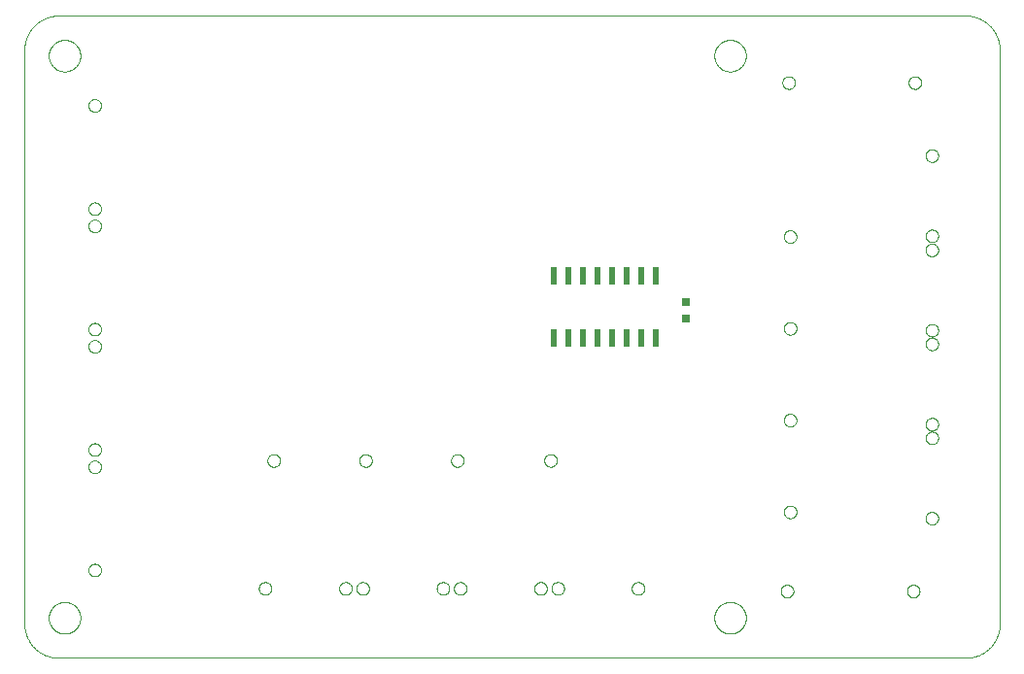
<source format=gtp>
G75*
%MOIN*%
%OFA0B0*%
%FSLAX25Y25*%
%IPPOS*%
%LPD*%
%AMOC8*
5,1,8,0,0,1.08239X$1,22.5*
%
%ADD10C,0.00000*%
%ADD11C,0.00039*%
%ADD12R,0.02362X0.05906*%
%ADD13R,0.03150X0.03150*%
D10*
X0015158Y0004607D02*
X0326182Y0004607D01*
X0326467Y0004610D01*
X0326753Y0004621D01*
X0327038Y0004638D01*
X0327322Y0004662D01*
X0327606Y0004693D01*
X0327889Y0004731D01*
X0328170Y0004776D01*
X0328451Y0004827D01*
X0328731Y0004885D01*
X0329009Y0004950D01*
X0329285Y0005022D01*
X0329559Y0005100D01*
X0329832Y0005185D01*
X0330102Y0005277D01*
X0330370Y0005375D01*
X0330636Y0005479D01*
X0330899Y0005590D01*
X0331159Y0005707D01*
X0331417Y0005830D01*
X0331671Y0005960D01*
X0331922Y0006096D01*
X0332170Y0006237D01*
X0332414Y0006385D01*
X0332655Y0006538D01*
X0332891Y0006698D01*
X0333124Y0006863D01*
X0333353Y0007033D01*
X0333578Y0007209D01*
X0333798Y0007391D01*
X0334014Y0007577D01*
X0334225Y0007769D01*
X0334432Y0007966D01*
X0334634Y0008168D01*
X0334831Y0008375D01*
X0335023Y0008586D01*
X0335209Y0008802D01*
X0335391Y0009022D01*
X0335567Y0009247D01*
X0335737Y0009476D01*
X0335902Y0009709D01*
X0336062Y0009945D01*
X0336215Y0010186D01*
X0336363Y0010430D01*
X0336504Y0010678D01*
X0336640Y0010929D01*
X0336770Y0011183D01*
X0336893Y0011441D01*
X0337010Y0011701D01*
X0337121Y0011964D01*
X0337225Y0012230D01*
X0337323Y0012498D01*
X0337415Y0012768D01*
X0337500Y0013041D01*
X0337578Y0013315D01*
X0337650Y0013591D01*
X0337715Y0013869D01*
X0337773Y0014149D01*
X0337824Y0014430D01*
X0337869Y0014711D01*
X0337907Y0014994D01*
X0337938Y0015278D01*
X0337962Y0015562D01*
X0337979Y0015847D01*
X0337990Y0016133D01*
X0337993Y0016418D01*
X0337993Y0213269D01*
X0337990Y0213554D01*
X0337979Y0213840D01*
X0337962Y0214125D01*
X0337938Y0214409D01*
X0337907Y0214693D01*
X0337869Y0214976D01*
X0337824Y0215257D01*
X0337773Y0215538D01*
X0337715Y0215818D01*
X0337650Y0216096D01*
X0337578Y0216372D01*
X0337500Y0216646D01*
X0337415Y0216919D01*
X0337323Y0217189D01*
X0337225Y0217457D01*
X0337121Y0217723D01*
X0337010Y0217986D01*
X0336893Y0218246D01*
X0336770Y0218504D01*
X0336640Y0218758D01*
X0336504Y0219009D01*
X0336363Y0219257D01*
X0336215Y0219501D01*
X0336062Y0219742D01*
X0335902Y0219978D01*
X0335737Y0220211D01*
X0335567Y0220440D01*
X0335391Y0220665D01*
X0335209Y0220885D01*
X0335023Y0221101D01*
X0334831Y0221312D01*
X0334634Y0221519D01*
X0334432Y0221721D01*
X0334225Y0221918D01*
X0334014Y0222110D01*
X0333798Y0222296D01*
X0333578Y0222478D01*
X0333353Y0222654D01*
X0333124Y0222824D01*
X0332891Y0222989D01*
X0332655Y0223149D01*
X0332414Y0223302D01*
X0332170Y0223450D01*
X0331922Y0223591D01*
X0331671Y0223727D01*
X0331417Y0223857D01*
X0331159Y0223980D01*
X0330899Y0224097D01*
X0330636Y0224208D01*
X0330370Y0224312D01*
X0330102Y0224410D01*
X0329832Y0224502D01*
X0329559Y0224587D01*
X0329285Y0224665D01*
X0329009Y0224737D01*
X0328731Y0224802D01*
X0328451Y0224860D01*
X0328170Y0224911D01*
X0327889Y0224956D01*
X0327606Y0224994D01*
X0327322Y0225025D01*
X0327038Y0225049D01*
X0326753Y0225066D01*
X0326467Y0225077D01*
X0326182Y0225080D01*
X0015158Y0225080D01*
X0014873Y0225077D01*
X0014587Y0225066D01*
X0014302Y0225049D01*
X0014018Y0225025D01*
X0013734Y0224994D01*
X0013451Y0224956D01*
X0013170Y0224911D01*
X0012889Y0224860D01*
X0012609Y0224802D01*
X0012331Y0224737D01*
X0012055Y0224665D01*
X0011781Y0224587D01*
X0011508Y0224502D01*
X0011238Y0224410D01*
X0010970Y0224312D01*
X0010704Y0224208D01*
X0010441Y0224097D01*
X0010181Y0223980D01*
X0009923Y0223857D01*
X0009669Y0223727D01*
X0009418Y0223591D01*
X0009170Y0223450D01*
X0008926Y0223302D01*
X0008685Y0223149D01*
X0008449Y0222989D01*
X0008216Y0222824D01*
X0007987Y0222654D01*
X0007762Y0222478D01*
X0007542Y0222296D01*
X0007326Y0222110D01*
X0007115Y0221918D01*
X0006908Y0221721D01*
X0006706Y0221519D01*
X0006509Y0221312D01*
X0006317Y0221101D01*
X0006131Y0220885D01*
X0005949Y0220665D01*
X0005773Y0220440D01*
X0005603Y0220211D01*
X0005438Y0219978D01*
X0005278Y0219742D01*
X0005125Y0219501D01*
X0004977Y0219257D01*
X0004836Y0219009D01*
X0004700Y0218758D01*
X0004570Y0218504D01*
X0004447Y0218246D01*
X0004330Y0217986D01*
X0004219Y0217723D01*
X0004115Y0217457D01*
X0004017Y0217189D01*
X0003925Y0216919D01*
X0003840Y0216646D01*
X0003762Y0216372D01*
X0003690Y0216096D01*
X0003625Y0215818D01*
X0003567Y0215538D01*
X0003516Y0215257D01*
X0003471Y0214976D01*
X0003433Y0214693D01*
X0003402Y0214409D01*
X0003378Y0214125D01*
X0003361Y0213840D01*
X0003350Y0213554D01*
X0003347Y0213269D01*
X0003347Y0016418D01*
X0003350Y0016133D01*
X0003361Y0015847D01*
X0003378Y0015562D01*
X0003402Y0015278D01*
X0003433Y0014994D01*
X0003471Y0014711D01*
X0003516Y0014430D01*
X0003567Y0014149D01*
X0003625Y0013869D01*
X0003690Y0013591D01*
X0003762Y0013315D01*
X0003840Y0013041D01*
X0003925Y0012768D01*
X0004017Y0012498D01*
X0004115Y0012230D01*
X0004219Y0011964D01*
X0004330Y0011701D01*
X0004447Y0011441D01*
X0004570Y0011183D01*
X0004700Y0010929D01*
X0004836Y0010678D01*
X0004977Y0010430D01*
X0005125Y0010186D01*
X0005278Y0009945D01*
X0005438Y0009709D01*
X0005603Y0009476D01*
X0005773Y0009247D01*
X0005949Y0009022D01*
X0006131Y0008802D01*
X0006317Y0008586D01*
X0006509Y0008375D01*
X0006706Y0008168D01*
X0006908Y0007966D01*
X0007115Y0007769D01*
X0007326Y0007577D01*
X0007542Y0007391D01*
X0007762Y0007209D01*
X0007987Y0007033D01*
X0008216Y0006863D01*
X0008449Y0006698D01*
X0008685Y0006538D01*
X0008926Y0006385D01*
X0009170Y0006237D01*
X0009418Y0006096D01*
X0009669Y0005960D01*
X0009923Y0005830D01*
X0010181Y0005707D01*
X0010441Y0005590D01*
X0010704Y0005479D01*
X0010970Y0005375D01*
X0011238Y0005277D01*
X0011508Y0005185D01*
X0011781Y0005100D01*
X0012055Y0005022D01*
X0012331Y0004950D01*
X0012609Y0004885D01*
X0012889Y0004827D01*
X0013170Y0004776D01*
X0013451Y0004731D01*
X0013734Y0004693D01*
X0014018Y0004662D01*
X0014302Y0004638D01*
X0014587Y0004621D01*
X0014873Y0004610D01*
X0015158Y0004607D01*
X0025316Y0034765D02*
X0025318Y0034858D01*
X0025324Y0034950D01*
X0025334Y0035042D01*
X0025348Y0035133D01*
X0025365Y0035224D01*
X0025387Y0035314D01*
X0025412Y0035403D01*
X0025441Y0035491D01*
X0025474Y0035577D01*
X0025511Y0035662D01*
X0025551Y0035746D01*
X0025595Y0035827D01*
X0025642Y0035907D01*
X0025692Y0035985D01*
X0025746Y0036060D01*
X0025803Y0036133D01*
X0025863Y0036203D01*
X0025926Y0036271D01*
X0025992Y0036336D01*
X0026060Y0036398D01*
X0026131Y0036458D01*
X0026205Y0036514D01*
X0026281Y0036567D01*
X0026359Y0036616D01*
X0026439Y0036663D01*
X0026521Y0036705D01*
X0026605Y0036745D01*
X0026690Y0036780D01*
X0026777Y0036812D01*
X0026865Y0036841D01*
X0026954Y0036865D01*
X0027044Y0036886D01*
X0027135Y0036902D01*
X0027227Y0036915D01*
X0027319Y0036924D01*
X0027412Y0036929D01*
X0027504Y0036930D01*
X0027597Y0036927D01*
X0027689Y0036920D01*
X0027781Y0036909D01*
X0027872Y0036894D01*
X0027963Y0036876D01*
X0028053Y0036853D01*
X0028141Y0036827D01*
X0028229Y0036797D01*
X0028315Y0036763D01*
X0028399Y0036726D01*
X0028482Y0036684D01*
X0028563Y0036640D01*
X0028643Y0036592D01*
X0028720Y0036541D01*
X0028794Y0036486D01*
X0028867Y0036428D01*
X0028937Y0036368D01*
X0029004Y0036304D01*
X0029068Y0036238D01*
X0029130Y0036168D01*
X0029188Y0036097D01*
X0029243Y0036023D01*
X0029295Y0035946D01*
X0029344Y0035867D01*
X0029390Y0035787D01*
X0029432Y0035704D01*
X0029470Y0035620D01*
X0029505Y0035534D01*
X0029536Y0035447D01*
X0029563Y0035359D01*
X0029586Y0035269D01*
X0029606Y0035179D01*
X0029622Y0035088D01*
X0029634Y0034996D01*
X0029642Y0034904D01*
X0029646Y0034811D01*
X0029646Y0034719D01*
X0029642Y0034626D01*
X0029634Y0034534D01*
X0029622Y0034442D01*
X0029606Y0034351D01*
X0029586Y0034261D01*
X0029563Y0034171D01*
X0029536Y0034083D01*
X0029505Y0033996D01*
X0029470Y0033910D01*
X0029432Y0033826D01*
X0029390Y0033743D01*
X0029344Y0033663D01*
X0029295Y0033584D01*
X0029243Y0033507D01*
X0029188Y0033433D01*
X0029130Y0033362D01*
X0029068Y0033292D01*
X0029004Y0033226D01*
X0028937Y0033162D01*
X0028867Y0033102D01*
X0028794Y0033044D01*
X0028720Y0032989D01*
X0028643Y0032938D01*
X0028564Y0032890D01*
X0028482Y0032846D01*
X0028399Y0032804D01*
X0028315Y0032767D01*
X0028229Y0032733D01*
X0028141Y0032703D01*
X0028053Y0032677D01*
X0027963Y0032654D01*
X0027872Y0032636D01*
X0027781Y0032621D01*
X0027689Y0032610D01*
X0027597Y0032603D01*
X0027504Y0032600D01*
X0027412Y0032601D01*
X0027319Y0032606D01*
X0027227Y0032615D01*
X0027135Y0032628D01*
X0027044Y0032644D01*
X0026954Y0032665D01*
X0026865Y0032689D01*
X0026777Y0032718D01*
X0026690Y0032750D01*
X0026605Y0032785D01*
X0026521Y0032825D01*
X0026439Y0032867D01*
X0026359Y0032914D01*
X0026281Y0032963D01*
X0026205Y0033016D01*
X0026131Y0033072D01*
X0026060Y0033132D01*
X0025992Y0033194D01*
X0025926Y0033259D01*
X0025863Y0033327D01*
X0025803Y0033397D01*
X0025746Y0033470D01*
X0025692Y0033545D01*
X0025642Y0033623D01*
X0025595Y0033703D01*
X0025551Y0033784D01*
X0025511Y0033868D01*
X0025474Y0033953D01*
X0025441Y0034039D01*
X0025412Y0034127D01*
X0025387Y0034216D01*
X0025365Y0034306D01*
X0025348Y0034397D01*
X0025334Y0034488D01*
X0025324Y0034580D01*
X0025318Y0034672D01*
X0025316Y0034765D01*
X0025316Y0070198D02*
X0025318Y0070291D01*
X0025324Y0070383D01*
X0025334Y0070475D01*
X0025348Y0070566D01*
X0025365Y0070657D01*
X0025387Y0070747D01*
X0025412Y0070836D01*
X0025441Y0070924D01*
X0025474Y0071010D01*
X0025511Y0071095D01*
X0025551Y0071179D01*
X0025595Y0071260D01*
X0025642Y0071340D01*
X0025692Y0071418D01*
X0025746Y0071493D01*
X0025803Y0071566D01*
X0025863Y0071636D01*
X0025926Y0071704D01*
X0025992Y0071769D01*
X0026060Y0071831D01*
X0026131Y0071891D01*
X0026205Y0071947D01*
X0026281Y0072000D01*
X0026359Y0072049D01*
X0026439Y0072096D01*
X0026521Y0072138D01*
X0026605Y0072178D01*
X0026690Y0072213D01*
X0026777Y0072245D01*
X0026865Y0072274D01*
X0026954Y0072298D01*
X0027044Y0072319D01*
X0027135Y0072335D01*
X0027227Y0072348D01*
X0027319Y0072357D01*
X0027412Y0072362D01*
X0027504Y0072363D01*
X0027597Y0072360D01*
X0027689Y0072353D01*
X0027781Y0072342D01*
X0027872Y0072327D01*
X0027963Y0072309D01*
X0028053Y0072286D01*
X0028141Y0072260D01*
X0028229Y0072230D01*
X0028315Y0072196D01*
X0028399Y0072159D01*
X0028482Y0072117D01*
X0028563Y0072073D01*
X0028643Y0072025D01*
X0028720Y0071974D01*
X0028794Y0071919D01*
X0028867Y0071861D01*
X0028937Y0071801D01*
X0029004Y0071737D01*
X0029068Y0071671D01*
X0029130Y0071601D01*
X0029188Y0071530D01*
X0029243Y0071456D01*
X0029295Y0071379D01*
X0029344Y0071300D01*
X0029390Y0071220D01*
X0029432Y0071137D01*
X0029470Y0071053D01*
X0029505Y0070967D01*
X0029536Y0070880D01*
X0029563Y0070792D01*
X0029586Y0070702D01*
X0029606Y0070612D01*
X0029622Y0070521D01*
X0029634Y0070429D01*
X0029642Y0070337D01*
X0029646Y0070244D01*
X0029646Y0070152D01*
X0029642Y0070059D01*
X0029634Y0069967D01*
X0029622Y0069875D01*
X0029606Y0069784D01*
X0029586Y0069694D01*
X0029563Y0069604D01*
X0029536Y0069516D01*
X0029505Y0069429D01*
X0029470Y0069343D01*
X0029432Y0069259D01*
X0029390Y0069176D01*
X0029344Y0069096D01*
X0029295Y0069017D01*
X0029243Y0068940D01*
X0029188Y0068866D01*
X0029130Y0068795D01*
X0029068Y0068725D01*
X0029004Y0068659D01*
X0028937Y0068595D01*
X0028867Y0068535D01*
X0028794Y0068477D01*
X0028720Y0068422D01*
X0028643Y0068371D01*
X0028564Y0068323D01*
X0028482Y0068279D01*
X0028399Y0068237D01*
X0028315Y0068200D01*
X0028229Y0068166D01*
X0028141Y0068136D01*
X0028053Y0068110D01*
X0027963Y0068087D01*
X0027872Y0068069D01*
X0027781Y0068054D01*
X0027689Y0068043D01*
X0027597Y0068036D01*
X0027504Y0068033D01*
X0027412Y0068034D01*
X0027319Y0068039D01*
X0027227Y0068048D01*
X0027135Y0068061D01*
X0027044Y0068077D01*
X0026954Y0068098D01*
X0026865Y0068122D01*
X0026777Y0068151D01*
X0026690Y0068183D01*
X0026605Y0068218D01*
X0026521Y0068258D01*
X0026439Y0068300D01*
X0026359Y0068347D01*
X0026281Y0068396D01*
X0026205Y0068449D01*
X0026131Y0068505D01*
X0026060Y0068565D01*
X0025992Y0068627D01*
X0025926Y0068692D01*
X0025863Y0068760D01*
X0025803Y0068830D01*
X0025746Y0068903D01*
X0025692Y0068978D01*
X0025642Y0069056D01*
X0025595Y0069136D01*
X0025551Y0069217D01*
X0025511Y0069301D01*
X0025474Y0069386D01*
X0025441Y0069472D01*
X0025412Y0069560D01*
X0025387Y0069649D01*
X0025365Y0069739D01*
X0025348Y0069830D01*
X0025334Y0069921D01*
X0025324Y0070013D01*
X0025318Y0070105D01*
X0025316Y0070198D01*
X0025316Y0076103D02*
X0025318Y0076196D01*
X0025324Y0076288D01*
X0025334Y0076380D01*
X0025348Y0076471D01*
X0025365Y0076562D01*
X0025387Y0076652D01*
X0025412Y0076741D01*
X0025441Y0076829D01*
X0025474Y0076915D01*
X0025511Y0077000D01*
X0025551Y0077084D01*
X0025595Y0077165D01*
X0025642Y0077245D01*
X0025692Y0077323D01*
X0025746Y0077398D01*
X0025803Y0077471D01*
X0025863Y0077541D01*
X0025926Y0077609D01*
X0025992Y0077674D01*
X0026060Y0077736D01*
X0026131Y0077796D01*
X0026205Y0077852D01*
X0026281Y0077905D01*
X0026359Y0077954D01*
X0026439Y0078001D01*
X0026521Y0078043D01*
X0026605Y0078083D01*
X0026690Y0078118D01*
X0026777Y0078150D01*
X0026865Y0078179D01*
X0026954Y0078203D01*
X0027044Y0078224D01*
X0027135Y0078240D01*
X0027227Y0078253D01*
X0027319Y0078262D01*
X0027412Y0078267D01*
X0027504Y0078268D01*
X0027597Y0078265D01*
X0027689Y0078258D01*
X0027781Y0078247D01*
X0027872Y0078232D01*
X0027963Y0078214D01*
X0028053Y0078191D01*
X0028141Y0078165D01*
X0028229Y0078135D01*
X0028315Y0078101D01*
X0028399Y0078064D01*
X0028482Y0078022D01*
X0028563Y0077978D01*
X0028643Y0077930D01*
X0028720Y0077879D01*
X0028794Y0077824D01*
X0028867Y0077766D01*
X0028937Y0077706D01*
X0029004Y0077642D01*
X0029068Y0077576D01*
X0029130Y0077506D01*
X0029188Y0077435D01*
X0029243Y0077361D01*
X0029295Y0077284D01*
X0029344Y0077205D01*
X0029390Y0077125D01*
X0029432Y0077042D01*
X0029470Y0076958D01*
X0029505Y0076872D01*
X0029536Y0076785D01*
X0029563Y0076697D01*
X0029586Y0076607D01*
X0029606Y0076517D01*
X0029622Y0076426D01*
X0029634Y0076334D01*
X0029642Y0076242D01*
X0029646Y0076149D01*
X0029646Y0076057D01*
X0029642Y0075964D01*
X0029634Y0075872D01*
X0029622Y0075780D01*
X0029606Y0075689D01*
X0029586Y0075599D01*
X0029563Y0075509D01*
X0029536Y0075421D01*
X0029505Y0075334D01*
X0029470Y0075248D01*
X0029432Y0075164D01*
X0029390Y0075081D01*
X0029344Y0075001D01*
X0029295Y0074922D01*
X0029243Y0074845D01*
X0029188Y0074771D01*
X0029130Y0074700D01*
X0029068Y0074630D01*
X0029004Y0074564D01*
X0028937Y0074500D01*
X0028867Y0074440D01*
X0028794Y0074382D01*
X0028720Y0074327D01*
X0028643Y0074276D01*
X0028564Y0074228D01*
X0028482Y0074184D01*
X0028399Y0074142D01*
X0028315Y0074105D01*
X0028229Y0074071D01*
X0028141Y0074041D01*
X0028053Y0074015D01*
X0027963Y0073992D01*
X0027872Y0073974D01*
X0027781Y0073959D01*
X0027689Y0073948D01*
X0027597Y0073941D01*
X0027504Y0073938D01*
X0027412Y0073939D01*
X0027319Y0073944D01*
X0027227Y0073953D01*
X0027135Y0073966D01*
X0027044Y0073982D01*
X0026954Y0074003D01*
X0026865Y0074027D01*
X0026777Y0074056D01*
X0026690Y0074088D01*
X0026605Y0074123D01*
X0026521Y0074163D01*
X0026439Y0074205D01*
X0026359Y0074252D01*
X0026281Y0074301D01*
X0026205Y0074354D01*
X0026131Y0074410D01*
X0026060Y0074470D01*
X0025992Y0074532D01*
X0025926Y0074597D01*
X0025863Y0074665D01*
X0025803Y0074735D01*
X0025746Y0074808D01*
X0025692Y0074883D01*
X0025642Y0074961D01*
X0025595Y0075041D01*
X0025551Y0075122D01*
X0025511Y0075206D01*
X0025474Y0075291D01*
X0025441Y0075377D01*
X0025412Y0075465D01*
X0025387Y0075554D01*
X0025365Y0075644D01*
X0025348Y0075735D01*
X0025334Y0075826D01*
X0025324Y0075918D01*
X0025318Y0076010D01*
X0025316Y0076103D01*
X0025316Y0111536D02*
X0025318Y0111629D01*
X0025324Y0111721D01*
X0025334Y0111813D01*
X0025348Y0111904D01*
X0025365Y0111995D01*
X0025387Y0112085D01*
X0025412Y0112174D01*
X0025441Y0112262D01*
X0025474Y0112348D01*
X0025511Y0112433D01*
X0025551Y0112517D01*
X0025595Y0112598D01*
X0025642Y0112678D01*
X0025692Y0112756D01*
X0025746Y0112831D01*
X0025803Y0112904D01*
X0025863Y0112974D01*
X0025926Y0113042D01*
X0025992Y0113107D01*
X0026060Y0113169D01*
X0026131Y0113229D01*
X0026205Y0113285D01*
X0026281Y0113338D01*
X0026359Y0113387D01*
X0026439Y0113434D01*
X0026521Y0113476D01*
X0026605Y0113516D01*
X0026690Y0113551D01*
X0026777Y0113583D01*
X0026865Y0113612D01*
X0026954Y0113636D01*
X0027044Y0113657D01*
X0027135Y0113673D01*
X0027227Y0113686D01*
X0027319Y0113695D01*
X0027412Y0113700D01*
X0027504Y0113701D01*
X0027597Y0113698D01*
X0027689Y0113691D01*
X0027781Y0113680D01*
X0027872Y0113665D01*
X0027963Y0113647D01*
X0028053Y0113624D01*
X0028141Y0113598D01*
X0028229Y0113568D01*
X0028315Y0113534D01*
X0028399Y0113497D01*
X0028482Y0113455D01*
X0028563Y0113411D01*
X0028643Y0113363D01*
X0028720Y0113312D01*
X0028794Y0113257D01*
X0028867Y0113199D01*
X0028937Y0113139D01*
X0029004Y0113075D01*
X0029068Y0113009D01*
X0029130Y0112939D01*
X0029188Y0112868D01*
X0029243Y0112794D01*
X0029295Y0112717D01*
X0029344Y0112638D01*
X0029390Y0112558D01*
X0029432Y0112475D01*
X0029470Y0112391D01*
X0029505Y0112305D01*
X0029536Y0112218D01*
X0029563Y0112130D01*
X0029586Y0112040D01*
X0029606Y0111950D01*
X0029622Y0111859D01*
X0029634Y0111767D01*
X0029642Y0111675D01*
X0029646Y0111582D01*
X0029646Y0111490D01*
X0029642Y0111397D01*
X0029634Y0111305D01*
X0029622Y0111213D01*
X0029606Y0111122D01*
X0029586Y0111032D01*
X0029563Y0110942D01*
X0029536Y0110854D01*
X0029505Y0110767D01*
X0029470Y0110681D01*
X0029432Y0110597D01*
X0029390Y0110514D01*
X0029344Y0110434D01*
X0029295Y0110355D01*
X0029243Y0110278D01*
X0029188Y0110204D01*
X0029130Y0110133D01*
X0029068Y0110063D01*
X0029004Y0109997D01*
X0028937Y0109933D01*
X0028867Y0109873D01*
X0028794Y0109815D01*
X0028720Y0109760D01*
X0028643Y0109709D01*
X0028564Y0109661D01*
X0028482Y0109617D01*
X0028399Y0109575D01*
X0028315Y0109538D01*
X0028229Y0109504D01*
X0028141Y0109474D01*
X0028053Y0109448D01*
X0027963Y0109425D01*
X0027872Y0109407D01*
X0027781Y0109392D01*
X0027689Y0109381D01*
X0027597Y0109374D01*
X0027504Y0109371D01*
X0027412Y0109372D01*
X0027319Y0109377D01*
X0027227Y0109386D01*
X0027135Y0109399D01*
X0027044Y0109415D01*
X0026954Y0109436D01*
X0026865Y0109460D01*
X0026777Y0109489D01*
X0026690Y0109521D01*
X0026605Y0109556D01*
X0026521Y0109596D01*
X0026439Y0109638D01*
X0026359Y0109685D01*
X0026281Y0109734D01*
X0026205Y0109787D01*
X0026131Y0109843D01*
X0026060Y0109903D01*
X0025992Y0109965D01*
X0025926Y0110030D01*
X0025863Y0110098D01*
X0025803Y0110168D01*
X0025746Y0110241D01*
X0025692Y0110316D01*
X0025642Y0110394D01*
X0025595Y0110474D01*
X0025551Y0110555D01*
X0025511Y0110639D01*
X0025474Y0110724D01*
X0025441Y0110810D01*
X0025412Y0110898D01*
X0025387Y0110987D01*
X0025365Y0111077D01*
X0025348Y0111168D01*
X0025334Y0111259D01*
X0025324Y0111351D01*
X0025318Y0111443D01*
X0025316Y0111536D01*
X0025316Y0117442D02*
X0025318Y0117535D01*
X0025324Y0117627D01*
X0025334Y0117719D01*
X0025348Y0117810D01*
X0025365Y0117901D01*
X0025387Y0117991D01*
X0025412Y0118080D01*
X0025441Y0118168D01*
X0025474Y0118254D01*
X0025511Y0118339D01*
X0025551Y0118423D01*
X0025595Y0118504D01*
X0025642Y0118584D01*
X0025692Y0118662D01*
X0025746Y0118737D01*
X0025803Y0118810D01*
X0025863Y0118880D01*
X0025926Y0118948D01*
X0025992Y0119013D01*
X0026060Y0119075D01*
X0026131Y0119135D01*
X0026205Y0119191D01*
X0026281Y0119244D01*
X0026359Y0119293D01*
X0026439Y0119340D01*
X0026521Y0119382D01*
X0026605Y0119422D01*
X0026690Y0119457D01*
X0026777Y0119489D01*
X0026865Y0119518D01*
X0026954Y0119542D01*
X0027044Y0119563D01*
X0027135Y0119579D01*
X0027227Y0119592D01*
X0027319Y0119601D01*
X0027412Y0119606D01*
X0027504Y0119607D01*
X0027597Y0119604D01*
X0027689Y0119597D01*
X0027781Y0119586D01*
X0027872Y0119571D01*
X0027963Y0119553D01*
X0028053Y0119530D01*
X0028141Y0119504D01*
X0028229Y0119474D01*
X0028315Y0119440D01*
X0028399Y0119403D01*
X0028482Y0119361D01*
X0028563Y0119317D01*
X0028643Y0119269D01*
X0028720Y0119218D01*
X0028794Y0119163D01*
X0028867Y0119105D01*
X0028937Y0119045D01*
X0029004Y0118981D01*
X0029068Y0118915D01*
X0029130Y0118845D01*
X0029188Y0118774D01*
X0029243Y0118700D01*
X0029295Y0118623D01*
X0029344Y0118544D01*
X0029390Y0118464D01*
X0029432Y0118381D01*
X0029470Y0118297D01*
X0029505Y0118211D01*
X0029536Y0118124D01*
X0029563Y0118036D01*
X0029586Y0117946D01*
X0029606Y0117856D01*
X0029622Y0117765D01*
X0029634Y0117673D01*
X0029642Y0117581D01*
X0029646Y0117488D01*
X0029646Y0117396D01*
X0029642Y0117303D01*
X0029634Y0117211D01*
X0029622Y0117119D01*
X0029606Y0117028D01*
X0029586Y0116938D01*
X0029563Y0116848D01*
X0029536Y0116760D01*
X0029505Y0116673D01*
X0029470Y0116587D01*
X0029432Y0116503D01*
X0029390Y0116420D01*
X0029344Y0116340D01*
X0029295Y0116261D01*
X0029243Y0116184D01*
X0029188Y0116110D01*
X0029130Y0116039D01*
X0029068Y0115969D01*
X0029004Y0115903D01*
X0028937Y0115839D01*
X0028867Y0115779D01*
X0028794Y0115721D01*
X0028720Y0115666D01*
X0028643Y0115615D01*
X0028564Y0115567D01*
X0028482Y0115523D01*
X0028399Y0115481D01*
X0028315Y0115444D01*
X0028229Y0115410D01*
X0028141Y0115380D01*
X0028053Y0115354D01*
X0027963Y0115331D01*
X0027872Y0115313D01*
X0027781Y0115298D01*
X0027689Y0115287D01*
X0027597Y0115280D01*
X0027504Y0115277D01*
X0027412Y0115278D01*
X0027319Y0115283D01*
X0027227Y0115292D01*
X0027135Y0115305D01*
X0027044Y0115321D01*
X0026954Y0115342D01*
X0026865Y0115366D01*
X0026777Y0115395D01*
X0026690Y0115427D01*
X0026605Y0115462D01*
X0026521Y0115502D01*
X0026439Y0115544D01*
X0026359Y0115591D01*
X0026281Y0115640D01*
X0026205Y0115693D01*
X0026131Y0115749D01*
X0026060Y0115809D01*
X0025992Y0115871D01*
X0025926Y0115936D01*
X0025863Y0116004D01*
X0025803Y0116074D01*
X0025746Y0116147D01*
X0025692Y0116222D01*
X0025642Y0116300D01*
X0025595Y0116380D01*
X0025551Y0116461D01*
X0025511Y0116545D01*
X0025474Y0116630D01*
X0025441Y0116716D01*
X0025412Y0116804D01*
X0025387Y0116893D01*
X0025365Y0116983D01*
X0025348Y0117074D01*
X0025334Y0117165D01*
X0025324Y0117257D01*
X0025318Y0117349D01*
X0025316Y0117442D01*
X0025316Y0152875D02*
X0025318Y0152968D01*
X0025324Y0153060D01*
X0025334Y0153152D01*
X0025348Y0153243D01*
X0025365Y0153334D01*
X0025387Y0153424D01*
X0025412Y0153513D01*
X0025441Y0153601D01*
X0025474Y0153687D01*
X0025511Y0153772D01*
X0025551Y0153856D01*
X0025595Y0153937D01*
X0025642Y0154017D01*
X0025692Y0154095D01*
X0025746Y0154170D01*
X0025803Y0154243D01*
X0025863Y0154313D01*
X0025926Y0154381D01*
X0025992Y0154446D01*
X0026060Y0154508D01*
X0026131Y0154568D01*
X0026205Y0154624D01*
X0026281Y0154677D01*
X0026359Y0154726D01*
X0026439Y0154773D01*
X0026521Y0154815D01*
X0026605Y0154855D01*
X0026690Y0154890D01*
X0026777Y0154922D01*
X0026865Y0154951D01*
X0026954Y0154975D01*
X0027044Y0154996D01*
X0027135Y0155012D01*
X0027227Y0155025D01*
X0027319Y0155034D01*
X0027412Y0155039D01*
X0027504Y0155040D01*
X0027597Y0155037D01*
X0027689Y0155030D01*
X0027781Y0155019D01*
X0027872Y0155004D01*
X0027963Y0154986D01*
X0028053Y0154963D01*
X0028141Y0154937D01*
X0028229Y0154907D01*
X0028315Y0154873D01*
X0028399Y0154836D01*
X0028482Y0154794D01*
X0028563Y0154750D01*
X0028643Y0154702D01*
X0028720Y0154651D01*
X0028794Y0154596D01*
X0028867Y0154538D01*
X0028937Y0154478D01*
X0029004Y0154414D01*
X0029068Y0154348D01*
X0029130Y0154278D01*
X0029188Y0154207D01*
X0029243Y0154133D01*
X0029295Y0154056D01*
X0029344Y0153977D01*
X0029390Y0153897D01*
X0029432Y0153814D01*
X0029470Y0153730D01*
X0029505Y0153644D01*
X0029536Y0153557D01*
X0029563Y0153469D01*
X0029586Y0153379D01*
X0029606Y0153289D01*
X0029622Y0153198D01*
X0029634Y0153106D01*
X0029642Y0153014D01*
X0029646Y0152921D01*
X0029646Y0152829D01*
X0029642Y0152736D01*
X0029634Y0152644D01*
X0029622Y0152552D01*
X0029606Y0152461D01*
X0029586Y0152371D01*
X0029563Y0152281D01*
X0029536Y0152193D01*
X0029505Y0152106D01*
X0029470Y0152020D01*
X0029432Y0151936D01*
X0029390Y0151853D01*
X0029344Y0151773D01*
X0029295Y0151694D01*
X0029243Y0151617D01*
X0029188Y0151543D01*
X0029130Y0151472D01*
X0029068Y0151402D01*
X0029004Y0151336D01*
X0028937Y0151272D01*
X0028867Y0151212D01*
X0028794Y0151154D01*
X0028720Y0151099D01*
X0028643Y0151048D01*
X0028564Y0151000D01*
X0028482Y0150956D01*
X0028399Y0150914D01*
X0028315Y0150877D01*
X0028229Y0150843D01*
X0028141Y0150813D01*
X0028053Y0150787D01*
X0027963Y0150764D01*
X0027872Y0150746D01*
X0027781Y0150731D01*
X0027689Y0150720D01*
X0027597Y0150713D01*
X0027504Y0150710D01*
X0027412Y0150711D01*
X0027319Y0150716D01*
X0027227Y0150725D01*
X0027135Y0150738D01*
X0027044Y0150754D01*
X0026954Y0150775D01*
X0026865Y0150799D01*
X0026777Y0150828D01*
X0026690Y0150860D01*
X0026605Y0150895D01*
X0026521Y0150935D01*
X0026439Y0150977D01*
X0026359Y0151024D01*
X0026281Y0151073D01*
X0026205Y0151126D01*
X0026131Y0151182D01*
X0026060Y0151242D01*
X0025992Y0151304D01*
X0025926Y0151369D01*
X0025863Y0151437D01*
X0025803Y0151507D01*
X0025746Y0151580D01*
X0025692Y0151655D01*
X0025642Y0151733D01*
X0025595Y0151813D01*
X0025551Y0151894D01*
X0025511Y0151978D01*
X0025474Y0152063D01*
X0025441Y0152149D01*
X0025412Y0152237D01*
X0025387Y0152326D01*
X0025365Y0152416D01*
X0025348Y0152507D01*
X0025334Y0152598D01*
X0025324Y0152690D01*
X0025318Y0152782D01*
X0025316Y0152875D01*
X0025316Y0158780D02*
X0025318Y0158873D01*
X0025324Y0158965D01*
X0025334Y0159057D01*
X0025348Y0159148D01*
X0025365Y0159239D01*
X0025387Y0159329D01*
X0025412Y0159418D01*
X0025441Y0159506D01*
X0025474Y0159592D01*
X0025511Y0159677D01*
X0025551Y0159761D01*
X0025595Y0159842D01*
X0025642Y0159922D01*
X0025692Y0160000D01*
X0025746Y0160075D01*
X0025803Y0160148D01*
X0025863Y0160218D01*
X0025926Y0160286D01*
X0025992Y0160351D01*
X0026060Y0160413D01*
X0026131Y0160473D01*
X0026205Y0160529D01*
X0026281Y0160582D01*
X0026359Y0160631D01*
X0026439Y0160678D01*
X0026521Y0160720D01*
X0026605Y0160760D01*
X0026690Y0160795D01*
X0026777Y0160827D01*
X0026865Y0160856D01*
X0026954Y0160880D01*
X0027044Y0160901D01*
X0027135Y0160917D01*
X0027227Y0160930D01*
X0027319Y0160939D01*
X0027412Y0160944D01*
X0027504Y0160945D01*
X0027597Y0160942D01*
X0027689Y0160935D01*
X0027781Y0160924D01*
X0027872Y0160909D01*
X0027963Y0160891D01*
X0028053Y0160868D01*
X0028141Y0160842D01*
X0028229Y0160812D01*
X0028315Y0160778D01*
X0028399Y0160741D01*
X0028482Y0160699D01*
X0028563Y0160655D01*
X0028643Y0160607D01*
X0028720Y0160556D01*
X0028794Y0160501D01*
X0028867Y0160443D01*
X0028937Y0160383D01*
X0029004Y0160319D01*
X0029068Y0160253D01*
X0029130Y0160183D01*
X0029188Y0160112D01*
X0029243Y0160038D01*
X0029295Y0159961D01*
X0029344Y0159882D01*
X0029390Y0159802D01*
X0029432Y0159719D01*
X0029470Y0159635D01*
X0029505Y0159549D01*
X0029536Y0159462D01*
X0029563Y0159374D01*
X0029586Y0159284D01*
X0029606Y0159194D01*
X0029622Y0159103D01*
X0029634Y0159011D01*
X0029642Y0158919D01*
X0029646Y0158826D01*
X0029646Y0158734D01*
X0029642Y0158641D01*
X0029634Y0158549D01*
X0029622Y0158457D01*
X0029606Y0158366D01*
X0029586Y0158276D01*
X0029563Y0158186D01*
X0029536Y0158098D01*
X0029505Y0158011D01*
X0029470Y0157925D01*
X0029432Y0157841D01*
X0029390Y0157758D01*
X0029344Y0157678D01*
X0029295Y0157599D01*
X0029243Y0157522D01*
X0029188Y0157448D01*
X0029130Y0157377D01*
X0029068Y0157307D01*
X0029004Y0157241D01*
X0028937Y0157177D01*
X0028867Y0157117D01*
X0028794Y0157059D01*
X0028720Y0157004D01*
X0028643Y0156953D01*
X0028564Y0156905D01*
X0028482Y0156861D01*
X0028399Y0156819D01*
X0028315Y0156782D01*
X0028229Y0156748D01*
X0028141Y0156718D01*
X0028053Y0156692D01*
X0027963Y0156669D01*
X0027872Y0156651D01*
X0027781Y0156636D01*
X0027689Y0156625D01*
X0027597Y0156618D01*
X0027504Y0156615D01*
X0027412Y0156616D01*
X0027319Y0156621D01*
X0027227Y0156630D01*
X0027135Y0156643D01*
X0027044Y0156659D01*
X0026954Y0156680D01*
X0026865Y0156704D01*
X0026777Y0156733D01*
X0026690Y0156765D01*
X0026605Y0156800D01*
X0026521Y0156840D01*
X0026439Y0156882D01*
X0026359Y0156929D01*
X0026281Y0156978D01*
X0026205Y0157031D01*
X0026131Y0157087D01*
X0026060Y0157147D01*
X0025992Y0157209D01*
X0025926Y0157274D01*
X0025863Y0157342D01*
X0025803Y0157412D01*
X0025746Y0157485D01*
X0025692Y0157560D01*
X0025642Y0157638D01*
X0025595Y0157718D01*
X0025551Y0157799D01*
X0025511Y0157883D01*
X0025474Y0157968D01*
X0025441Y0158054D01*
X0025412Y0158142D01*
X0025387Y0158231D01*
X0025365Y0158321D01*
X0025348Y0158412D01*
X0025334Y0158503D01*
X0025324Y0158595D01*
X0025318Y0158687D01*
X0025316Y0158780D01*
X0025316Y0194213D02*
X0025318Y0194306D01*
X0025324Y0194398D01*
X0025334Y0194490D01*
X0025348Y0194581D01*
X0025365Y0194672D01*
X0025387Y0194762D01*
X0025412Y0194851D01*
X0025441Y0194939D01*
X0025474Y0195025D01*
X0025511Y0195110D01*
X0025551Y0195194D01*
X0025595Y0195275D01*
X0025642Y0195355D01*
X0025692Y0195433D01*
X0025746Y0195508D01*
X0025803Y0195581D01*
X0025863Y0195651D01*
X0025926Y0195719D01*
X0025992Y0195784D01*
X0026060Y0195846D01*
X0026131Y0195906D01*
X0026205Y0195962D01*
X0026281Y0196015D01*
X0026359Y0196064D01*
X0026439Y0196111D01*
X0026521Y0196153D01*
X0026605Y0196193D01*
X0026690Y0196228D01*
X0026777Y0196260D01*
X0026865Y0196289D01*
X0026954Y0196313D01*
X0027044Y0196334D01*
X0027135Y0196350D01*
X0027227Y0196363D01*
X0027319Y0196372D01*
X0027412Y0196377D01*
X0027504Y0196378D01*
X0027597Y0196375D01*
X0027689Y0196368D01*
X0027781Y0196357D01*
X0027872Y0196342D01*
X0027963Y0196324D01*
X0028053Y0196301D01*
X0028141Y0196275D01*
X0028229Y0196245D01*
X0028315Y0196211D01*
X0028399Y0196174D01*
X0028482Y0196132D01*
X0028563Y0196088D01*
X0028643Y0196040D01*
X0028720Y0195989D01*
X0028794Y0195934D01*
X0028867Y0195876D01*
X0028937Y0195816D01*
X0029004Y0195752D01*
X0029068Y0195686D01*
X0029130Y0195616D01*
X0029188Y0195545D01*
X0029243Y0195471D01*
X0029295Y0195394D01*
X0029344Y0195315D01*
X0029390Y0195235D01*
X0029432Y0195152D01*
X0029470Y0195068D01*
X0029505Y0194982D01*
X0029536Y0194895D01*
X0029563Y0194807D01*
X0029586Y0194717D01*
X0029606Y0194627D01*
X0029622Y0194536D01*
X0029634Y0194444D01*
X0029642Y0194352D01*
X0029646Y0194259D01*
X0029646Y0194167D01*
X0029642Y0194074D01*
X0029634Y0193982D01*
X0029622Y0193890D01*
X0029606Y0193799D01*
X0029586Y0193709D01*
X0029563Y0193619D01*
X0029536Y0193531D01*
X0029505Y0193444D01*
X0029470Y0193358D01*
X0029432Y0193274D01*
X0029390Y0193191D01*
X0029344Y0193111D01*
X0029295Y0193032D01*
X0029243Y0192955D01*
X0029188Y0192881D01*
X0029130Y0192810D01*
X0029068Y0192740D01*
X0029004Y0192674D01*
X0028937Y0192610D01*
X0028867Y0192550D01*
X0028794Y0192492D01*
X0028720Y0192437D01*
X0028643Y0192386D01*
X0028564Y0192338D01*
X0028482Y0192294D01*
X0028399Y0192252D01*
X0028315Y0192215D01*
X0028229Y0192181D01*
X0028141Y0192151D01*
X0028053Y0192125D01*
X0027963Y0192102D01*
X0027872Y0192084D01*
X0027781Y0192069D01*
X0027689Y0192058D01*
X0027597Y0192051D01*
X0027504Y0192048D01*
X0027412Y0192049D01*
X0027319Y0192054D01*
X0027227Y0192063D01*
X0027135Y0192076D01*
X0027044Y0192092D01*
X0026954Y0192113D01*
X0026865Y0192137D01*
X0026777Y0192166D01*
X0026690Y0192198D01*
X0026605Y0192233D01*
X0026521Y0192273D01*
X0026439Y0192315D01*
X0026359Y0192362D01*
X0026281Y0192411D01*
X0026205Y0192464D01*
X0026131Y0192520D01*
X0026060Y0192580D01*
X0025992Y0192642D01*
X0025926Y0192707D01*
X0025863Y0192775D01*
X0025803Y0192845D01*
X0025746Y0192918D01*
X0025692Y0192993D01*
X0025642Y0193071D01*
X0025595Y0193151D01*
X0025551Y0193232D01*
X0025511Y0193316D01*
X0025474Y0193401D01*
X0025441Y0193487D01*
X0025412Y0193575D01*
X0025387Y0193664D01*
X0025365Y0193754D01*
X0025348Y0193845D01*
X0025334Y0193936D01*
X0025324Y0194028D01*
X0025318Y0194120D01*
X0025316Y0194213D01*
X0086733Y0072363D02*
X0086735Y0072456D01*
X0086741Y0072548D01*
X0086751Y0072640D01*
X0086765Y0072731D01*
X0086782Y0072822D01*
X0086804Y0072912D01*
X0086829Y0073001D01*
X0086858Y0073089D01*
X0086891Y0073175D01*
X0086928Y0073260D01*
X0086968Y0073344D01*
X0087012Y0073425D01*
X0087059Y0073505D01*
X0087109Y0073583D01*
X0087163Y0073658D01*
X0087220Y0073731D01*
X0087280Y0073801D01*
X0087343Y0073869D01*
X0087409Y0073934D01*
X0087477Y0073996D01*
X0087548Y0074056D01*
X0087622Y0074112D01*
X0087698Y0074165D01*
X0087776Y0074214D01*
X0087856Y0074261D01*
X0087938Y0074303D01*
X0088022Y0074343D01*
X0088107Y0074378D01*
X0088194Y0074410D01*
X0088282Y0074439D01*
X0088371Y0074463D01*
X0088461Y0074484D01*
X0088552Y0074500D01*
X0088644Y0074513D01*
X0088736Y0074522D01*
X0088829Y0074527D01*
X0088921Y0074528D01*
X0089014Y0074525D01*
X0089106Y0074518D01*
X0089198Y0074507D01*
X0089289Y0074492D01*
X0089380Y0074474D01*
X0089470Y0074451D01*
X0089558Y0074425D01*
X0089646Y0074395D01*
X0089732Y0074361D01*
X0089816Y0074324D01*
X0089899Y0074282D01*
X0089980Y0074238D01*
X0090060Y0074190D01*
X0090137Y0074139D01*
X0090211Y0074084D01*
X0090284Y0074026D01*
X0090354Y0073966D01*
X0090421Y0073902D01*
X0090485Y0073836D01*
X0090547Y0073766D01*
X0090605Y0073695D01*
X0090660Y0073621D01*
X0090712Y0073544D01*
X0090761Y0073465D01*
X0090807Y0073385D01*
X0090849Y0073302D01*
X0090887Y0073218D01*
X0090922Y0073132D01*
X0090953Y0073045D01*
X0090980Y0072957D01*
X0091003Y0072867D01*
X0091023Y0072777D01*
X0091039Y0072686D01*
X0091051Y0072594D01*
X0091059Y0072502D01*
X0091063Y0072409D01*
X0091063Y0072317D01*
X0091059Y0072224D01*
X0091051Y0072132D01*
X0091039Y0072040D01*
X0091023Y0071949D01*
X0091003Y0071859D01*
X0090980Y0071769D01*
X0090953Y0071681D01*
X0090922Y0071594D01*
X0090887Y0071508D01*
X0090849Y0071424D01*
X0090807Y0071341D01*
X0090761Y0071261D01*
X0090712Y0071182D01*
X0090660Y0071105D01*
X0090605Y0071031D01*
X0090547Y0070960D01*
X0090485Y0070890D01*
X0090421Y0070824D01*
X0090354Y0070760D01*
X0090284Y0070700D01*
X0090211Y0070642D01*
X0090137Y0070587D01*
X0090060Y0070536D01*
X0089981Y0070488D01*
X0089899Y0070444D01*
X0089816Y0070402D01*
X0089732Y0070365D01*
X0089646Y0070331D01*
X0089558Y0070301D01*
X0089470Y0070275D01*
X0089380Y0070252D01*
X0089289Y0070234D01*
X0089198Y0070219D01*
X0089106Y0070208D01*
X0089014Y0070201D01*
X0088921Y0070198D01*
X0088829Y0070199D01*
X0088736Y0070204D01*
X0088644Y0070213D01*
X0088552Y0070226D01*
X0088461Y0070242D01*
X0088371Y0070263D01*
X0088282Y0070287D01*
X0088194Y0070316D01*
X0088107Y0070348D01*
X0088022Y0070383D01*
X0087938Y0070423D01*
X0087856Y0070465D01*
X0087776Y0070512D01*
X0087698Y0070561D01*
X0087622Y0070614D01*
X0087548Y0070670D01*
X0087477Y0070730D01*
X0087409Y0070792D01*
X0087343Y0070857D01*
X0087280Y0070925D01*
X0087220Y0070995D01*
X0087163Y0071068D01*
X0087109Y0071143D01*
X0087059Y0071221D01*
X0087012Y0071301D01*
X0086968Y0071382D01*
X0086928Y0071466D01*
X0086891Y0071551D01*
X0086858Y0071637D01*
X0086829Y0071725D01*
X0086804Y0071814D01*
X0086782Y0071904D01*
X0086765Y0071995D01*
X0086751Y0072086D01*
X0086741Y0072178D01*
X0086735Y0072270D01*
X0086733Y0072363D01*
X0118229Y0072363D02*
X0118231Y0072456D01*
X0118237Y0072548D01*
X0118247Y0072640D01*
X0118261Y0072731D01*
X0118278Y0072822D01*
X0118300Y0072912D01*
X0118325Y0073001D01*
X0118354Y0073089D01*
X0118387Y0073175D01*
X0118424Y0073260D01*
X0118464Y0073344D01*
X0118508Y0073425D01*
X0118555Y0073505D01*
X0118605Y0073583D01*
X0118659Y0073658D01*
X0118716Y0073731D01*
X0118776Y0073801D01*
X0118839Y0073869D01*
X0118905Y0073934D01*
X0118973Y0073996D01*
X0119044Y0074056D01*
X0119118Y0074112D01*
X0119194Y0074165D01*
X0119272Y0074214D01*
X0119352Y0074261D01*
X0119434Y0074303D01*
X0119518Y0074343D01*
X0119603Y0074378D01*
X0119690Y0074410D01*
X0119778Y0074439D01*
X0119867Y0074463D01*
X0119957Y0074484D01*
X0120048Y0074500D01*
X0120140Y0074513D01*
X0120232Y0074522D01*
X0120325Y0074527D01*
X0120417Y0074528D01*
X0120510Y0074525D01*
X0120602Y0074518D01*
X0120694Y0074507D01*
X0120785Y0074492D01*
X0120876Y0074474D01*
X0120966Y0074451D01*
X0121054Y0074425D01*
X0121142Y0074395D01*
X0121228Y0074361D01*
X0121312Y0074324D01*
X0121395Y0074282D01*
X0121476Y0074238D01*
X0121556Y0074190D01*
X0121633Y0074139D01*
X0121707Y0074084D01*
X0121780Y0074026D01*
X0121850Y0073966D01*
X0121917Y0073902D01*
X0121981Y0073836D01*
X0122043Y0073766D01*
X0122101Y0073695D01*
X0122156Y0073621D01*
X0122208Y0073544D01*
X0122257Y0073465D01*
X0122303Y0073385D01*
X0122345Y0073302D01*
X0122383Y0073218D01*
X0122418Y0073132D01*
X0122449Y0073045D01*
X0122476Y0072957D01*
X0122499Y0072867D01*
X0122519Y0072777D01*
X0122535Y0072686D01*
X0122547Y0072594D01*
X0122555Y0072502D01*
X0122559Y0072409D01*
X0122559Y0072317D01*
X0122555Y0072224D01*
X0122547Y0072132D01*
X0122535Y0072040D01*
X0122519Y0071949D01*
X0122499Y0071859D01*
X0122476Y0071769D01*
X0122449Y0071681D01*
X0122418Y0071594D01*
X0122383Y0071508D01*
X0122345Y0071424D01*
X0122303Y0071341D01*
X0122257Y0071261D01*
X0122208Y0071182D01*
X0122156Y0071105D01*
X0122101Y0071031D01*
X0122043Y0070960D01*
X0121981Y0070890D01*
X0121917Y0070824D01*
X0121850Y0070760D01*
X0121780Y0070700D01*
X0121707Y0070642D01*
X0121633Y0070587D01*
X0121556Y0070536D01*
X0121477Y0070488D01*
X0121395Y0070444D01*
X0121312Y0070402D01*
X0121228Y0070365D01*
X0121142Y0070331D01*
X0121054Y0070301D01*
X0120966Y0070275D01*
X0120876Y0070252D01*
X0120785Y0070234D01*
X0120694Y0070219D01*
X0120602Y0070208D01*
X0120510Y0070201D01*
X0120417Y0070198D01*
X0120325Y0070199D01*
X0120232Y0070204D01*
X0120140Y0070213D01*
X0120048Y0070226D01*
X0119957Y0070242D01*
X0119867Y0070263D01*
X0119778Y0070287D01*
X0119690Y0070316D01*
X0119603Y0070348D01*
X0119518Y0070383D01*
X0119434Y0070423D01*
X0119352Y0070465D01*
X0119272Y0070512D01*
X0119194Y0070561D01*
X0119118Y0070614D01*
X0119044Y0070670D01*
X0118973Y0070730D01*
X0118905Y0070792D01*
X0118839Y0070857D01*
X0118776Y0070925D01*
X0118716Y0070995D01*
X0118659Y0071068D01*
X0118605Y0071143D01*
X0118555Y0071221D01*
X0118508Y0071301D01*
X0118464Y0071382D01*
X0118424Y0071466D01*
X0118387Y0071551D01*
X0118354Y0071637D01*
X0118325Y0071725D01*
X0118300Y0071814D01*
X0118278Y0071904D01*
X0118261Y0071995D01*
X0118247Y0072086D01*
X0118237Y0072178D01*
X0118231Y0072270D01*
X0118229Y0072363D01*
X0149726Y0072363D02*
X0149728Y0072456D01*
X0149734Y0072548D01*
X0149744Y0072640D01*
X0149758Y0072731D01*
X0149775Y0072822D01*
X0149797Y0072912D01*
X0149822Y0073001D01*
X0149851Y0073089D01*
X0149884Y0073175D01*
X0149921Y0073260D01*
X0149961Y0073344D01*
X0150005Y0073425D01*
X0150052Y0073505D01*
X0150102Y0073583D01*
X0150156Y0073658D01*
X0150213Y0073731D01*
X0150273Y0073801D01*
X0150336Y0073869D01*
X0150402Y0073934D01*
X0150470Y0073996D01*
X0150541Y0074056D01*
X0150615Y0074112D01*
X0150691Y0074165D01*
X0150769Y0074214D01*
X0150849Y0074261D01*
X0150931Y0074303D01*
X0151015Y0074343D01*
X0151100Y0074378D01*
X0151187Y0074410D01*
X0151275Y0074439D01*
X0151364Y0074463D01*
X0151454Y0074484D01*
X0151545Y0074500D01*
X0151637Y0074513D01*
X0151729Y0074522D01*
X0151822Y0074527D01*
X0151914Y0074528D01*
X0152007Y0074525D01*
X0152099Y0074518D01*
X0152191Y0074507D01*
X0152282Y0074492D01*
X0152373Y0074474D01*
X0152463Y0074451D01*
X0152551Y0074425D01*
X0152639Y0074395D01*
X0152725Y0074361D01*
X0152809Y0074324D01*
X0152892Y0074282D01*
X0152973Y0074238D01*
X0153053Y0074190D01*
X0153130Y0074139D01*
X0153204Y0074084D01*
X0153277Y0074026D01*
X0153347Y0073966D01*
X0153414Y0073902D01*
X0153478Y0073836D01*
X0153540Y0073766D01*
X0153598Y0073695D01*
X0153653Y0073621D01*
X0153705Y0073544D01*
X0153754Y0073465D01*
X0153800Y0073385D01*
X0153842Y0073302D01*
X0153880Y0073218D01*
X0153915Y0073132D01*
X0153946Y0073045D01*
X0153973Y0072957D01*
X0153996Y0072867D01*
X0154016Y0072777D01*
X0154032Y0072686D01*
X0154044Y0072594D01*
X0154052Y0072502D01*
X0154056Y0072409D01*
X0154056Y0072317D01*
X0154052Y0072224D01*
X0154044Y0072132D01*
X0154032Y0072040D01*
X0154016Y0071949D01*
X0153996Y0071859D01*
X0153973Y0071769D01*
X0153946Y0071681D01*
X0153915Y0071594D01*
X0153880Y0071508D01*
X0153842Y0071424D01*
X0153800Y0071341D01*
X0153754Y0071261D01*
X0153705Y0071182D01*
X0153653Y0071105D01*
X0153598Y0071031D01*
X0153540Y0070960D01*
X0153478Y0070890D01*
X0153414Y0070824D01*
X0153347Y0070760D01*
X0153277Y0070700D01*
X0153204Y0070642D01*
X0153130Y0070587D01*
X0153053Y0070536D01*
X0152974Y0070488D01*
X0152892Y0070444D01*
X0152809Y0070402D01*
X0152725Y0070365D01*
X0152639Y0070331D01*
X0152551Y0070301D01*
X0152463Y0070275D01*
X0152373Y0070252D01*
X0152282Y0070234D01*
X0152191Y0070219D01*
X0152099Y0070208D01*
X0152007Y0070201D01*
X0151914Y0070198D01*
X0151822Y0070199D01*
X0151729Y0070204D01*
X0151637Y0070213D01*
X0151545Y0070226D01*
X0151454Y0070242D01*
X0151364Y0070263D01*
X0151275Y0070287D01*
X0151187Y0070316D01*
X0151100Y0070348D01*
X0151015Y0070383D01*
X0150931Y0070423D01*
X0150849Y0070465D01*
X0150769Y0070512D01*
X0150691Y0070561D01*
X0150615Y0070614D01*
X0150541Y0070670D01*
X0150470Y0070730D01*
X0150402Y0070792D01*
X0150336Y0070857D01*
X0150273Y0070925D01*
X0150213Y0070995D01*
X0150156Y0071068D01*
X0150102Y0071143D01*
X0150052Y0071221D01*
X0150005Y0071301D01*
X0149961Y0071382D01*
X0149921Y0071466D01*
X0149884Y0071551D01*
X0149851Y0071637D01*
X0149822Y0071725D01*
X0149797Y0071814D01*
X0149775Y0071904D01*
X0149758Y0071995D01*
X0149744Y0072086D01*
X0149734Y0072178D01*
X0149728Y0072270D01*
X0149726Y0072363D01*
X0181722Y0072386D02*
X0181724Y0072479D01*
X0181730Y0072571D01*
X0181740Y0072663D01*
X0181754Y0072754D01*
X0181771Y0072845D01*
X0181793Y0072935D01*
X0181818Y0073024D01*
X0181847Y0073112D01*
X0181880Y0073198D01*
X0181917Y0073283D01*
X0181957Y0073367D01*
X0182001Y0073448D01*
X0182048Y0073528D01*
X0182098Y0073606D01*
X0182152Y0073681D01*
X0182209Y0073754D01*
X0182269Y0073824D01*
X0182332Y0073892D01*
X0182398Y0073957D01*
X0182466Y0074019D01*
X0182537Y0074079D01*
X0182611Y0074135D01*
X0182687Y0074188D01*
X0182765Y0074237D01*
X0182845Y0074284D01*
X0182927Y0074326D01*
X0183011Y0074366D01*
X0183096Y0074401D01*
X0183183Y0074433D01*
X0183271Y0074462D01*
X0183360Y0074486D01*
X0183450Y0074507D01*
X0183541Y0074523D01*
X0183633Y0074536D01*
X0183725Y0074545D01*
X0183818Y0074550D01*
X0183910Y0074551D01*
X0184003Y0074548D01*
X0184095Y0074541D01*
X0184187Y0074530D01*
X0184278Y0074515D01*
X0184369Y0074497D01*
X0184459Y0074474D01*
X0184547Y0074448D01*
X0184635Y0074418D01*
X0184721Y0074384D01*
X0184805Y0074347D01*
X0184888Y0074305D01*
X0184969Y0074261D01*
X0185049Y0074213D01*
X0185126Y0074162D01*
X0185200Y0074107D01*
X0185273Y0074049D01*
X0185343Y0073989D01*
X0185410Y0073925D01*
X0185474Y0073859D01*
X0185536Y0073789D01*
X0185594Y0073718D01*
X0185649Y0073644D01*
X0185701Y0073567D01*
X0185750Y0073488D01*
X0185796Y0073408D01*
X0185838Y0073325D01*
X0185876Y0073241D01*
X0185911Y0073155D01*
X0185942Y0073068D01*
X0185969Y0072980D01*
X0185992Y0072890D01*
X0186012Y0072800D01*
X0186028Y0072709D01*
X0186040Y0072617D01*
X0186048Y0072525D01*
X0186052Y0072432D01*
X0186052Y0072340D01*
X0186048Y0072247D01*
X0186040Y0072155D01*
X0186028Y0072063D01*
X0186012Y0071972D01*
X0185992Y0071882D01*
X0185969Y0071792D01*
X0185942Y0071704D01*
X0185911Y0071617D01*
X0185876Y0071531D01*
X0185838Y0071447D01*
X0185796Y0071364D01*
X0185750Y0071284D01*
X0185701Y0071205D01*
X0185649Y0071128D01*
X0185594Y0071054D01*
X0185536Y0070983D01*
X0185474Y0070913D01*
X0185410Y0070847D01*
X0185343Y0070783D01*
X0185273Y0070723D01*
X0185200Y0070665D01*
X0185126Y0070610D01*
X0185049Y0070559D01*
X0184970Y0070511D01*
X0184888Y0070467D01*
X0184805Y0070425D01*
X0184721Y0070388D01*
X0184635Y0070354D01*
X0184547Y0070324D01*
X0184459Y0070298D01*
X0184369Y0070275D01*
X0184278Y0070257D01*
X0184187Y0070242D01*
X0184095Y0070231D01*
X0184003Y0070224D01*
X0183910Y0070221D01*
X0183818Y0070222D01*
X0183725Y0070227D01*
X0183633Y0070236D01*
X0183541Y0070249D01*
X0183450Y0070265D01*
X0183360Y0070286D01*
X0183271Y0070310D01*
X0183183Y0070339D01*
X0183096Y0070371D01*
X0183011Y0070406D01*
X0182927Y0070446D01*
X0182845Y0070488D01*
X0182765Y0070535D01*
X0182687Y0070584D01*
X0182611Y0070637D01*
X0182537Y0070693D01*
X0182466Y0070753D01*
X0182398Y0070815D01*
X0182332Y0070880D01*
X0182269Y0070948D01*
X0182209Y0071018D01*
X0182152Y0071091D01*
X0182098Y0071166D01*
X0182048Y0071244D01*
X0182001Y0071324D01*
X0181957Y0071405D01*
X0181917Y0071489D01*
X0181880Y0071574D01*
X0181847Y0071660D01*
X0181818Y0071748D01*
X0181793Y0071837D01*
X0181771Y0071927D01*
X0181754Y0072018D01*
X0181740Y0072109D01*
X0181730Y0072201D01*
X0181724Y0072293D01*
X0181722Y0072386D01*
X0178269Y0028465D02*
X0178271Y0028558D01*
X0178277Y0028650D01*
X0178287Y0028742D01*
X0178301Y0028833D01*
X0178318Y0028924D01*
X0178340Y0029014D01*
X0178365Y0029103D01*
X0178394Y0029191D01*
X0178427Y0029277D01*
X0178464Y0029362D01*
X0178504Y0029446D01*
X0178548Y0029527D01*
X0178595Y0029607D01*
X0178645Y0029685D01*
X0178699Y0029760D01*
X0178756Y0029833D01*
X0178816Y0029903D01*
X0178879Y0029971D01*
X0178945Y0030036D01*
X0179013Y0030098D01*
X0179084Y0030158D01*
X0179158Y0030214D01*
X0179234Y0030267D01*
X0179312Y0030316D01*
X0179392Y0030363D01*
X0179474Y0030405D01*
X0179558Y0030445D01*
X0179643Y0030480D01*
X0179730Y0030512D01*
X0179818Y0030541D01*
X0179907Y0030565D01*
X0179997Y0030586D01*
X0180088Y0030602D01*
X0180180Y0030615D01*
X0180272Y0030624D01*
X0180365Y0030629D01*
X0180457Y0030630D01*
X0180550Y0030627D01*
X0180642Y0030620D01*
X0180734Y0030609D01*
X0180825Y0030594D01*
X0180916Y0030576D01*
X0181006Y0030553D01*
X0181094Y0030527D01*
X0181182Y0030497D01*
X0181268Y0030463D01*
X0181352Y0030426D01*
X0181435Y0030384D01*
X0181516Y0030340D01*
X0181596Y0030292D01*
X0181673Y0030241D01*
X0181747Y0030186D01*
X0181820Y0030128D01*
X0181890Y0030068D01*
X0181957Y0030004D01*
X0182021Y0029938D01*
X0182083Y0029868D01*
X0182141Y0029797D01*
X0182196Y0029723D01*
X0182248Y0029646D01*
X0182297Y0029567D01*
X0182343Y0029487D01*
X0182385Y0029404D01*
X0182423Y0029320D01*
X0182458Y0029234D01*
X0182489Y0029147D01*
X0182516Y0029059D01*
X0182539Y0028969D01*
X0182559Y0028879D01*
X0182575Y0028788D01*
X0182587Y0028696D01*
X0182595Y0028604D01*
X0182599Y0028511D01*
X0182599Y0028419D01*
X0182595Y0028326D01*
X0182587Y0028234D01*
X0182575Y0028142D01*
X0182559Y0028051D01*
X0182539Y0027961D01*
X0182516Y0027871D01*
X0182489Y0027783D01*
X0182458Y0027696D01*
X0182423Y0027610D01*
X0182385Y0027526D01*
X0182343Y0027443D01*
X0182297Y0027363D01*
X0182248Y0027284D01*
X0182196Y0027207D01*
X0182141Y0027133D01*
X0182083Y0027062D01*
X0182021Y0026992D01*
X0181957Y0026926D01*
X0181890Y0026862D01*
X0181820Y0026802D01*
X0181747Y0026744D01*
X0181673Y0026689D01*
X0181596Y0026638D01*
X0181517Y0026590D01*
X0181435Y0026546D01*
X0181352Y0026504D01*
X0181268Y0026467D01*
X0181182Y0026433D01*
X0181094Y0026403D01*
X0181006Y0026377D01*
X0180916Y0026354D01*
X0180825Y0026336D01*
X0180734Y0026321D01*
X0180642Y0026310D01*
X0180550Y0026303D01*
X0180457Y0026300D01*
X0180365Y0026301D01*
X0180272Y0026306D01*
X0180180Y0026315D01*
X0180088Y0026328D01*
X0179997Y0026344D01*
X0179907Y0026365D01*
X0179818Y0026389D01*
X0179730Y0026418D01*
X0179643Y0026450D01*
X0179558Y0026485D01*
X0179474Y0026525D01*
X0179392Y0026567D01*
X0179312Y0026614D01*
X0179234Y0026663D01*
X0179158Y0026716D01*
X0179084Y0026772D01*
X0179013Y0026832D01*
X0178945Y0026894D01*
X0178879Y0026959D01*
X0178816Y0027027D01*
X0178756Y0027097D01*
X0178699Y0027170D01*
X0178645Y0027245D01*
X0178595Y0027323D01*
X0178548Y0027403D01*
X0178504Y0027484D01*
X0178464Y0027568D01*
X0178427Y0027653D01*
X0178394Y0027739D01*
X0178365Y0027827D01*
X0178340Y0027916D01*
X0178318Y0028006D01*
X0178301Y0028097D01*
X0178287Y0028188D01*
X0178277Y0028280D01*
X0178271Y0028372D01*
X0178269Y0028465D01*
X0184174Y0028465D02*
X0184176Y0028558D01*
X0184182Y0028650D01*
X0184192Y0028742D01*
X0184206Y0028833D01*
X0184223Y0028924D01*
X0184245Y0029014D01*
X0184270Y0029103D01*
X0184299Y0029191D01*
X0184332Y0029277D01*
X0184369Y0029362D01*
X0184409Y0029446D01*
X0184453Y0029527D01*
X0184500Y0029607D01*
X0184550Y0029685D01*
X0184604Y0029760D01*
X0184661Y0029833D01*
X0184721Y0029903D01*
X0184784Y0029971D01*
X0184850Y0030036D01*
X0184918Y0030098D01*
X0184989Y0030158D01*
X0185063Y0030214D01*
X0185139Y0030267D01*
X0185217Y0030316D01*
X0185297Y0030363D01*
X0185379Y0030405D01*
X0185463Y0030445D01*
X0185548Y0030480D01*
X0185635Y0030512D01*
X0185723Y0030541D01*
X0185812Y0030565D01*
X0185902Y0030586D01*
X0185993Y0030602D01*
X0186085Y0030615D01*
X0186177Y0030624D01*
X0186270Y0030629D01*
X0186362Y0030630D01*
X0186455Y0030627D01*
X0186547Y0030620D01*
X0186639Y0030609D01*
X0186730Y0030594D01*
X0186821Y0030576D01*
X0186911Y0030553D01*
X0186999Y0030527D01*
X0187087Y0030497D01*
X0187173Y0030463D01*
X0187257Y0030426D01*
X0187340Y0030384D01*
X0187421Y0030340D01*
X0187501Y0030292D01*
X0187578Y0030241D01*
X0187652Y0030186D01*
X0187725Y0030128D01*
X0187795Y0030068D01*
X0187862Y0030004D01*
X0187926Y0029938D01*
X0187988Y0029868D01*
X0188046Y0029797D01*
X0188101Y0029723D01*
X0188153Y0029646D01*
X0188202Y0029567D01*
X0188248Y0029487D01*
X0188290Y0029404D01*
X0188328Y0029320D01*
X0188363Y0029234D01*
X0188394Y0029147D01*
X0188421Y0029059D01*
X0188444Y0028969D01*
X0188464Y0028879D01*
X0188480Y0028788D01*
X0188492Y0028696D01*
X0188500Y0028604D01*
X0188504Y0028511D01*
X0188504Y0028419D01*
X0188500Y0028326D01*
X0188492Y0028234D01*
X0188480Y0028142D01*
X0188464Y0028051D01*
X0188444Y0027961D01*
X0188421Y0027871D01*
X0188394Y0027783D01*
X0188363Y0027696D01*
X0188328Y0027610D01*
X0188290Y0027526D01*
X0188248Y0027443D01*
X0188202Y0027363D01*
X0188153Y0027284D01*
X0188101Y0027207D01*
X0188046Y0027133D01*
X0187988Y0027062D01*
X0187926Y0026992D01*
X0187862Y0026926D01*
X0187795Y0026862D01*
X0187725Y0026802D01*
X0187652Y0026744D01*
X0187578Y0026689D01*
X0187501Y0026638D01*
X0187422Y0026590D01*
X0187340Y0026546D01*
X0187257Y0026504D01*
X0187173Y0026467D01*
X0187087Y0026433D01*
X0186999Y0026403D01*
X0186911Y0026377D01*
X0186821Y0026354D01*
X0186730Y0026336D01*
X0186639Y0026321D01*
X0186547Y0026310D01*
X0186455Y0026303D01*
X0186362Y0026300D01*
X0186270Y0026301D01*
X0186177Y0026306D01*
X0186085Y0026315D01*
X0185993Y0026328D01*
X0185902Y0026344D01*
X0185812Y0026365D01*
X0185723Y0026389D01*
X0185635Y0026418D01*
X0185548Y0026450D01*
X0185463Y0026485D01*
X0185379Y0026525D01*
X0185297Y0026567D01*
X0185217Y0026614D01*
X0185139Y0026663D01*
X0185063Y0026716D01*
X0184989Y0026772D01*
X0184918Y0026832D01*
X0184850Y0026894D01*
X0184784Y0026959D01*
X0184721Y0027027D01*
X0184661Y0027097D01*
X0184604Y0027170D01*
X0184550Y0027245D01*
X0184500Y0027323D01*
X0184453Y0027403D01*
X0184409Y0027484D01*
X0184369Y0027568D01*
X0184332Y0027653D01*
X0184299Y0027739D01*
X0184270Y0027827D01*
X0184245Y0027916D01*
X0184223Y0028006D01*
X0184206Y0028097D01*
X0184192Y0028188D01*
X0184182Y0028280D01*
X0184176Y0028372D01*
X0184174Y0028465D01*
X0211733Y0028465D02*
X0211735Y0028558D01*
X0211741Y0028650D01*
X0211751Y0028742D01*
X0211765Y0028833D01*
X0211782Y0028924D01*
X0211804Y0029014D01*
X0211829Y0029103D01*
X0211858Y0029191D01*
X0211891Y0029277D01*
X0211928Y0029362D01*
X0211968Y0029446D01*
X0212012Y0029527D01*
X0212059Y0029607D01*
X0212109Y0029685D01*
X0212163Y0029760D01*
X0212220Y0029833D01*
X0212280Y0029903D01*
X0212343Y0029971D01*
X0212409Y0030036D01*
X0212477Y0030098D01*
X0212548Y0030158D01*
X0212622Y0030214D01*
X0212698Y0030267D01*
X0212776Y0030316D01*
X0212856Y0030363D01*
X0212938Y0030405D01*
X0213022Y0030445D01*
X0213107Y0030480D01*
X0213194Y0030512D01*
X0213282Y0030541D01*
X0213371Y0030565D01*
X0213461Y0030586D01*
X0213552Y0030602D01*
X0213644Y0030615D01*
X0213736Y0030624D01*
X0213829Y0030629D01*
X0213921Y0030630D01*
X0214014Y0030627D01*
X0214106Y0030620D01*
X0214198Y0030609D01*
X0214289Y0030594D01*
X0214380Y0030576D01*
X0214470Y0030553D01*
X0214558Y0030527D01*
X0214646Y0030497D01*
X0214732Y0030463D01*
X0214816Y0030426D01*
X0214899Y0030384D01*
X0214980Y0030340D01*
X0215060Y0030292D01*
X0215137Y0030241D01*
X0215211Y0030186D01*
X0215284Y0030128D01*
X0215354Y0030068D01*
X0215421Y0030004D01*
X0215485Y0029938D01*
X0215547Y0029868D01*
X0215605Y0029797D01*
X0215660Y0029723D01*
X0215712Y0029646D01*
X0215761Y0029567D01*
X0215807Y0029487D01*
X0215849Y0029404D01*
X0215887Y0029320D01*
X0215922Y0029234D01*
X0215953Y0029147D01*
X0215980Y0029059D01*
X0216003Y0028969D01*
X0216023Y0028879D01*
X0216039Y0028788D01*
X0216051Y0028696D01*
X0216059Y0028604D01*
X0216063Y0028511D01*
X0216063Y0028419D01*
X0216059Y0028326D01*
X0216051Y0028234D01*
X0216039Y0028142D01*
X0216023Y0028051D01*
X0216003Y0027961D01*
X0215980Y0027871D01*
X0215953Y0027783D01*
X0215922Y0027696D01*
X0215887Y0027610D01*
X0215849Y0027526D01*
X0215807Y0027443D01*
X0215761Y0027363D01*
X0215712Y0027284D01*
X0215660Y0027207D01*
X0215605Y0027133D01*
X0215547Y0027062D01*
X0215485Y0026992D01*
X0215421Y0026926D01*
X0215354Y0026862D01*
X0215284Y0026802D01*
X0215211Y0026744D01*
X0215137Y0026689D01*
X0215060Y0026638D01*
X0214981Y0026590D01*
X0214899Y0026546D01*
X0214816Y0026504D01*
X0214732Y0026467D01*
X0214646Y0026433D01*
X0214558Y0026403D01*
X0214470Y0026377D01*
X0214380Y0026354D01*
X0214289Y0026336D01*
X0214198Y0026321D01*
X0214106Y0026310D01*
X0214014Y0026303D01*
X0213921Y0026300D01*
X0213829Y0026301D01*
X0213736Y0026306D01*
X0213644Y0026315D01*
X0213552Y0026328D01*
X0213461Y0026344D01*
X0213371Y0026365D01*
X0213282Y0026389D01*
X0213194Y0026418D01*
X0213107Y0026450D01*
X0213022Y0026485D01*
X0212938Y0026525D01*
X0212856Y0026567D01*
X0212776Y0026614D01*
X0212698Y0026663D01*
X0212622Y0026716D01*
X0212548Y0026772D01*
X0212477Y0026832D01*
X0212409Y0026894D01*
X0212343Y0026959D01*
X0212280Y0027027D01*
X0212220Y0027097D01*
X0212163Y0027170D01*
X0212109Y0027245D01*
X0212059Y0027323D01*
X0212012Y0027403D01*
X0211968Y0027484D01*
X0211928Y0027568D01*
X0211891Y0027653D01*
X0211858Y0027739D01*
X0211829Y0027827D01*
X0211804Y0027916D01*
X0211782Y0028006D01*
X0211765Y0028097D01*
X0211751Y0028188D01*
X0211741Y0028280D01*
X0211735Y0028372D01*
X0211733Y0028465D01*
X0262844Y0027532D02*
X0262846Y0027625D01*
X0262852Y0027717D01*
X0262862Y0027809D01*
X0262876Y0027900D01*
X0262893Y0027991D01*
X0262915Y0028081D01*
X0262940Y0028170D01*
X0262969Y0028258D01*
X0263002Y0028344D01*
X0263039Y0028429D01*
X0263079Y0028513D01*
X0263123Y0028594D01*
X0263170Y0028674D01*
X0263220Y0028752D01*
X0263274Y0028827D01*
X0263331Y0028900D01*
X0263391Y0028970D01*
X0263454Y0029038D01*
X0263520Y0029103D01*
X0263588Y0029165D01*
X0263659Y0029225D01*
X0263733Y0029281D01*
X0263809Y0029334D01*
X0263887Y0029383D01*
X0263967Y0029430D01*
X0264049Y0029472D01*
X0264133Y0029512D01*
X0264218Y0029547D01*
X0264305Y0029579D01*
X0264393Y0029608D01*
X0264482Y0029632D01*
X0264572Y0029653D01*
X0264663Y0029669D01*
X0264755Y0029682D01*
X0264847Y0029691D01*
X0264940Y0029696D01*
X0265032Y0029697D01*
X0265125Y0029694D01*
X0265217Y0029687D01*
X0265309Y0029676D01*
X0265400Y0029661D01*
X0265491Y0029643D01*
X0265581Y0029620D01*
X0265669Y0029594D01*
X0265757Y0029564D01*
X0265843Y0029530D01*
X0265927Y0029493D01*
X0266010Y0029451D01*
X0266091Y0029407D01*
X0266171Y0029359D01*
X0266248Y0029308D01*
X0266322Y0029253D01*
X0266395Y0029195D01*
X0266465Y0029135D01*
X0266532Y0029071D01*
X0266596Y0029005D01*
X0266658Y0028935D01*
X0266716Y0028864D01*
X0266771Y0028790D01*
X0266823Y0028713D01*
X0266872Y0028634D01*
X0266918Y0028554D01*
X0266960Y0028471D01*
X0266998Y0028387D01*
X0267033Y0028301D01*
X0267064Y0028214D01*
X0267091Y0028126D01*
X0267114Y0028036D01*
X0267134Y0027946D01*
X0267150Y0027855D01*
X0267162Y0027763D01*
X0267170Y0027671D01*
X0267174Y0027578D01*
X0267174Y0027486D01*
X0267170Y0027393D01*
X0267162Y0027301D01*
X0267150Y0027209D01*
X0267134Y0027118D01*
X0267114Y0027028D01*
X0267091Y0026938D01*
X0267064Y0026850D01*
X0267033Y0026763D01*
X0266998Y0026677D01*
X0266960Y0026593D01*
X0266918Y0026510D01*
X0266872Y0026430D01*
X0266823Y0026351D01*
X0266771Y0026274D01*
X0266716Y0026200D01*
X0266658Y0026129D01*
X0266596Y0026059D01*
X0266532Y0025993D01*
X0266465Y0025929D01*
X0266395Y0025869D01*
X0266322Y0025811D01*
X0266248Y0025756D01*
X0266171Y0025705D01*
X0266092Y0025657D01*
X0266010Y0025613D01*
X0265927Y0025571D01*
X0265843Y0025534D01*
X0265757Y0025500D01*
X0265669Y0025470D01*
X0265581Y0025444D01*
X0265491Y0025421D01*
X0265400Y0025403D01*
X0265309Y0025388D01*
X0265217Y0025377D01*
X0265125Y0025370D01*
X0265032Y0025367D01*
X0264940Y0025368D01*
X0264847Y0025373D01*
X0264755Y0025382D01*
X0264663Y0025395D01*
X0264572Y0025411D01*
X0264482Y0025432D01*
X0264393Y0025456D01*
X0264305Y0025485D01*
X0264218Y0025517D01*
X0264133Y0025552D01*
X0264049Y0025592D01*
X0263967Y0025634D01*
X0263887Y0025681D01*
X0263809Y0025730D01*
X0263733Y0025783D01*
X0263659Y0025839D01*
X0263588Y0025899D01*
X0263520Y0025961D01*
X0263454Y0026026D01*
X0263391Y0026094D01*
X0263331Y0026164D01*
X0263274Y0026237D01*
X0263220Y0026312D01*
X0263170Y0026390D01*
X0263123Y0026470D01*
X0263079Y0026551D01*
X0263039Y0026635D01*
X0263002Y0026720D01*
X0262969Y0026806D01*
X0262940Y0026894D01*
X0262915Y0026983D01*
X0262893Y0027073D01*
X0262876Y0027164D01*
X0262862Y0027255D01*
X0262852Y0027347D01*
X0262846Y0027439D01*
X0262844Y0027532D01*
X0263918Y0054712D02*
X0263920Y0054805D01*
X0263926Y0054897D01*
X0263936Y0054989D01*
X0263950Y0055080D01*
X0263967Y0055171D01*
X0263989Y0055261D01*
X0264014Y0055350D01*
X0264043Y0055438D01*
X0264076Y0055524D01*
X0264113Y0055609D01*
X0264153Y0055693D01*
X0264197Y0055774D01*
X0264244Y0055854D01*
X0264294Y0055932D01*
X0264348Y0056007D01*
X0264405Y0056080D01*
X0264465Y0056150D01*
X0264528Y0056218D01*
X0264594Y0056283D01*
X0264662Y0056345D01*
X0264733Y0056405D01*
X0264807Y0056461D01*
X0264883Y0056514D01*
X0264961Y0056563D01*
X0265041Y0056610D01*
X0265123Y0056652D01*
X0265207Y0056692D01*
X0265292Y0056727D01*
X0265379Y0056759D01*
X0265467Y0056788D01*
X0265556Y0056812D01*
X0265646Y0056833D01*
X0265737Y0056849D01*
X0265829Y0056862D01*
X0265921Y0056871D01*
X0266014Y0056876D01*
X0266106Y0056877D01*
X0266199Y0056874D01*
X0266291Y0056867D01*
X0266383Y0056856D01*
X0266474Y0056841D01*
X0266565Y0056823D01*
X0266655Y0056800D01*
X0266743Y0056774D01*
X0266831Y0056744D01*
X0266917Y0056710D01*
X0267001Y0056673D01*
X0267084Y0056631D01*
X0267165Y0056587D01*
X0267245Y0056539D01*
X0267322Y0056488D01*
X0267396Y0056433D01*
X0267469Y0056375D01*
X0267539Y0056315D01*
X0267606Y0056251D01*
X0267670Y0056185D01*
X0267732Y0056115D01*
X0267790Y0056044D01*
X0267845Y0055970D01*
X0267897Y0055893D01*
X0267946Y0055814D01*
X0267992Y0055734D01*
X0268034Y0055651D01*
X0268072Y0055567D01*
X0268107Y0055481D01*
X0268138Y0055394D01*
X0268165Y0055306D01*
X0268188Y0055216D01*
X0268208Y0055126D01*
X0268224Y0055035D01*
X0268236Y0054943D01*
X0268244Y0054851D01*
X0268248Y0054758D01*
X0268248Y0054666D01*
X0268244Y0054573D01*
X0268236Y0054481D01*
X0268224Y0054389D01*
X0268208Y0054298D01*
X0268188Y0054208D01*
X0268165Y0054118D01*
X0268138Y0054030D01*
X0268107Y0053943D01*
X0268072Y0053857D01*
X0268034Y0053773D01*
X0267992Y0053690D01*
X0267946Y0053610D01*
X0267897Y0053531D01*
X0267845Y0053454D01*
X0267790Y0053380D01*
X0267732Y0053309D01*
X0267670Y0053239D01*
X0267606Y0053173D01*
X0267539Y0053109D01*
X0267469Y0053049D01*
X0267396Y0052991D01*
X0267322Y0052936D01*
X0267245Y0052885D01*
X0267166Y0052837D01*
X0267084Y0052793D01*
X0267001Y0052751D01*
X0266917Y0052714D01*
X0266831Y0052680D01*
X0266743Y0052650D01*
X0266655Y0052624D01*
X0266565Y0052601D01*
X0266474Y0052583D01*
X0266383Y0052568D01*
X0266291Y0052557D01*
X0266199Y0052550D01*
X0266106Y0052547D01*
X0266014Y0052548D01*
X0265921Y0052553D01*
X0265829Y0052562D01*
X0265737Y0052575D01*
X0265646Y0052591D01*
X0265556Y0052612D01*
X0265467Y0052636D01*
X0265379Y0052665D01*
X0265292Y0052697D01*
X0265207Y0052732D01*
X0265123Y0052772D01*
X0265041Y0052814D01*
X0264961Y0052861D01*
X0264883Y0052910D01*
X0264807Y0052963D01*
X0264733Y0053019D01*
X0264662Y0053079D01*
X0264594Y0053141D01*
X0264528Y0053206D01*
X0264465Y0053274D01*
X0264405Y0053344D01*
X0264348Y0053417D01*
X0264294Y0053492D01*
X0264244Y0053570D01*
X0264197Y0053650D01*
X0264153Y0053731D01*
X0264113Y0053815D01*
X0264076Y0053900D01*
X0264043Y0053986D01*
X0264014Y0054074D01*
X0263989Y0054163D01*
X0263967Y0054253D01*
X0263950Y0054344D01*
X0263936Y0054435D01*
X0263926Y0054527D01*
X0263920Y0054619D01*
X0263918Y0054712D01*
X0263918Y0086208D02*
X0263920Y0086301D01*
X0263926Y0086393D01*
X0263936Y0086485D01*
X0263950Y0086576D01*
X0263967Y0086667D01*
X0263989Y0086757D01*
X0264014Y0086846D01*
X0264043Y0086934D01*
X0264076Y0087020D01*
X0264113Y0087105D01*
X0264153Y0087189D01*
X0264197Y0087270D01*
X0264244Y0087350D01*
X0264294Y0087428D01*
X0264348Y0087503D01*
X0264405Y0087576D01*
X0264465Y0087646D01*
X0264528Y0087714D01*
X0264594Y0087779D01*
X0264662Y0087841D01*
X0264733Y0087901D01*
X0264807Y0087957D01*
X0264883Y0088010D01*
X0264961Y0088059D01*
X0265041Y0088106D01*
X0265123Y0088148D01*
X0265207Y0088188D01*
X0265292Y0088223D01*
X0265379Y0088255D01*
X0265467Y0088284D01*
X0265556Y0088308D01*
X0265646Y0088329D01*
X0265737Y0088345D01*
X0265829Y0088358D01*
X0265921Y0088367D01*
X0266014Y0088372D01*
X0266106Y0088373D01*
X0266199Y0088370D01*
X0266291Y0088363D01*
X0266383Y0088352D01*
X0266474Y0088337D01*
X0266565Y0088319D01*
X0266655Y0088296D01*
X0266743Y0088270D01*
X0266831Y0088240D01*
X0266917Y0088206D01*
X0267001Y0088169D01*
X0267084Y0088127D01*
X0267165Y0088083D01*
X0267245Y0088035D01*
X0267322Y0087984D01*
X0267396Y0087929D01*
X0267469Y0087871D01*
X0267539Y0087811D01*
X0267606Y0087747D01*
X0267670Y0087681D01*
X0267732Y0087611D01*
X0267790Y0087540D01*
X0267845Y0087466D01*
X0267897Y0087389D01*
X0267946Y0087310D01*
X0267992Y0087230D01*
X0268034Y0087147D01*
X0268072Y0087063D01*
X0268107Y0086977D01*
X0268138Y0086890D01*
X0268165Y0086802D01*
X0268188Y0086712D01*
X0268208Y0086622D01*
X0268224Y0086531D01*
X0268236Y0086439D01*
X0268244Y0086347D01*
X0268248Y0086254D01*
X0268248Y0086162D01*
X0268244Y0086069D01*
X0268236Y0085977D01*
X0268224Y0085885D01*
X0268208Y0085794D01*
X0268188Y0085704D01*
X0268165Y0085614D01*
X0268138Y0085526D01*
X0268107Y0085439D01*
X0268072Y0085353D01*
X0268034Y0085269D01*
X0267992Y0085186D01*
X0267946Y0085106D01*
X0267897Y0085027D01*
X0267845Y0084950D01*
X0267790Y0084876D01*
X0267732Y0084805D01*
X0267670Y0084735D01*
X0267606Y0084669D01*
X0267539Y0084605D01*
X0267469Y0084545D01*
X0267396Y0084487D01*
X0267322Y0084432D01*
X0267245Y0084381D01*
X0267166Y0084333D01*
X0267084Y0084289D01*
X0267001Y0084247D01*
X0266917Y0084210D01*
X0266831Y0084176D01*
X0266743Y0084146D01*
X0266655Y0084120D01*
X0266565Y0084097D01*
X0266474Y0084079D01*
X0266383Y0084064D01*
X0266291Y0084053D01*
X0266199Y0084046D01*
X0266106Y0084043D01*
X0266014Y0084044D01*
X0265921Y0084049D01*
X0265829Y0084058D01*
X0265737Y0084071D01*
X0265646Y0084087D01*
X0265556Y0084108D01*
X0265467Y0084132D01*
X0265379Y0084161D01*
X0265292Y0084193D01*
X0265207Y0084228D01*
X0265123Y0084268D01*
X0265041Y0084310D01*
X0264961Y0084357D01*
X0264883Y0084406D01*
X0264807Y0084459D01*
X0264733Y0084515D01*
X0264662Y0084575D01*
X0264594Y0084637D01*
X0264528Y0084702D01*
X0264465Y0084770D01*
X0264405Y0084840D01*
X0264348Y0084913D01*
X0264294Y0084988D01*
X0264244Y0085066D01*
X0264197Y0085146D01*
X0264153Y0085227D01*
X0264113Y0085311D01*
X0264076Y0085396D01*
X0264043Y0085482D01*
X0264014Y0085570D01*
X0263989Y0085659D01*
X0263967Y0085749D01*
X0263950Y0085840D01*
X0263936Y0085931D01*
X0263926Y0086023D01*
X0263920Y0086115D01*
X0263918Y0086208D01*
X0263918Y0117704D02*
X0263920Y0117797D01*
X0263926Y0117889D01*
X0263936Y0117981D01*
X0263950Y0118072D01*
X0263967Y0118163D01*
X0263989Y0118253D01*
X0264014Y0118342D01*
X0264043Y0118430D01*
X0264076Y0118516D01*
X0264113Y0118601D01*
X0264153Y0118685D01*
X0264197Y0118766D01*
X0264244Y0118846D01*
X0264294Y0118924D01*
X0264348Y0118999D01*
X0264405Y0119072D01*
X0264465Y0119142D01*
X0264528Y0119210D01*
X0264594Y0119275D01*
X0264662Y0119337D01*
X0264733Y0119397D01*
X0264807Y0119453D01*
X0264883Y0119506D01*
X0264961Y0119555D01*
X0265041Y0119602D01*
X0265123Y0119644D01*
X0265207Y0119684D01*
X0265292Y0119719D01*
X0265379Y0119751D01*
X0265467Y0119780D01*
X0265556Y0119804D01*
X0265646Y0119825D01*
X0265737Y0119841D01*
X0265829Y0119854D01*
X0265921Y0119863D01*
X0266014Y0119868D01*
X0266106Y0119869D01*
X0266199Y0119866D01*
X0266291Y0119859D01*
X0266383Y0119848D01*
X0266474Y0119833D01*
X0266565Y0119815D01*
X0266655Y0119792D01*
X0266743Y0119766D01*
X0266831Y0119736D01*
X0266917Y0119702D01*
X0267001Y0119665D01*
X0267084Y0119623D01*
X0267165Y0119579D01*
X0267245Y0119531D01*
X0267322Y0119480D01*
X0267396Y0119425D01*
X0267469Y0119367D01*
X0267539Y0119307D01*
X0267606Y0119243D01*
X0267670Y0119177D01*
X0267732Y0119107D01*
X0267790Y0119036D01*
X0267845Y0118962D01*
X0267897Y0118885D01*
X0267946Y0118806D01*
X0267992Y0118726D01*
X0268034Y0118643D01*
X0268072Y0118559D01*
X0268107Y0118473D01*
X0268138Y0118386D01*
X0268165Y0118298D01*
X0268188Y0118208D01*
X0268208Y0118118D01*
X0268224Y0118027D01*
X0268236Y0117935D01*
X0268244Y0117843D01*
X0268248Y0117750D01*
X0268248Y0117658D01*
X0268244Y0117565D01*
X0268236Y0117473D01*
X0268224Y0117381D01*
X0268208Y0117290D01*
X0268188Y0117200D01*
X0268165Y0117110D01*
X0268138Y0117022D01*
X0268107Y0116935D01*
X0268072Y0116849D01*
X0268034Y0116765D01*
X0267992Y0116682D01*
X0267946Y0116602D01*
X0267897Y0116523D01*
X0267845Y0116446D01*
X0267790Y0116372D01*
X0267732Y0116301D01*
X0267670Y0116231D01*
X0267606Y0116165D01*
X0267539Y0116101D01*
X0267469Y0116041D01*
X0267396Y0115983D01*
X0267322Y0115928D01*
X0267245Y0115877D01*
X0267166Y0115829D01*
X0267084Y0115785D01*
X0267001Y0115743D01*
X0266917Y0115706D01*
X0266831Y0115672D01*
X0266743Y0115642D01*
X0266655Y0115616D01*
X0266565Y0115593D01*
X0266474Y0115575D01*
X0266383Y0115560D01*
X0266291Y0115549D01*
X0266199Y0115542D01*
X0266106Y0115539D01*
X0266014Y0115540D01*
X0265921Y0115545D01*
X0265829Y0115554D01*
X0265737Y0115567D01*
X0265646Y0115583D01*
X0265556Y0115604D01*
X0265467Y0115628D01*
X0265379Y0115657D01*
X0265292Y0115689D01*
X0265207Y0115724D01*
X0265123Y0115764D01*
X0265041Y0115806D01*
X0264961Y0115853D01*
X0264883Y0115902D01*
X0264807Y0115955D01*
X0264733Y0116011D01*
X0264662Y0116071D01*
X0264594Y0116133D01*
X0264528Y0116198D01*
X0264465Y0116266D01*
X0264405Y0116336D01*
X0264348Y0116409D01*
X0264294Y0116484D01*
X0264244Y0116562D01*
X0264197Y0116642D01*
X0264153Y0116723D01*
X0264113Y0116807D01*
X0264076Y0116892D01*
X0264043Y0116978D01*
X0264014Y0117066D01*
X0263989Y0117155D01*
X0263967Y0117245D01*
X0263950Y0117336D01*
X0263936Y0117427D01*
X0263926Y0117519D01*
X0263920Y0117611D01*
X0263918Y0117704D01*
X0263918Y0149200D02*
X0263920Y0149293D01*
X0263926Y0149385D01*
X0263936Y0149477D01*
X0263950Y0149568D01*
X0263967Y0149659D01*
X0263989Y0149749D01*
X0264014Y0149838D01*
X0264043Y0149926D01*
X0264076Y0150012D01*
X0264113Y0150097D01*
X0264153Y0150181D01*
X0264197Y0150262D01*
X0264244Y0150342D01*
X0264294Y0150420D01*
X0264348Y0150495D01*
X0264405Y0150568D01*
X0264465Y0150638D01*
X0264528Y0150706D01*
X0264594Y0150771D01*
X0264662Y0150833D01*
X0264733Y0150893D01*
X0264807Y0150949D01*
X0264883Y0151002D01*
X0264961Y0151051D01*
X0265041Y0151098D01*
X0265123Y0151140D01*
X0265207Y0151180D01*
X0265292Y0151215D01*
X0265379Y0151247D01*
X0265467Y0151276D01*
X0265556Y0151300D01*
X0265646Y0151321D01*
X0265737Y0151337D01*
X0265829Y0151350D01*
X0265921Y0151359D01*
X0266014Y0151364D01*
X0266106Y0151365D01*
X0266199Y0151362D01*
X0266291Y0151355D01*
X0266383Y0151344D01*
X0266474Y0151329D01*
X0266565Y0151311D01*
X0266655Y0151288D01*
X0266743Y0151262D01*
X0266831Y0151232D01*
X0266917Y0151198D01*
X0267001Y0151161D01*
X0267084Y0151119D01*
X0267165Y0151075D01*
X0267245Y0151027D01*
X0267322Y0150976D01*
X0267396Y0150921D01*
X0267469Y0150863D01*
X0267539Y0150803D01*
X0267606Y0150739D01*
X0267670Y0150673D01*
X0267732Y0150603D01*
X0267790Y0150532D01*
X0267845Y0150458D01*
X0267897Y0150381D01*
X0267946Y0150302D01*
X0267992Y0150222D01*
X0268034Y0150139D01*
X0268072Y0150055D01*
X0268107Y0149969D01*
X0268138Y0149882D01*
X0268165Y0149794D01*
X0268188Y0149704D01*
X0268208Y0149614D01*
X0268224Y0149523D01*
X0268236Y0149431D01*
X0268244Y0149339D01*
X0268248Y0149246D01*
X0268248Y0149154D01*
X0268244Y0149061D01*
X0268236Y0148969D01*
X0268224Y0148877D01*
X0268208Y0148786D01*
X0268188Y0148696D01*
X0268165Y0148606D01*
X0268138Y0148518D01*
X0268107Y0148431D01*
X0268072Y0148345D01*
X0268034Y0148261D01*
X0267992Y0148178D01*
X0267946Y0148098D01*
X0267897Y0148019D01*
X0267845Y0147942D01*
X0267790Y0147868D01*
X0267732Y0147797D01*
X0267670Y0147727D01*
X0267606Y0147661D01*
X0267539Y0147597D01*
X0267469Y0147537D01*
X0267396Y0147479D01*
X0267322Y0147424D01*
X0267245Y0147373D01*
X0267166Y0147325D01*
X0267084Y0147281D01*
X0267001Y0147239D01*
X0266917Y0147202D01*
X0266831Y0147168D01*
X0266743Y0147138D01*
X0266655Y0147112D01*
X0266565Y0147089D01*
X0266474Y0147071D01*
X0266383Y0147056D01*
X0266291Y0147045D01*
X0266199Y0147038D01*
X0266106Y0147035D01*
X0266014Y0147036D01*
X0265921Y0147041D01*
X0265829Y0147050D01*
X0265737Y0147063D01*
X0265646Y0147079D01*
X0265556Y0147100D01*
X0265467Y0147124D01*
X0265379Y0147153D01*
X0265292Y0147185D01*
X0265207Y0147220D01*
X0265123Y0147260D01*
X0265041Y0147302D01*
X0264961Y0147349D01*
X0264883Y0147398D01*
X0264807Y0147451D01*
X0264733Y0147507D01*
X0264662Y0147567D01*
X0264594Y0147629D01*
X0264528Y0147694D01*
X0264465Y0147762D01*
X0264405Y0147832D01*
X0264348Y0147905D01*
X0264294Y0147980D01*
X0264244Y0148058D01*
X0264197Y0148138D01*
X0264153Y0148219D01*
X0264113Y0148303D01*
X0264076Y0148388D01*
X0264043Y0148474D01*
X0264014Y0148562D01*
X0263989Y0148651D01*
X0263967Y0148741D01*
X0263950Y0148832D01*
X0263936Y0148923D01*
X0263926Y0149015D01*
X0263920Y0149107D01*
X0263918Y0149200D01*
X0312537Y0149453D02*
X0312539Y0149546D01*
X0312545Y0149638D01*
X0312555Y0149730D01*
X0312569Y0149821D01*
X0312586Y0149912D01*
X0312608Y0150002D01*
X0312633Y0150091D01*
X0312662Y0150179D01*
X0312695Y0150265D01*
X0312732Y0150350D01*
X0312772Y0150434D01*
X0312816Y0150515D01*
X0312863Y0150595D01*
X0312913Y0150673D01*
X0312967Y0150748D01*
X0313024Y0150821D01*
X0313084Y0150891D01*
X0313147Y0150959D01*
X0313213Y0151024D01*
X0313281Y0151086D01*
X0313352Y0151146D01*
X0313426Y0151202D01*
X0313502Y0151255D01*
X0313580Y0151304D01*
X0313660Y0151351D01*
X0313742Y0151393D01*
X0313826Y0151433D01*
X0313911Y0151468D01*
X0313998Y0151500D01*
X0314086Y0151529D01*
X0314175Y0151553D01*
X0314265Y0151574D01*
X0314356Y0151590D01*
X0314448Y0151603D01*
X0314540Y0151612D01*
X0314633Y0151617D01*
X0314725Y0151618D01*
X0314818Y0151615D01*
X0314910Y0151608D01*
X0315002Y0151597D01*
X0315093Y0151582D01*
X0315184Y0151564D01*
X0315274Y0151541D01*
X0315362Y0151515D01*
X0315450Y0151485D01*
X0315536Y0151451D01*
X0315620Y0151414D01*
X0315703Y0151372D01*
X0315784Y0151328D01*
X0315864Y0151280D01*
X0315941Y0151229D01*
X0316015Y0151174D01*
X0316088Y0151116D01*
X0316158Y0151056D01*
X0316225Y0150992D01*
X0316289Y0150926D01*
X0316351Y0150856D01*
X0316409Y0150785D01*
X0316464Y0150711D01*
X0316516Y0150634D01*
X0316565Y0150555D01*
X0316611Y0150475D01*
X0316653Y0150392D01*
X0316691Y0150308D01*
X0316726Y0150222D01*
X0316757Y0150135D01*
X0316784Y0150047D01*
X0316807Y0149957D01*
X0316827Y0149867D01*
X0316843Y0149776D01*
X0316855Y0149684D01*
X0316863Y0149592D01*
X0316867Y0149499D01*
X0316867Y0149407D01*
X0316863Y0149314D01*
X0316855Y0149222D01*
X0316843Y0149130D01*
X0316827Y0149039D01*
X0316807Y0148949D01*
X0316784Y0148859D01*
X0316757Y0148771D01*
X0316726Y0148684D01*
X0316691Y0148598D01*
X0316653Y0148514D01*
X0316611Y0148431D01*
X0316565Y0148351D01*
X0316516Y0148272D01*
X0316464Y0148195D01*
X0316409Y0148121D01*
X0316351Y0148050D01*
X0316289Y0147980D01*
X0316225Y0147914D01*
X0316158Y0147850D01*
X0316088Y0147790D01*
X0316015Y0147732D01*
X0315941Y0147677D01*
X0315864Y0147626D01*
X0315785Y0147578D01*
X0315703Y0147534D01*
X0315620Y0147492D01*
X0315536Y0147455D01*
X0315450Y0147421D01*
X0315362Y0147391D01*
X0315274Y0147365D01*
X0315184Y0147342D01*
X0315093Y0147324D01*
X0315002Y0147309D01*
X0314910Y0147298D01*
X0314818Y0147291D01*
X0314725Y0147288D01*
X0314633Y0147289D01*
X0314540Y0147294D01*
X0314448Y0147303D01*
X0314356Y0147316D01*
X0314265Y0147332D01*
X0314175Y0147353D01*
X0314086Y0147377D01*
X0313998Y0147406D01*
X0313911Y0147438D01*
X0313826Y0147473D01*
X0313742Y0147513D01*
X0313660Y0147555D01*
X0313580Y0147602D01*
X0313502Y0147651D01*
X0313426Y0147704D01*
X0313352Y0147760D01*
X0313281Y0147820D01*
X0313213Y0147882D01*
X0313147Y0147947D01*
X0313084Y0148015D01*
X0313024Y0148085D01*
X0312967Y0148158D01*
X0312913Y0148233D01*
X0312863Y0148311D01*
X0312816Y0148391D01*
X0312772Y0148472D01*
X0312732Y0148556D01*
X0312695Y0148641D01*
X0312662Y0148727D01*
X0312633Y0148815D01*
X0312608Y0148904D01*
X0312586Y0148994D01*
X0312569Y0149085D01*
X0312555Y0149176D01*
X0312545Y0149268D01*
X0312539Y0149360D01*
X0312537Y0149453D01*
X0312537Y0144647D02*
X0312539Y0144740D01*
X0312545Y0144832D01*
X0312555Y0144924D01*
X0312569Y0145015D01*
X0312586Y0145106D01*
X0312608Y0145196D01*
X0312633Y0145285D01*
X0312662Y0145373D01*
X0312695Y0145459D01*
X0312732Y0145544D01*
X0312772Y0145628D01*
X0312816Y0145709D01*
X0312863Y0145789D01*
X0312913Y0145867D01*
X0312967Y0145942D01*
X0313024Y0146015D01*
X0313084Y0146085D01*
X0313147Y0146153D01*
X0313213Y0146218D01*
X0313281Y0146280D01*
X0313352Y0146340D01*
X0313426Y0146396D01*
X0313502Y0146449D01*
X0313580Y0146498D01*
X0313660Y0146545D01*
X0313742Y0146587D01*
X0313826Y0146627D01*
X0313911Y0146662D01*
X0313998Y0146694D01*
X0314086Y0146723D01*
X0314175Y0146747D01*
X0314265Y0146768D01*
X0314356Y0146784D01*
X0314448Y0146797D01*
X0314540Y0146806D01*
X0314633Y0146811D01*
X0314725Y0146812D01*
X0314818Y0146809D01*
X0314910Y0146802D01*
X0315002Y0146791D01*
X0315093Y0146776D01*
X0315184Y0146758D01*
X0315274Y0146735D01*
X0315362Y0146709D01*
X0315450Y0146679D01*
X0315536Y0146645D01*
X0315620Y0146608D01*
X0315703Y0146566D01*
X0315784Y0146522D01*
X0315864Y0146474D01*
X0315941Y0146423D01*
X0316015Y0146368D01*
X0316088Y0146310D01*
X0316158Y0146250D01*
X0316225Y0146186D01*
X0316289Y0146120D01*
X0316351Y0146050D01*
X0316409Y0145979D01*
X0316464Y0145905D01*
X0316516Y0145828D01*
X0316565Y0145749D01*
X0316611Y0145669D01*
X0316653Y0145586D01*
X0316691Y0145502D01*
X0316726Y0145416D01*
X0316757Y0145329D01*
X0316784Y0145241D01*
X0316807Y0145151D01*
X0316827Y0145061D01*
X0316843Y0144970D01*
X0316855Y0144878D01*
X0316863Y0144786D01*
X0316867Y0144693D01*
X0316867Y0144601D01*
X0316863Y0144508D01*
X0316855Y0144416D01*
X0316843Y0144324D01*
X0316827Y0144233D01*
X0316807Y0144143D01*
X0316784Y0144053D01*
X0316757Y0143965D01*
X0316726Y0143878D01*
X0316691Y0143792D01*
X0316653Y0143708D01*
X0316611Y0143625D01*
X0316565Y0143545D01*
X0316516Y0143466D01*
X0316464Y0143389D01*
X0316409Y0143315D01*
X0316351Y0143244D01*
X0316289Y0143174D01*
X0316225Y0143108D01*
X0316158Y0143044D01*
X0316088Y0142984D01*
X0316015Y0142926D01*
X0315941Y0142871D01*
X0315864Y0142820D01*
X0315785Y0142772D01*
X0315703Y0142728D01*
X0315620Y0142686D01*
X0315536Y0142649D01*
X0315450Y0142615D01*
X0315362Y0142585D01*
X0315274Y0142559D01*
X0315184Y0142536D01*
X0315093Y0142518D01*
X0315002Y0142503D01*
X0314910Y0142492D01*
X0314818Y0142485D01*
X0314725Y0142482D01*
X0314633Y0142483D01*
X0314540Y0142488D01*
X0314448Y0142497D01*
X0314356Y0142510D01*
X0314265Y0142526D01*
X0314175Y0142547D01*
X0314086Y0142571D01*
X0313998Y0142600D01*
X0313911Y0142632D01*
X0313826Y0142667D01*
X0313742Y0142707D01*
X0313660Y0142749D01*
X0313580Y0142796D01*
X0313502Y0142845D01*
X0313426Y0142898D01*
X0313352Y0142954D01*
X0313281Y0143014D01*
X0313213Y0143076D01*
X0313147Y0143141D01*
X0313084Y0143209D01*
X0313024Y0143279D01*
X0312967Y0143352D01*
X0312913Y0143427D01*
X0312863Y0143505D01*
X0312816Y0143585D01*
X0312772Y0143666D01*
X0312732Y0143750D01*
X0312695Y0143835D01*
X0312662Y0143921D01*
X0312633Y0144009D01*
X0312608Y0144098D01*
X0312586Y0144188D01*
X0312569Y0144279D01*
X0312555Y0144370D01*
X0312545Y0144462D01*
X0312539Y0144554D01*
X0312537Y0144647D01*
X0312537Y0117088D02*
X0312539Y0117181D01*
X0312545Y0117273D01*
X0312555Y0117365D01*
X0312569Y0117456D01*
X0312586Y0117547D01*
X0312608Y0117637D01*
X0312633Y0117726D01*
X0312662Y0117814D01*
X0312695Y0117900D01*
X0312732Y0117985D01*
X0312772Y0118069D01*
X0312816Y0118150D01*
X0312863Y0118230D01*
X0312913Y0118308D01*
X0312967Y0118383D01*
X0313024Y0118456D01*
X0313084Y0118526D01*
X0313147Y0118594D01*
X0313213Y0118659D01*
X0313281Y0118721D01*
X0313352Y0118781D01*
X0313426Y0118837D01*
X0313502Y0118890D01*
X0313580Y0118939D01*
X0313660Y0118986D01*
X0313742Y0119028D01*
X0313826Y0119068D01*
X0313911Y0119103D01*
X0313998Y0119135D01*
X0314086Y0119164D01*
X0314175Y0119188D01*
X0314265Y0119209D01*
X0314356Y0119225D01*
X0314448Y0119238D01*
X0314540Y0119247D01*
X0314633Y0119252D01*
X0314725Y0119253D01*
X0314818Y0119250D01*
X0314910Y0119243D01*
X0315002Y0119232D01*
X0315093Y0119217D01*
X0315184Y0119199D01*
X0315274Y0119176D01*
X0315362Y0119150D01*
X0315450Y0119120D01*
X0315536Y0119086D01*
X0315620Y0119049D01*
X0315703Y0119007D01*
X0315784Y0118963D01*
X0315864Y0118915D01*
X0315941Y0118864D01*
X0316015Y0118809D01*
X0316088Y0118751D01*
X0316158Y0118691D01*
X0316225Y0118627D01*
X0316289Y0118561D01*
X0316351Y0118491D01*
X0316409Y0118420D01*
X0316464Y0118346D01*
X0316516Y0118269D01*
X0316565Y0118190D01*
X0316611Y0118110D01*
X0316653Y0118027D01*
X0316691Y0117943D01*
X0316726Y0117857D01*
X0316757Y0117770D01*
X0316784Y0117682D01*
X0316807Y0117592D01*
X0316827Y0117502D01*
X0316843Y0117411D01*
X0316855Y0117319D01*
X0316863Y0117227D01*
X0316867Y0117134D01*
X0316867Y0117042D01*
X0316863Y0116949D01*
X0316855Y0116857D01*
X0316843Y0116765D01*
X0316827Y0116674D01*
X0316807Y0116584D01*
X0316784Y0116494D01*
X0316757Y0116406D01*
X0316726Y0116319D01*
X0316691Y0116233D01*
X0316653Y0116149D01*
X0316611Y0116066D01*
X0316565Y0115986D01*
X0316516Y0115907D01*
X0316464Y0115830D01*
X0316409Y0115756D01*
X0316351Y0115685D01*
X0316289Y0115615D01*
X0316225Y0115549D01*
X0316158Y0115485D01*
X0316088Y0115425D01*
X0316015Y0115367D01*
X0315941Y0115312D01*
X0315864Y0115261D01*
X0315785Y0115213D01*
X0315703Y0115169D01*
X0315620Y0115127D01*
X0315536Y0115090D01*
X0315450Y0115056D01*
X0315362Y0115026D01*
X0315274Y0115000D01*
X0315184Y0114977D01*
X0315093Y0114959D01*
X0315002Y0114944D01*
X0314910Y0114933D01*
X0314818Y0114926D01*
X0314725Y0114923D01*
X0314633Y0114924D01*
X0314540Y0114929D01*
X0314448Y0114938D01*
X0314356Y0114951D01*
X0314265Y0114967D01*
X0314175Y0114988D01*
X0314086Y0115012D01*
X0313998Y0115041D01*
X0313911Y0115073D01*
X0313826Y0115108D01*
X0313742Y0115148D01*
X0313660Y0115190D01*
X0313580Y0115237D01*
X0313502Y0115286D01*
X0313426Y0115339D01*
X0313352Y0115395D01*
X0313281Y0115455D01*
X0313213Y0115517D01*
X0313147Y0115582D01*
X0313084Y0115650D01*
X0313024Y0115720D01*
X0312967Y0115793D01*
X0312913Y0115868D01*
X0312863Y0115946D01*
X0312816Y0116026D01*
X0312772Y0116107D01*
X0312732Y0116191D01*
X0312695Y0116276D01*
X0312662Y0116362D01*
X0312633Y0116450D01*
X0312608Y0116539D01*
X0312586Y0116629D01*
X0312569Y0116720D01*
X0312555Y0116811D01*
X0312545Y0116903D01*
X0312539Y0116995D01*
X0312537Y0117088D01*
X0312537Y0112383D02*
X0312539Y0112476D01*
X0312545Y0112568D01*
X0312555Y0112660D01*
X0312569Y0112751D01*
X0312586Y0112842D01*
X0312608Y0112932D01*
X0312633Y0113021D01*
X0312662Y0113109D01*
X0312695Y0113195D01*
X0312732Y0113280D01*
X0312772Y0113364D01*
X0312816Y0113445D01*
X0312863Y0113525D01*
X0312913Y0113603D01*
X0312967Y0113678D01*
X0313024Y0113751D01*
X0313084Y0113821D01*
X0313147Y0113889D01*
X0313213Y0113954D01*
X0313281Y0114016D01*
X0313352Y0114076D01*
X0313426Y0114132D01*
X0313502Y0114185D01*
X0313580Y0114234D01*
X0313660Y0114281D01*
X0313742Y0114323D01*
X0313826Y0114363D01*
X0313911Y0114398D01*
X0313998Y0114430D01*
X0314086Y0114459D01*
X0314175Y0114483D01*
X0314265Y0114504D01*
X0314356Y0114520D01*
X0314448Y0114533D01*
X0314540Y0114542D01*
X0314633Y0114547D01*
X0314725Y0114548D01*
X0314818Y0114545D01*
X0314910Y0114538D01*
X0315002Y0114527D01*
X0315093Y0114512D01*
X0315184Y0114494D01*
X0315274Y0114471D01*
X0315362Y0114445D01*
X0315450Y0114415D01*
X0315536Y0114381D01*
X0315620Y0114344D01*
X0315703Y0114302D01*
X0315784Y0114258D01*
X0315864Y0114210D01*
X0315941Y0114159D01*
X0316015Y0114104D01*
X0316088Y0114046D01*
X0316158Y0113986D01*
X0316225Y0113922D01*
X0316289Y0113856D01*
X0316351Y0113786D01*
X0316409Y0113715D01*
X0316464Y0113641D01*
X0316516Y0113564D01*
X0316565Y0113485D01*
X0316611Y0113405D01*
X0316653Y0113322D01*
X0316691Y0113238D01*
X0316726Y0113152D01*
X0316757Y0113065D01*
X0316784Y0112977D01*
X0316807Y0112887D01*
X0316827Y0112797D01*
X0316843Y0112706D01*
X0316855Y0112614D01*
X0316863Y0112522D01*
X0316867Y0112429D01*
X0316867Y0112337D01*
X0316863Y0112244D01*
X0316855Y0112152D01*
X0316843Y0112060D01*
X0316827Y0111969D01*
X0316807Y0111879D01*
X0316784Y0111789D01*
X0316757Y0111701D01*
X0316726Y0111614D01*
X0316691Y0111528D01*
X0316653Y0111444D01*
X0316611Y0111361D01*
X0316565Y0111281D01*
X0316516Y0111202D01*
X0316464Y0111125D01*
X0316409Y0111051D01*
X0316351Y0110980D01*
X0316289Y0110910D01*
X0316225Y0110844D01*
X0316158Y0110780D01*
X0316088Y0110720D01*
X0316015Y0110662D01*
X0315941Y0110607D01*
X0315864Y0110556D01*
X0315785Y0110508D01*
X0315703Y0110464D01*
X0315620Y0110422D01*
X0315536Y0110385D01*
X0315450Y0110351D01*
X0315362Y0110321D01*
X0315274Y0110295D01*
X0315184Y0110272D01*
X0315093Y0110254D01*
X0315002Y0110239D01*
X0314910Y0110228D01*
X0314818Y0110221D01*
X0314725Y0110218D01*
X0314633Y0110219D01*
X0314540Y0110224D01*
X0314448Y0110233D01*
X0314356Y0110246D01*
X0314265Y0110262D01*
X0314175Y0110283D01*
X0314086Y0110307D01*
X0313998Y0110336D01*
X0313911Y0110368D01*
X0313826Y0110403D01*
X0313742Y0110443D01*
X0313660Y0110485D01*
X0313580Y0110532D01*
X0313502Y0110581D01*
X0313426Y0110634D01*
X0313352Y0110690D01*
X0313281Y0110750D01*
X0313213Y0110812D01*
X0313147Y0110877D01*
X0313084Y0110945D01*
X0313024Y0111015D01*
X0312967Y0111088D01*
X0312913Y0111163D01*
X0312863Y0111241D01*
X0312816Y0111321D01*
X0312772Y0111402D01*
X0312732Y0111486D01*
X0312695Y0111571D01*
X0312662Y0111657D01*
X0312633Y0111745D01*
X0312608Y0111834D01*
X0312586Y0111924D01*
X0312569Y0112015D01*
X0312555Y0112106D01*
X0312545Y0112198D01*
X0312539Y0112290D01*
X0312537Y0112383D01*
X0312537Y0084824D02*
X0312539Y0084917D01*
X0312545Y0085009D01*
X0312555Y0085101D01*
X0312569Y0085192D01*
X0312586Y0085283D01*
X0312608Y0085373D01*
X0312633Y0085462D01*
X0312662Y0085550D01*
X0312695Y0085636D01*
X0312732Y0085721D01*
X0312772Y0085805D01*
X0312816Y0085886D01*
X0312863Y0085966D01*
X0312913Y0086044D01*
X0312967Y0086119D01*
X0313024Y0086192D01*
X0313084Y0086262D01*
X0313147Y0086330D01*
X0313213Y0086395D01*
X0313281Y0086457D01*
X0313352Y0086517D01*
X0313426Y0086573D01*
X0313502Y0086626D01*
X0313580Y0086675D01*
X0313660Y0086722D01*
X0313742Y0086764D01*
X0313826Y0086804D01*
X0313911Y0086839D01*
X0313998Y0086871D01*
X0314086Y0086900D01*
X0314175Y0086924D01*
X0314265Y0086945D01*
X0314356Y0086961D01*
X0314448Y0086974D01*
X0314540Y0086983D01*
X0314633Y0086988D01*
X0314725Y0086989D01*
X0314818Y0086986D01*
X0314910Y0086979D01*
X0315002Y0086968D01*
X0315093Y0086953D01*
X0315184Y0086935D01*
X0315274Y0086912D01*
X0315362Y0086886D01*
X0315450Y0086856D01*
X0315536Y0086822D01*
X0315620Y0086785D01*
X0315703Y0086743D01*
X0315784Y0086699D01*
X0315864Y0086651D01*
X0315941Y0086600D01*
X0316015Y0086545D01*
X0316088Y0086487D01*
X0316158Y0086427D01*
X0316225Y0086363D01*
X0316289Y0086297D01*
X0316351Y0086227D01*
X0316409Y0086156D01*
X0316464Y0086082D01*
X0316516Y0086005D01*
X0316565Y0085926D01*
X0316611Y0085846D01*
X0316653Y0085763D01*
X0316691Y0085679D01*
X0316726Y0085593D01*
X0316757Y0085506D01*
X0316784Y0085418D01*
X0316807Y0085328D01*
X0316827Y0085238D01*
X0316843Y0085147D01*
X0316855Y0085055D01*
X0316863Y0084963D01*
X0316867Y0084870D01*
X0316867Y0084778D01*
X0316863Y0084685D01*
X0316855Y0084593D01*
X0316843Y0084501D01*
X0316827Y0084410D01*
X0316807Y0084320D01*
X0316784Y0084230D01*
X0316757Y0084142D01*
X0316726Y0084055D01*
X0316691Y0083969D01*
X0316653Y0083885D01*
X0316611Y0083802D01*
X0316565Y0083722D01*
X0316516Y0083643D01*
X0316464Y0083566D01*
X0316409Y0083492D01*
X0316351Y0083421D01*
X0316289Y0083351D01*
X0316225Y0083285D01*
X0316158Y0083221D01*
X0316088Y0083161D01*
X0316015Y0083103D01*
X0315941Y0083048D01*
X0315864Y0082997D01*
X0315785Y0082949D01*
X0315703Y0082905D01*
X0315620Y0082863D01*
X0315536Y0082826D01*
X0315450Y0082792D01*
X0315362Y0082762D01*
X0315274Y0082736D01*
X0315184Y0082713D01*
X0315093Y0082695D01*
X0315002Y0082680D01*
X0314910Y0082669D01*
X0314818Y0082662D01*
X0314725Y0082659D01*
X0314633Y0082660D01*
X0314540Y0082665D01*
X0314448Y0082674D01*
X0314356Y0082687D01*
X0314265Y0082703D01*
X0314175Y0082724D01*
X0314086Y0082748D01*
X0313998Y0082777D01*
X0313911Y0082809D01*
X0313826Y0082844D01*
X0313742Y0082884D01*
X0313660Y0082926D01*
X0313580Y0082973D01*
X0313502Y0083022D01*
X0313426Y0083075D01*
X0313352Y0083131D01*
X0313281Y0083191D01*
X0313213Y0083253D01*
X0313147Y0083318D01*
X0313084Y0083386D01*
X0313024Y0083456D01*
X0312967Y0083529D01*
X0312913Y0083604D01*
X0312863Y0083682D01*
X0312816Y0083762D01*
X0312772Y0083843D01*
X0312732Y0083927D01*
X0312695Y0084012D01*
X0312662Y0084098D01*
X0312633Y0084186D01*
X0312608Y0084275D01*
X0312586Y0084365D01*
X0312569Y0084456D01*
X0312555Y0084547D01*
X0312545Y0084639D01*
X0312539Y0084731D01*
X0312537Y0084824D01*
X0312537Y0080118D02*
X0312539Y0080211D01*
X0312545Y0080303D01*
X0312555Y0080395D01*
X0312569Y0080486D01*
X0312586Y0080577D01*
X0312608Y0080667D01*
X0312633Y0080756D01*
X0312662Y0080844D01*
X0312695Y0080930D01*
X0312732Y0081015D01*
X0312772Y0081099D01*
X0312816Y0081180D01*
X0312863Y0081260D01*
X0312913Y0081338D01*
X0312967Y0081413D01*
X0313024Y0081486D01*
X0313084Y0081556D01*
X0313147Y0081624D01*
X0313213Y0081689D01*
X0313281Y0081751D01*
X0313352Y0081811D01*
X0313426Y0081867D01*
X0313502Y0081920D01*
X0313580Y0081969D01*
X0313660Y0082016D01*
X0313742Y0082058D01*
X0313826Y0082098D01*
X0313911Y0082133D01*
X0313998Y0082165D01*
X0314086Y0082194D01*
X0314175Y0082218D01*
X0314265Y0082239D01*
X0314356Y0082255D01*
X0314448Y0082268D01*
X0314540Y0082277D01*
X0314633Y0082282D01*
X0314725Y0082283D01*
X0314818Y0082280D01*
X0314910Y0082273D01*
X0315002Y0082262D01*
X0315093Y0082247D01*
X0315184Y0082229D01*
X0315274Y0082206D01*
X0315362Y0082180D01*
X0315450Y0082150D01*
X0315536Y0082116D01*
X0315620Y0082079D01*
X0315703Y0082037D01*
X0315784Y0081993D01*
X0315864Y0081945D01*
X0315941Y0081894D01*
X0316015Y0081839D01*
X0316088Y0081781D01*
X0316158Y0081721D01*
X0316225Y0081657D01*
X0316289Y0081591D01*
X0316351Y0081521D01*
X0316409Y0081450D01*
X0316464Y0081376D01*
X0316516Y0081299D01*
X0316565Y0081220D01*
X0316611Y0081140D01*
X0316653Y0081057D01*
X0316691Y0080973D01*
X0316726Y0080887D01*
X0316757Y0080800D01*
X0316784Y0080712D01*
X0316807Y0080622D01*
X0316827Y0080532D01*
X0316843Y0080441D01*
X0316855Y0080349D01*
X0316863Y0080257D01*
X0316867Y0080164D01*
X0316867Y0080072D01*
X0316863Y0079979D01*
X0316855Y0079887D01*
X0316843Y0079795D01*
X0316827Y0079704D01*
X0316807Y0079614D01*
X0316784Y0079524D01*
X0316757Y0079436D01*
X0316726Y0079349D01*
X0316691Y0079263D01*
X0316653Y0079179D01*
X0316611Y0079096D01*
X0316565Y0079016D01*
X0316516Y0078937D01*
X0316464Y0078860D01*
X0316409Y0078786D01*
X0316351Y0078715D01*
X0316289Y0078645D01*
X0316225Y0078579D01*
X0316158Y0078515D01*
X0316088Y0078455D01*
X0316015Y0078397D01*
X0315941Y0078342D01*
X0315864Y0078291D01*
X0315785Y0078243D01*
X0315703Y0078199D01*
X0315620Y0078157D01*
X0315536Y0078120D01*
X0315450Y0078086D01*
X0315362Y0078056D01*
X0315274Y0078030D01*
X0315184Y0078007D01*
X0315093Y0077989D01*
X0315002Y0077974D01*
X0314910Y0077963D01*
X0314818Y0077956D01*
X0314725Y0077953D01*
X0314633Y0077954D01*
X0314540Y0077959D01*
X0314448Y0077968D01*
X0314356Y0077981D01*
X0314265Y0077997D01*
X0314175Y0078018D01*
X0314086Y0078042D01*
X0313998Y0078071D01*
X0313911Y0078103D01*
X0313826Y0078138D01*
X0313742Y0078178D01*
X0313660Y0078220D01*
X0313580Y0078267D01*
X0313502Y0078316D01*
X0313426Y0078369D01*
X0313352Y0078425D01*
X0313281Y0078485D01*
X0313213Y0078547D01*
X0313147Y0078612D01*
X0313084Y0078680D01*
X0313024Y0078750D01*
X0312967Y0078823D01*
X0312913Y0078898D01*
X0312863Y0078976D01*
X0312816Y0079056D01*
X0312772Y0079137D01*
X0312732Y0079221D01*
X0312695Y0079306D01*
X0312662Y0079392D01*
X0312633Y0079480D01*
X0312608Y0079569D01*
X0312586Y0079659D01*
X0312569Y0079750D01*
X0312555Y0079841D01*
X0312545Y0079933D01*
X0312539Y0080025D01*
X0312537Y0080118D01*
X0312537Y0052559D02*
X0312539Y0052652D01*
X0312545Y0052744D01*
X0312555Y0052836D01*
X0312569Y0052927D01*
X0312586Y0053018D01*
X0312608Y0053108D01*
X0312633Y0053197D01*
X0312662Y0053285D01*
X0312695Y0053371D01*
X0312732Y0053456D01*
X0312772Y0053540D01*
X0312816Y0053621D01*
X0312863Y0053701D01*
X0312913Y0053779D01*
X0312967Y0053854D01*
X0313024Y0053927D01*
X0313084Y0053997D01*
X0313147Y0054065D01*
X0313213Y0054130D01*
X0313281Y0054192D01*
X0313352Y0054252D01*
X0313426Y0054308D01*
X0313502Y0054361D01*
X0313580Y0054410D01*
X0313660Y0054457D01*
X0313742Y0054499D01*
X0313826Y0054539D01*
X0313911Y0054574D01*
X0313998Y0054606D01*
X0314086Y0054635D01*
X0314175Y0054659D01*
X0314265Y0054680D01*
X0314356Y0054696D01*
X0314448Y0054709D01*
X0314540Y0054718D01*
X0314633Y0054723D01*
X0314725Y0054724D01*
X0314818Y0054721D01*
X0314910Y0054714D01*
X0315002Y0054703D01*
X0315093Y0054688D01*
X0315184Y0054670D01*
X0315274Y0054647D01*
X0315362Y0054621D01*
X0315450Y0054591D01*
X0315536Y0054557D01*
X0315620Y0054520D01*
X0315703Y0054478D01*
X0315784Y0054434D01*
X0315864Y0054386D01*
X0315941Y0054335D01*
X0316015Y0054280D01*
X0316088Y0054222D01*
X0316158Y0054162D01*
X0316225Y0054098D01*
X0316289Y0054032D01*
X0316351Y0053962D01*
X0316409Y0053891D01*
X0316464Y0053817D01*
X0316516Y0053740D01*
X0316565Y0053661D01*
X0316611Y0053581D01*
X0316653Y0053498D01*
X0316691Y0053414D01*
X0316726Y0053328D01*
X0316757Y0053241D01*
X0316784Y0053153D01*
X0316807Y0053063D01*
X0316827Y0052973D01*
X0316843Y0052882D01*
X0316855Y0052790D01*
X0316863Y0052698D01*
X0316867Y0052605D01*
X0316867Y0052513D01*
X0316863Y0052420D01*
X0316855Y0052328D01*
X0316843Y0052236D01*
X0316827Y0052145D01*
X0316807Y0052055D01*
X0316784Y0051965D01*
X0316757Y0051877D01*
X0316726Y0051790D01*
X0316691Y0051704D01*
X0316653Y0051620D01*
X0316611Y0051537D01*
X0316565Y0051457D01*
X0316516Y0051378D01*
X0316464Y0051301D01*
X0316409Y0051227D01*
X0316351Y0051156D01*
X0316289Y0051086D01*
X0316225Y0051020D01*
X0316158Y0050956D01*
X0316088Y0050896D01*
X0316015Y0050838D01*
X0315941Y0050783D01*
X0315864Y0050732D01*
X0315785Y0050684D01*
X0315703Y0050640D01*
X0315620Y0050598D01*
X0315536Y0050561D01*
X0315450Y0050527D01*
X0315362Y0050497D01*
X0315274Y0050471D01*
X0315184Y0050448D01*
X0315093Y0050430D01*
X0315002Y0050415D01*
X0314910Y0050404D01*
X0314818Y0050397D01*
X0314725Y0050394D01*
X0314633Y0050395D01*
X0314540Y0050400D01*
X0314448Y0050409D01*
X0314356Y0050422D01*
X0314265Y0050438D01*
X0314175Y0050459D01*
X0314086Y0050483D01*
X0313998Y0050512D01*
X0313911Y0050544D01*
X0313826Y0050579D01*
X0313742Y0050619D01*
X0313660Y0050661D01*
X0313580Y0050708D01*
X0313502Y0050757D01*
X0313426Y0050810D01*
X0313352Y0050866D01*
X0313281Y0050926D01*
X0313213Y0050988D01*
X0313147Y0051053D01*
X0313084Y0051121D01*
X0313024Y0051191D01*
X0312967Y0051264D01*
X0312913Y0051339D01*
X0312863Y0051417D01*
X0312816Y0051497D01*
X0312772Y0051578D01*
X0312732Y0051662D01*
X0312695Y0051747D01*
X0312662Y0051833D01*
X0312633Y0051921D01*
X0312608Y0052010D01*
X0312586Y0052100D01*
X0312569Y0052191D01*
X0312555Y0052282D01*
X0312545Y0052374D01*
X0312539Y0052466D01*
X0312537Y0052559D01*
X0306152Y0027532D02*
X0306154Y0027625D01*
X0306160Y0027717D01*
X0306170Y0027809D01*
X0306184Y0027900D01*
X0306201Y0027991D01*
X0306223Y0028081D01*
X0306248Y0028170D01*
X0306277Y0028258D01*
X0306310Y0028344D01*
X0306347Y0028429D01*
X0306387Y0028513D01*
X0306431Y0028594D01*
X0306478Y0028674D01*
X0306528Y0028752D01*
X0306582Y0028827D01*
X0306639Y0028900D01*
X0306699Y0028970D01*
X0306762Y0029038D01*
X0306828Y0029103D01*
X0306896Y0029165D01*
X0306967Y0029225D01*
X0307041Y0029281D01*
X0307117Y0029334D01*
X0307195Y0029383D01*
X0307275Y0029430D01*
X0307357Y0029472D01*
X0307441Y0029512D01*
X0307526Y0029547D01*
X0307613Y0029579D01*
X0307701Y0029608D01*
X0307790Y0029632D01*
X0307880Y0029653D01*
X0307971Y0029669D01*
X0308063Y0029682D01*
X0308155Y0029691D01*
X0308248Y0029696D01*
X0308340Y0029697D01*
X0308433Y0029694D01*
X0308525Y0029687D01*
X0308617Y0029676D01*
X0308708Y0029661D01*
X0308799Y0029643D01*
X0308889Y0029620D01*
X0308977Y0029594D01*
X0309065Y0029564D01*
X0309151Y0029530D01*
X0309235Y0029493D01*
X0309318Y0029451D01*
X0309399Y0029407D01*
X0309479Y0029359D01*
X0309556Y0029308D01*
X0309630Y0029253D01*
X0309703Y0029195D01*
X0309773Y0029135D01*
X0309840Y0029071D01*
X0309904Y0029005D01*
X0309966Y0028935D01*
X0310024Y0028864D01*
X0310079Y0028790D01*
X0310131Y0028713D01*
X0310180Y0028634D01*
X0310226Y0028554D01*
X0310268Y0028471D01*
X0310306Y0028387D01*
X0310341Y0028301D01*
X0310372Y0028214D01*
X0310399Y0028126D01*
X0310422Y0028036D01*
X0310442Y0027946D01*
X0310458Y0027855D01*
X0310470Y0027763D01*
X0310478Y0027671D01*
X0310482Y0027578D01*
X0310482Y0027486D01*
X0310478Y0027393D01*
X0310470Y0027301D01*
X0310458Y0027209D01*
X0310442Y0027118D01*
X0310422Y0027028D01*
X0310399Y0026938D01*
X0310372Y0026850D01*
X0310341Y0026763D01*
X0310306Y0026677D01*
X0310268Y0026593D01*
X0310226Y0026510D01*
X0310180Y0026430D01*
X0310131Y0026351D01*
X0310079Y0026274D01*
X0310024Y0026200D01*
X0309966Y0026129D01*
X0309904Y0026059D01*
X0309840Y0025993D01*
X0309773Y0025929D01*
X0309703Y0025869D01*
X0309630Y0025811D01*
X0309556Y0025756D01*
X0309479Y0025705D01*
X0309400Y0025657D01*
X0309318Y0025613D01*
X0309235Y0025571D01*
X0309151Y0025534D01*
X0309065Y0025500D01*
X0308977Y0025470D01*
X0308889Y0025444D01*
X0308799Y0025421D01*
X0308708Y0025403D01*
X0308617Y0025388D01*
X0308525Y0025377D01*
X0308433Y0025370D01*
X0308340Y0025367D01*
X0308248Y0025368D01*
X0308155Y0025373D01*
X0308063Y0025382D01*
X0307971Y0025395D01*
X0307880Y0025411D01*
X0307790Y0025432D01*
X0307701Y0025456D01*
X0307613Y0025485D01*
X0307526Y0025517D01*
X0307441Y0025552D01*
X0307357Y0025592D01*
X0307275Y0025634D01*
X0307195Y0025681D01*
X0307117Y0025730D01*
X0307041Y0025783D01*
X0306967Y0025839D01*
X0306896Y0025899D01*
X0306828Y0025961D01*
X0306762Y0026026D01*
X0306699Y0026094D01*
X0306639Y0026164D01*
X0306582Y0026237D01*
X0306528Y0026312D01*
X0306478Y0026390D01*
X0306431Y0026470D01*
X0306387Y0026551D01*
X0306347Y0026635D01*
X0306310Y0026720D01*
X0306277Y0026806D01*
X0306248Y0026894D01*
X0306223Y0026983D01*
X0306201Y0027073D01*
X0306184Y0027164D01*
X0306170Y0027255D01*
X0306160Y0027347D01*
X0306154Y0027439D01*
X0306152Y0027532D01*
X0150710Y0028465D02*
X0150712Y0028558D01*
X0150718Y0028650D01*
X0150728Y0028742D01*
X0150742Y0028833D01*
X0150759Y0028924D01*
X0150781Y0029014D01*
X0150806Y0029103D01*
X0150835Y0029191D01*
X0150868Y0029277D01*
X0150905Y0029362D01*
X0150945Y0029446D01*
X0150989Y0029527D01*
X0151036Y0029607D01*
X0151086Y0029685D01*
X0151140Y0029760D01*
X0151197Y0029833D01*
X0151257Y0029903D01*
X0151320Y0029971D01*
X0151386Y0030036D01*
X0151454Y0030098D01*
X0151525Y0030158D01*
X0151599Y0030214D01*
X0151675Y0030267D01*
X0151753Y0030316D01*
X0151833Y0030363D01*
X0151915Y0030405D01*
X0151999Y0030445D01*
X0152084Y0030480D01*
X0152171Y0030512D01*
X0152259Y0030541D01*
X0152348Y0030565D01*
X0152438Y0030586D01*
X0152529Y0030602D01*
X0152621Y0030615D01*
X0152713Y0030624D01*
X0152806Y0030629D01*
X0152898Y0030630D01*
X0152991Y0030627D01*
X0153083Y0030620D01*
X0153175Y0030609D01*
X0153266Y0030594D01*
X0153357Y0030576D01*
X0153447Y0030553D01*
X0153535Y0030527D01*
X0153623Y0030497D01*
X0153709Y0030463D01*
X0153793Y0030426D01*
X0153876Y0030384D01*
X0153957Y0030340D01*
X0154037Y0030292D01*
X0154114Y0030241D01*
X0154188Y0030186D01*
X0154261Y0030128D01*
X0154331Y0030068D01*
X0154398Y0030004D01*
X0154462Y0029938D01*
X0154524Y0029868D01*
X0154582Y0029797D01*
X0154637Y0029723D01*
X0154689Y0029646D01*
X0154738Y0029567D01*
X0154784Y0029487D01*
X0154826Y0029404D01*
X0154864Y0029320D01*
X0154899Y0029234D01*
X0154930Y0029147D01*
X0154957Y0029059D01*
X0154980Y0028969D01*
X0155000Y0028879D01*
X0155016Y0028788D01*
X0155028Y0028696D01*
X0155036Y0028604D01*
X0155040Y0028511D01*
X0155040Y0028419D01*
X0155036Y0028326D01*
X0155028Y0028234D01*
X0155016Y0028142D01*
X0155000Y0028051D01*
X0154980Y0027961D01*
X0154957Y0027871D01*
X0154930Y0027783D01*
X0154899Y0027696D01*
X0154864Y0027610D01*
X0154826Y0027526D01*
X0154784Y0027443D01*
X0154738Y0027363D01*
X0154689Y0027284D01*
X0154637Y0027207D01*
X0154582Y0027133D01*
X0154524Y0027062D01*
X0154462Y0026992D01*
X0154398Y0026926D01*
X0154331Y0026862D01*
X0154261Y0026802D01*
X0154188Y0026744D01*
X0154114Y0026689D01*
X0154037Y0026638D01*
X0153958Y0026590D01*
X0153876Y0026546D01*
X0153793Y0026504D01*
X0153709Y0026467D01*
X0153623Y0026433D01*
X0153535Y0026403D01*
X0153447Y0026377D01*
X0153357Y0026354D01*
X0153266Y0026336D01*
X0153175Y0026321D01*
X0153083Y0026310D01*
X0152991Y0026303D01*
X0152898Y0026300D01*
X0152806Y0026301D01*
X0152713Y0026306D01*
X0152621Y0026315D01*
X0152529Y0026328D01*
X0152438Y0026344D01*
X0152348Y0026365D01*
X0152259Y0026389D01*
X0152171Y0026418D01*
X0152084Y0026450D01*
X0151999Y0026485D01*
X0151915Y0026525D01*
X0151833Y0026567D01*
X0151753Y0026614D01*
X0151675Y0026663D01*
X0151599Y0026716D01*
X0151525Y0026772D01*
X0151454Y0026832D01*
X0151386Y0026894D01*
X0151320Y0026959D01*
X0151257Y0027027D01*
X0151197Y0027097D01*
X0151140Y0027170D01*
X0151086Y0027245D01*
X0151036Y0027323D01*
X0150989Y0027403D01*
X0150945Y0027484D01*
X0150905Y0027568D01*
X0150868Y0027653D01*
X0150835Y0027739D01*
X0150806Y0027827D01*
X0150781Y0027916D01*
X0150759Y0028006D01*
X0150742Y0028097D01*
X0150728Y0028188D01*
X0150718Y0028280D01*
X0150712Y0028372D01*
X0150710Y0028465D01*
X0144804Y0028465D02*
X0144806Y0028558D01*
X0144812Y0028650D01*
X0144822Y0028742D01*
X0144836Y0028833D01*
X0144853Y0028924D01*
X0144875Y0029014D01*
X0144900Y0029103D01*
X0144929Y0029191D01*
X0144962Y0029277D01*
X0144999Y0029362D01*
X0145039Y0029446D01*
X0145083Y0029527D01*
X0145130Y0029607D01*
X0145180Y0029685D01*
X0145234Y0029760D01*
X0145291Y0029833D01*
X0145351Y0029903D01*
X0145414Y0029971D01*
X0145480Y0030036D01*
X0145548Y0030098D01*
X0145619Y0030158D01*
X0145693Y0030214D01*
X0145769Y0030267D01*
X0145847Y0030316D01*
X0145927Y0030363D01*
X0146009Y0030405D01*
X0146093Y0030445D01*
X0146178Y0030480D01*
X0146265Y0030512D01*
X0146353Y0030541D01*
X0146442Y0030565D01*
X0146532Y0030586D01*
X0146623Y0030602D01*
X0146715Y0030615D01*
X0146807Y0030624D01*
X0146900Y0030629D01*
X0146992Y0030630D01*
X0147085Y0030627D01*
X0147177Y0030620D01*
X0147269Y0030609D01*
X0147360Y0030594D01*
X0147451Y0030576D01*
X0147541Y0030553D01*
X0147629Y0030527D01*
X0147717Y0030497D01*
X0147803Y0030463D01*
X0147887Y0030426D01*
X0147970Y0030384D01*
X0148051Y0030340D01*
X0148131Y0030292D01*
X0148208Y0030241D01*
X0148282Y0030186D01*
X0148355Y0030128D01*
X0148425Y0030068D01*
X0148492Y0030004D01*
X0148556Y0029938D01*
X0148618Y0029868D01*
X0148676Y0029797D01*
X0148731Y0029723D01*
X0148783Y0029646D01*
X0148832Y0029567D01*
X0148878Y0029487D01*
X0148920Y0029404D01*
X0148958Y0029320D01*
X0148993Y0029234D01*
X0149024Y0029147D01*
X0149051Y0029059D01*
X0149074Y0028969D01*
X0149094Y0028879D01*
X0149110Y0028788D01*
X0149122Y0028696D01*
X0149130Y0028604D01*
X0149134Y0028511D01*
X0149134Y0028419D01*
X0149130Y0028326D01*
X0149122Y0028234D01*
X0149110Y0028142D01*
X0149094Y0028051D01*
X0149074Y0027961D01*
X0149051Y0027871D01*
X0149024Y0027783D01*
X0148993Y0027696D01*
X0148958Y0027610D01*
X0148920Y0027526D01*
X0148878Y0027443D01*
X0148832Y0027363D01*
X0148783Y0027284D01*
X0148731Y0027207D01*
X0148676Y0027133D01*
X0148618Y0027062D01*
X0148556Y0026992D01*
X0148492Y0026926D01*
X0148425Y0026862D01*
X0148355Y0026802D01*
X0148282Y0026744D01*
X0148208Y0026689D01*
X0148131Y0026638D01*
X0148052Y0026590D01*
X0147970Y0026546D01*
X0147887Y0026504D01*
X0147803Y0026467D01*
X0147717Y0026433D01*
X0147629Y0026403D01*
X0147541Y0026377D01*
X0147451Y0026354D01*
X0147360Y0026336D01*
X0147269Y0026321D01*
X0147177Y0026310D01*
X0147085Y0026303D01*
X0146992Y0026300D01*
X0146900Y0026301D01*
X0146807Y0026306D01*
X0146715Y0026315D01*
X0146623Y0026328D01*
X0146532Y0026344D01*
X0146442Y0026365D01*
X0146353Y0026389D01*
X0146265Y0026418D01*
X0146178Y0026450D01*
X0146093Y0026485D01*
X0146009Y0026525D01*
X0145927Y0026567D01*
X0145847Y0026614D01*
X0145769Y0026663D01*
X0145693Y0026716D01*
X0145619Y0026772D01*
X0145548Y0026832D01*
X0145480Y0026894D01*
X0145414Y0026959D01*
X0145351Y0027027D01*
X0145291Y0027097D01*
X0145234Y0027170D01*
X0145180Y0027245D01*
X0145130Y0027323D01*
X0145083Y0027403D01*
X0145039Y0027484D01*
X0144999Y0027568D01*
X0144962Y0027653D01*
X0144929Y0027739D01*
X0144900Y0027827D01*
X0144875Y0027916D01*
X0144853Y0028006D01*
X0144836Y0028097D01*
X0144822Y0028188D01*
X0144812Y0028280D01*
X0144806Y0028372D01*
X0144804Y0028465D01*
X0117245Y0028465D02*
X0117247Y0028558D01*
X0117253Y0028650D01*
X0117263Y0028742D01*
X0117277Y0028833D01*
X0117294Y0028924D01*
X0117316Y0029014D01*
X0117341Y0029103D01*
X0117370Y0029191D01*
X0117403Y0029277D01*
X0117440Y0029362D01*
X0117480Y0029446D01*
X0117524Y0029527D01*
X0117571Y0029607D01*
X0117621Y0029685D01*
X0117675Y0029760D01*
X0117732Y0029833D01*
X0117792Y0029903D01*
X0117855Y0029971D01*
X0117921Y0030036D01*
X0117989Y0030098D01*
X0118060Y0030158D01*
X0118134Y0030214D01*
X0118210Y0030267D01*
X0118288Y0030316D01*
X0118368Y0030363D01*
X0118450Y0030405D01*
X0118534Y0030445D01*
X0118619Y0030480D01*
X0118706Y0030512D01*
X0118794Y0030541D01*
X0118883Y0030565D01*
X0118973Y0030586D01*
X0119064Y0030602D01*
X0119156Y0030615D01*
X0119248Y0030624D01*
X0119341Y0030629D01*
X0119433Y0030630D01*
X0119526Y0030627D01*
X0119618Y0030620D01*
X0119710Y0030609D01*
X0119801Y0030594D01*
X0119892Y0030576D01*
X0119982Y0030553D01*
X0120070Y0030527D01*
X0120158Y0030497D01*
X0120244Y0030463D01*
X0120328Y0030426D01*
X0120411Y0030384D01*
X0120492Y0030340D01*
X0120572Y0030292D01*
X0120649Y0030241D01*
X0120723Y0030186D01*
X0120796Y0030128D01*
X0120866Y0030068D01*
X0120933Y0030004D01*
X0120997Y0029938D01*
X0121059Y0029868D01*
X0121117Y0029797D01*
X0121172Y0029723D01*
X0121224Y0029646D01*
X0121273Y0029567D01*
X0121319Y0029487D01*
X0121361Y0029404D01*
X0121399Y0029320D01*
X0121434Y0029234D01*
X0121465Y0029147D01*
X0121492Y0029059D01*
X0121515Y0028969D01*
X0121535Y0028879D01*
X0121551Y0028788D01*
X0121563Y0028696D01*
X0121571Y0028604D01*
X0121575Y0028511D01*
X0121575Y0028419D01*
X0121571Y0028326D01*
X0121563Y0028234D01*
X0121551Y0028142D01*
X0121535Y0028051D01*
X0121515Y0027961D01*
X0121492Y0027871D01*
X0121465Y0027783D01*
X0121434Y0027696D01*
X0121399Y0027610D01*
X0121361Y0027526D01*
X0121319Y0027443D01*
X0121273Y0027363D01*
X0121224Y0027284D01*
X0121172Y0027207D01*
X0121117Y0027133D01*
X0121059Y0027062D01*
X0120997Y0026992D01*
X0120933Y0026926D01*
X0120866Y0026862D01*
X0120796Y0026802D01*
X0120723Y0026744D01*
X0120649Y0026689D01*
X0120572Y0026638D01*
X0120493Y0026590D01*
X0120411Y0026546D01*
X0120328Y0026504D01*
X0120244Y0026467D01*
X0120158Y0026433D01*
X0120070Y0026403D01*
X0119982Y0026377D01*
X0119892Y0026354D01*
X0119801Y0026336D01*
X0119710Y0026321D01*
X0119618Y0026310D01*
X0119526Y0026303D01*
X0119433Y0026300D01*
X0119341Y0026301D01*
X0119248Y0026306D01*
X0119156Y0026315D01*
X0119064Y0026328D01*
X0118973Y0026344D01*
X0118883Y0026365D01*
X0118794Y0026389D01*
X0118706Y0026418D01*
X0118619Y0026450D01*
X0118534Y0026485D01*
X0118450Y0026525D01*
X0118368Y0026567D01*
X0118288Y0026614D01*
X0118210Y0026663D01*
X0118134Y0026716D01*
X0118060Y0026772D01*
X0117989Y0026832D01*
X0117921Y0026894D01*
X0117855Y0026959D01*
X0117792Y0027027D01*
X0117732Y0027097D01*
X0117675Y0027170D01*
X0117621Y0027245D01*
X0117571Y0027323D01*
X0117524Y0027403D01*
X0117480Y0027484D01*
X0117440Y0027568D01*
X0117403Y0027653D01*
X0117370Y0027739D01*
X0117341Y0027827D01*
X0117316Y0027916D01*
X0117294Y0028006D01*
X0117277Y0028097D01*
X0117263Y0028188D01*
X0117253Y0028280D01*
X0117247Y0028372D01*
X0117245Y0028465D01*
X0111340Y0028465D02*
X0111342Y0028558D01*
X0111348Y0028650D01*
X0111358Y0028742D01*
X0111372Y0028833D01*
X0111389Y0028924D01*
X0111411Y0029014D01*
X0111436Y0029103D01*
X0111465Y0029191D01*
X0111498Y0029277D01*
X0111535Y0029362D01*
X0111575Y0029446D01*
X0111619Y0029527D01*
X0111666Y0029607D01*
X0111716Y0029685D01*
X0111770Y0029760D01*
X0111827Y0029833D01*
X0111887Y0029903D01*
X0111950Y0029971D01*
X0112016Y0030036D01*
X0112084Y0030098D01*
X0112155Y0030158D01*
X0112229Y0030214D01*
X0112305Y0030267D01*
X0112383Y0030316D01*
X0112463Y0030363D01*
X0112545Y0030405D01*
X0112629Y0030445D01*
X0112714Y0030480D01*
X0112801Y0030512D01*
X0112889Y0030541D01*
X0112978Y0030565D01*
X0113068Y0030586D01*
X0113159Y0030602D01*
X0113251Y0030615D01*
X0113343Y0030624D01*
X0113436Y0030629D01*
X0113528Y0030630D01*
X0113621Y0030627D01*
X0113713Y0030620D01*
X0113805Y0030609D01*
X0113896Y0030594D01*
X0113987Y0030576D01*
X0114077Y0030553D01*
X0114165Y0030527D01*
X0114253Y0030497D01*
X0114339Y0030463D01*
X0114423Y0030426D01*
X0114506Y0030384D01*
X0114587Y0030340D01*
X0114667Y0030292D01*
X0114744Y0030241D01*
X0114818Y0030186D01*
X0114891Y0030128D01*
X0114961Y0030068D01*
X0115028Y0030004D01*
X0115092Y0029938D01*
X0115154Y0029868D01*
X0115212Y0029797D01*
X0115267Y0029723D01*
X0115319Y0029646D01*
X0115368Y0029567D01*
X0115414Y0029487D01*
X0115456Y0029404D01*
X0115494Y0029320D01*
X0115529Y0029234D01*
X0115560Y0029147D01*
X0115587Y0029059D01*
X0115610Y0028969D01*
X0115630Y0028879D01*
X0115646Y0028788D01*
X0115658Y0028696D01*
X0115666Y0028604D01*
X0115670Y0028511D01*
X0115670Y0028419D01*
X0115666Y0028326D01*
X0115658Y0028234D01*
X0115646Y0028142D01*
X0115630Y0028051D01*
X0115610Y0027961D01*
X0115587Y0027871D01*
X0115560Y0027783D01*
X0115529Y0027696D01*
X0115494Y0027610D01*
X0115456Y0027526D01*
X0115414Y0027443D01*
X0115368Y0027363D01*
X0115319Y0027284D01*
X0115267Y0027207D01*
X0115212Y0027133D01*
X0115154Y0027062D01*
X0115092Y0026992D01*
X0115028Y0026926D01*
X0114961Y0026862D01*
X0114891Y0026802D01*
X0114818Y0026744D01*
X0114744Y0026689D01*
X0114667Y0026638D01*
X0114588Y0026590D01*
X0114506Y0026546D01*
X0114423Y0026504D01*
X0114339Y0026467D01*
X0114253Y0026433D01*
X0114165Y0026403D01*
X0114077Y0026377D01*
X0113987Y0026354D01*
X0113896Y0026336D01*
X0113805Y0026321D01*
X0113713Y0026310D01*
X0113621Y0026303D01*
X0113528Y0026300D01*
X0113436Y0026301D01*
X0113343Y0026306D01*
X0113251Y0026315D01*
X0113159Y0026328D01*
X0113068Y0026344D01*
X0112978Y0026365D01*
X0112889Y0026389D01*
X0112801Y0026418D01*
X0112714Y0026450D01*
X0112629Y0026485D01*
X0112545Y0026525D01*
X0112463Y0026567D01*
X0112383Y0026614D01*
X0112305Y0026663D01*
X0112229Y0026716D01*
X0112155Y0026772D01*
X0112084Y0026832D01*
X0112016Y0026894D01*
X0111950Y0026959D01*
X0111887Y0027027D01*
X0111827Y0027097D01*
X0111770Y0027170D01*
X0111716Y0027245D01*
X0111666Y0027323D01*
X0111619Y0027403D01*
X0111575Y0027484D01*
X0111535Y0027568D01*
X0111498Y0027653D01*
X0111465Y0027739D01*
X0111436Y0027827D01*
X0111411Y0027916D01*
X0111389Y0028006D01*
X0111372Y0028097D01*
X0111358Y0028188D01*
X0111348Y0028280D01*
X0111342Y0028372D01*
X0111340Y0028465D01*
X0083781Y0028465D02*
X0083783Y0028558D01*
X0083789Y0028650D01*
X0083799Y0028742D01*
X0083813Y0028833D01*
X0083830Y0028924D01*
X0083852Y0029014D01*
X0083877Y0029103D01*
X0083906Y0029191D01*
X0083939Y0029277D01*
X0083976Y0029362D01*
X0084016Y0029446D01*
X0084060Y0029527D01*
X0084107Y0029607D01*
X0084157Y0029685D01*
X0084211Y0029760D01*
X0084268Y0029833D01*
X0084328Y0029903D01*
X0084391Y0029971D01*
X0084457Y0030036D01*
X0084525Y0030098D01*
X0084596Y0030158D01*
X0084670Y0030214D01*
X0084746Y0030267D01*
X0084824Y0030316D01*
X0084904Y0030363D01*
X0084986Y0030405D01*
X0085070Y0030445D01*
X0085155Y0030480D01*
X0085242Y0030512D01*
X0085330Y0030541D01*
X0085419Y0030565D01*
X0085509Y0030586D01*
X0085600Y0030602D01*
X0085692Y0030615D01*
X0085784Y0030624D01*
X0085877Y0030629D01*
X0085969Y0030630D01*
X0086062Y0030627D01*
X0086154Y0030620D01*
X0086246Y0030609D01*
X0086337Y0030594D01*
X0086428Y0030576D01*
X0086518Y0030553D01*
X0086606Y0030527D01*
X0086694Y0030497D01*
X0086780Y0030463D01*
X0086864Y0030426D01*
X0086947Y0030384D01*
X0087028Y0030340D01*
X0087108Y0030292D01*
X0087185Y0030241D01*
X0087259Y0030186D01*
X0087332Y0030128D01*
X0087402Y0030068D01*
X0087469Y0030004D01*
X0087533Y0029938D01*
X0087595Y0029868D01*
X0087653Y0029797D01*
X0087708Y0029723D01*
X0087760Y0029646D01*
X0087809Y0029567D01*
X0087855Y0029487D01*
X0087897Y0029404D01*
X0087935Y0029320D01*
X0087970Y0029234D01*
X0088001Y0029147D01*
X0088028Y0029059D01*
X0088051Y0028969D01*
X0088071Y0028879D01*
X0088087Y0028788D01*
X0088099Y0028696D01*
X0088107Y0028604D01*
X0088111Y0028511D01*
X0088111Y0028419D01*
X0088107Y0028326D01*
X0088099Y0028234D01*
X0088087Y0028142D01*
X0088071Y0028051D01*
X0088051Y0027961D01*
X0088028Y0027871D01*
X0088001Y0027783D01*
X0087970Y0027696D01*
X0087935Y0027610D01*
X0087897Y0027526D01*
X0087855Y0027443D01*
X0087809Y0027363D01*
X0087760Y0027284D01*
X0087708Y0027207D01*
X0087653Y0027133D01*
X0087595Y0027062D01*
X0087533Y0026992D01*
X0087469Y0026926D01*
X0087402Y0026862D01*
X0087332Y0026802D01*
X0087259Y0026744D01*
X0087185Y0026689D01*
X0087108Y0026638D01*
X0087029Y0026590D01*
X0086947Y0026546D01*
X0086864Y0026504D01*
X0086780Y0026467D01*
X0086694Y0026433D01*
X0086606Y0026403D01*
X0086518Y0026377D01*
X0086428Y0026354D01*
X0086337Y0026336D01*
X0086246Y0026321D01*
X0086154Y0026310D01*
X0086062Y0026303D01*
X0085969Y0026300D01*
X0085877Y0026301D01*
X0085784Y0026306D01*
X0085692Y0026315D01*
X0085600Y0026328D01*
X0085509Y0026344D01*
X0085419Y0026365D01*
X0085330Y0026389D01*
X0085242Y0026418D01*
X0085155Y0026450D01*
X0085070Y0026485D01*
X0084986Y0026525D01*
X0084904Y0026567D01*
X0084824Y0026614D01*
X0084746Y0026663D01*
X0084670Y0026716D01*
X0084596Y0026772D01*
X0084525Y0026832D01*
X0084457Y0026894D01*
X0084391Y0026959D01*
X0084328Y0027027D01*
X0084268Y0027097D01*
X0084211Y0027170D01*
X0084157Y0027245D01*
X0084107Y0027323D01*
X0084060Y0027403D01*
X0084016Y0027484D01*
X0083976Y0027568D01*
X0083939Y0027653D01*
X0083906Y0027739D01*
X0083877Y0027827D01*
X0083852Y0027916D01*
X0083830Y0028006D01*
X0083813Y0028097D01*
X0083799Y0028188D01*
X0083789Y0028280D01*
X0083783Y0028372D01*
X0083781Y0028465D01*
X0312537Y0177012D02*
X0312539Y0177105D01*
X0312545Y0177197D01*
X0312555Y0177289D01*
X0312569Y0177380D01*
X0312586Y0177471D01*
X0312608Y0177561D01*
X0312633Y0177650D01*
X0312662Y0177738D01*
X0312695Y0177824D01*
X0312732Y0177909D01*
X0312772Y0177993D01*
X0312816Y0178074D01*
X0312863Y0178154D01*
X0312913Y0178232D01*
X0312967Y0178307D01*
X0313024Y0178380D01*
X0313084Y0178450D01*
X0313147Y0178518D01*
X0313213Y0178583D01*
X0313281Y0178645D01*
X0313352Y0178705D01*
X0313426Y0178761D01*
X0313502Y0178814D01*
X0313580Y0178863D01*
X0313660Y0178910D01*
X0313742Y0178952D01*
X0313826Y0178992D01*
X0313911Y0179027D01*
X0313998Y0179059D01*
X0314086Y0179088D01*
X0314175Y0179112D01*
X0314265Y0179133D01*
X0314356Y0179149D01*
X0314448Y0179162D01*
X0314540Y0179171D01*
X0314633Y0179176D01*
X0314725Y0179177D01*
X0314818Y0179174D01*
X0314910Y0179167D01*
X0315002Y0179156D01*
X0315093Y0179141D01*
X0315184Y0179123D01*
X0315274Y0179100D01*
X0315362Y0179074D01*
X0315450Y0179044D01*
X0315536Y0179010D01*
X0315620Y0178973D01*
X0315703Y0178931D01*
X0315784Y0178887D01*
X0315864Y0178839D01*
X0315941Y0178788D01*
X0316015Y0178733D01*
X0316088Y0178675D01*
X0316158Y0178615D01*
X0316225Y0178551D01*
X0316289Y0178485D01*
X0316351Y0178415D01*
X0316409Y0178344D01*
X0316464Y0178270D01*
X0316516Y0178193D01*
X0316565Y0178114D01*
X0316611Y0178034D01*
X0316653Y0177951D01*
X0316691Y0177867D01*
X0316726Y0177781D01*
X0316757Y0177694D01*
X0316784Y0177606D01*
X0316807Y0177516D01*
X0316827Y0177426D01*
X0316843Y0177335D01*
X0316855Y0177243D01*
X0316863Y0177151D01*
X0316867Y0177058D01*
X0316867Y0176966D01*
X0316863Y0176873D01*
X0316855Y0176781D01*
X0316843Y0176689D01*
X0316827Y0176598D01*
X0316807Y0176508D01*
X0316784Y0176418D01*
X0316757Y0176330D01*
X0316726Y0176243D01*
X0316691Y0176157D01*
X0316653Y0176073D01*
X0316611Y0175990D01*
X0316565Y0175910D01*
X0316516Y0175831D01*
X0316464Y0175754D01*
X0316409Y0175680D01*
X0316351Y0175609D01*
X0316289Y0175539D01*
X0316225Y0175473D01*
X0316158Y0175409D01*
X0316088Y0175349D01*
X0316015Y0175291D01*
X0315941Y0175236D01*
X0315864Y0175185D01*
X0315785Y0175137D01*
X0315703Y0175093D01*
X0315620Y0175051D01*
X0315536Y0175014D01*
X0315450Y0174980D01*
X0315362Y0174950D01*
X0315274Y0174924D01*
X0315184Y0174901D01*
X0315093Y0174883D01*
X0315002Y0174868D01*
X0314910Y0174857D01*
X0314818Y0174850D01*
X0314725Y0174847D01*
X0314633Y0174848D01*
X0314540Y0174853D01*
X0314448Y0174862D01*
X0314356Y0174875D01*
X0314265Y0174891D01*
X0314175Y0174912D01*
X0314086Y0174936D01*
X0313998Y0174965D01*
X0313911Y0174997D01*
X0313826Y0175032D01*
X0313742Y0175072D01*
X0313660Y0175114D01*
X0313580Y0175161D01*
X0313502Y0175210D01*
X0313426Y0175263D01*
X0313352Y0175319D01*
X0313281Y0175379D01*
X0313213Y0175441D01*
X0313147Y0175506D01*
X0313084Y0175574D01*
X0313024Y0175644D01*
X0312967Y0175717D01*
X0312913Y0175792D01*
X0312863Y0175870D01*
X0312816Y0175950D01*
X0312772Y0176031D01*
X0312732Y0176115D01*
X0312695Y0176200D01*
X0312662Y0176286D01*
X0312633Y0176374D01*
X0312608Y0176463D01*
X0312586Y0176553D01*
X0312569Y0176644D01*
X0312555Y0176735D01*
X0312545Y0176827D01*
X0312539Y0176919D01*
X0312537Y0177012D01*
X0306726Y0202068D02*
X0306728Y0202161D01*
X0306734Y0202253D01*
X0306744Y0202345D01*
X0306758Y0202436D01*
X0306775Y0202527D01*
X0306797Y0202617D01*
X0306822Y0202706D01*
X0306851Y0202794D01*
X0306884Y0202880D01*
X0306921Y0202965D01*
X0306961Y0203049D01*
X0307005Y0203130D01*
X0307052Y0203210D01*
X0307102Y0203288D01*
X0307156Y0203363D01*
X0307213Y0203436D01*
X0307273Y0203506D01*
X0307336Y0203574D01*
X0307402Y0203639D01*
X0307470Y0203701D01*
X0307541Y0203761D01*
X0307615Y0203817D01*
X0307691Y0203870D01*
X0307769Y0203919D01*
X0307849Y0203966D01*
X0307931Y0204008D01*
X0308015Y0204048D01*
X0308100Y0204083D01*
X0308187Y0204115D01*
X0308275Y0204144D01*
X0308364Y0204168D01*
X0308454Y0204189D01*
X0308545Y0204205D01*
X0308637Y0204218D01*
X0308729Y0204227D01*
X0308822Y0204232D01*
X0308914Y0204233D01*
X0309007Y0204230D01*
X0309099Y0204223D01*
X0309191Y0204212D01*
X0309282Y0204197D01*
X0309373Y0204179D01*
X0309463Y0204156D01*
X0309551Y0204130D01*
X0309639Y0204100D01*
X0309725Y0204066D01*
X0309809Y0204029D01*
X0309892Y0203987D01*
X0309973Y0203943D01*
X0310053Y0203895D01*
X0310130Y0203844D01*
X0310204Y0203789D01*
X0310277Y0203731D01*
X0310347Y0203671D01*
X0310414Y0203607D01*
X0310478Y0203541D01*
X0310540Y0203471D01*
X0310598Y0203400D01*
X0310653Y0203326D01*
X0310705Y0203249D01*
X0310754Y0203170D01*
X0310800Y0203090D01*
X0310842Y0203007D01*
X0310880Y0202923D01*
X0310915Y0202837D01*
X0310946Y0202750D01*
X0310973Y0202662D01*
X0310996Y0202572D01*
X0311016Y0202482D01*
X0311032Y0202391D01*
X0311044Y0202299D01*
X0311052Y0202207D01*
X0311056Y0202114D01*
X0311056Y0202022D01*
X0311052Y0201929D01*
X0311044Y0201837D01*
X0311032Y0201745D01*
X0311016Y0201654D01*
X0310996Y0201564D01*
X0310973Y0201474D01*
X0310946Y0201386D01*
X0310915Y0201299D01*
X0310880Y0201213D01*
X0310842Y0201129D01*
X0310800Y0201046D01*
X0310754Y0200966D01*
X0310705Y0200887D01*
X0310653Y0200810D01*
X0310598Y0200736D01*
X0310540Y0200665D01*
X0310478Y0200595D01*
X0310414Y0200529D01*
X0310347Y0200465D01*
X0310277Y0200405D01*
X0310204Y0200347D01*
X0310130Y0200292D01*
X0310053Y0200241D01*
X0309974Y0200193D01*
X0309892Y0200149D01*
X0309809Y0200107D01*
X0309725Y0200070D01*
X0309639Y0200036D01*
X0309551Y0200006D01*
X0309463Y0199980D01*
X0309373Y0199957D01*
X0309282Y0199939D01*
X0309191Y0199924D01*
X0309099Y0199913D01*
X0309007Y0199906D01*
X0308914Y0199903D01*
X0308822Y0199904D01*
X0308729Y0199909D01*
X0308637Y0199918D01*
X0308545Y0199931D01*
X0308454Y0199947D01*
X0308364Y0199968D01*
X0308275Y0199992D01*
X0308187Y0200021D01*
X0308100Y0200053D01*
X0308015Y0200088D01*
X0307931Y0200128D01*
X0307849Y0200170D01*
X0307769Y0200217D01*
X0307691Y0200266D01*
X0307615Y0200319D01*
X0307541Y0200375D01*
X0307470Y0200435D01*
X0307402Y0200497D01*
X0307336Y0200562D01*
X0307273Y0200630D01*
X0307213Y0200700D01*
X0307156Y0200773D01*
X0307102Y0200848D01*
X0307052Y0200926D01*
X0307005Y0201006D01*
X0306961Y0201087D01*
X0306921Y0201171D01*
X0306884Y0201256D01*
X0306851Y0201342D01*
X0306822Y0201430D01*
X0306797Y0201519D01*
X0306775Y0201609D01*
X0306758Y0201700D01*
X0306744Y0201791D01*
X0306734Y0201883D01*
X0306728Y0201975D01*
X0306726Y0202068D01*
X0263418Y0202068D02*
X0263420Y0202161D01*
X0263426Y0202253D01*
X0263436Y0202345D01*
X0263450Y0202436D01*
X0263467Y0202527D01*
X0263489Y0202617D01*
X0263514Y0202706D01*
X0263543Y0202794D01*
X0263576Y0202880D01*
X0263613Y0202965D01*
X0263653Y0203049D01*
X0263697Y0203130D01*
X0263744Y0203210D01*
X0263794Y0203288D01*
X0263848Y0203363D01*
X0263905Y0203436D01*
X0263965Y0203506D01*
X0264028Y0203574D01*
X0264094Y0203639D01*
X0264162Y0203701D01*
X0264233Y0203761D01*
X0264307Y0203817D01*
X0264383Y0203870D01*
X0264461Y0203919D01*
X0264541Y0203966D01*
X0264623Y0204008D01*
X0264707Y0204048D01*
X0264792Y0204083D01*
X0264879Y0204115D01*
X0264967Y0204144D01*
X0265056Y0204168D01*
X0265146Y0204189D01*
X0265237Y0204205D01*
X0265329Y0204218D01*
X0265421Y0204227D01*
X0265514Y0204232D01*
X0265606Y0204233D01*
X0265699Y0204230D01*
X0265791Y0204223D01*
X0265883Y0204212D01*
X0265974Y0204197D01*
X0266065Y0204179D01*
X0266155Y0204156D01*
X0266243Y0204130D01*
X0266331Y0204100D01*
X0266417Y0204066D01*
X0266501Y0204029D01*
X0266584Y0203987D01*
X0266665Y0203943D01*
X0266745Y0203895D01*
X0266822Y0203844D01*
X0266896Y0203789D01*
X0266969Y0203731D01*
X0267039Y0203671D01*
X0267106Y0203607D01*
X0267170Y0203541D01*
X0267232Y0203471D01*
X0267290Y0203400D01*
X0267345Y0203326D01*
X0267397Y0203249D01*
X0267446Y0203170D01*
X0267492Y0203090D01*
X0267534Y0203007D01*
X0267572Y0202923D01*
X0267607Y0202837D01*
X0267638Y0202750D01*
X0267665Y0202662D01*
X0267688Y0202572D01*
X0267708Y0202482D01*
X0267724Y0202391D01*
X0267736Y0202299D01*
X0267744Y0202207D01*
X0267748Y0202114D01*
X0267748Y0202022D01*
X0267744Y0201929D01*
X0267736Y0201837D01*
X0267724Y0201745D01*
X0267708Y0201654D01*
X0267688Y0201564D01*
X0267665Y0201474D01*
X0267638Y0201386D01*
X0267607Y0201299D01*
X0267572Y0201213D01*
X0267534Y0201129D01*
X0267492Y0201046D01*
X0267446Y0200966D01*
X0267397Y0200887D01*
X0267345Y0200810D01*
X0267290Y0200736D01*
X0267232Y0200665D01*
X0267170Y0200595D01*
X0267106Y0200529D01*
X0267039Y0200465D01*
X0266969Y0200405D01*
X0266896Y0200347D01*
X0266822Y0200292D01*
X0266745Y0200241D01*
X0266666Y0200193D01*
X0266584Y0200149D01*
X0266501Y0200107D01*
X0266417Y0200070D01*
X0266331Y0200036D01*
X0266243Y0200006D01*
X0266155Y0199980D01*
X0266065Y0199957D01*
X0265974Y0199939D01*
X0265883Y0199924D01*
X0265791Y0199913D01*
X0265699Y0199906D01*
X0265606Y0199903D01*
X0265514Y0199904D01*
X0265421Y0199909D01*
X0265329Y0199918D01*
X0265237Y0199931D01*
X0265146Y0199947D01*
X0265056Y0199968D01*
X0264967Y0199992D01*
X0264879Y0200021D01*
X0264792Y0200053D01*
X0264707Y0200088D01*
X0264623Y0200128D01*
X0264541Y0200170D01*
X0264461Y0200217D01*
X0264383Y0200266D01*
X0264307Y0200319D01*
X0264233Y0200375D01*
X0264162Y0200435D01*
X0264094Y0200497D01*
X0264028Y0200562D01*
X0263965Y0200630D01*
X0263905Y0200700D01*
X0263848Y0200773D01*
X0263794Y0200848D01*
X0263744Y0200926D01*
X0263697Y0201006D01*
X0263653Y0201087D01*
X0263613Y0201171D01*
X0263576Y0201256D01*
X0263543Y0201342D01*
X0263514Y0201430D01*
X0263489Y0201519D01*
X0263467Y0201609D01*
X0263450Y0201700D01*
X0263436Y0201791D01*
X0263426Y0201883D01*
X0263420Y0201975D01*
X0263418Y0202068D01*
D11*
X0240060Y0211300D02*
X0240062Y0211447D01*
X0240068Y0211593D01*
X0240078Y0211739D01*
X0240092Y0211885D01*
X0240110Y0212031D01*
X0240131Y0212176D01*
X0240157Y0212320D01*
X0240187Y0212464D01*
X0240220Y0212606D01*
X0240257Y0212748D01*
X0240298Y0212889D01*
X0240343Y0213028D01*
X0240392Y0213167D01*
X0240444Y0213304D01*
X0240501Y0213439D01*
X0240560Y0213573D01*
X0240624Y0213705D01*
X0240691Y0213835D01*
X0240761Y0213964D01*
X0240835Y0214091D01*
X0240912Y0214215D01*
X0240993Y0214338D01*
X0241077Y0214458D01*
X0241164Y0214576D01*
X0241254Y0214691D01*
X0241347Y0214804D01*
X0241444Y0214915D01*
X0241543Y0215023D01*
X0241645Y0215128D01*
X0241750Y0215230D01*
X0241858Y0215329D01*
X0241969Y0215426D01*
X0242082Y0215519D01*
X0242197Y0215609D01*
X0242315Y0215696D01*
X0242435Y0215780D01*
X0242558Y0215861D01*
X0242682Y0215938D01*
X0242809Y0216012D01*
X0242938Y0216082D01*
X0243068Y0216149D01*
X0243200Y0216213D01*
X0243334Y0216272D01*
X0243469Y0216329D01*
X0243606Y0216381D01*
X0243745Y0216430D01*
X0243884Y0216475D01*
X0244025Y0216516D01*
X0244167Y0216553D01*
X0244309Y0216586D01*
X0244453Y0216616D01*
X0244597Y0216642D01*
X0244742Y0216663D01*
X0244888Y0216681D01*
X0245034Y0216695D01*
X0245180Y0216705D01*
X0245326Y0216711D01*
X0245473Y0216713D01*
X0245620Y0216711D01*
X0245766Y0216705D01*
X0245912Y0216695D01*
X0246058Y0216681D01*
X0246204Y0216663D01*
X0246349Y0216642D01*
X0246493Y0216616D01*
X0246637Y0216586D01*
X0246779Y0216553D01*
X0246921Y0216516D01*
X0247062Y0216475D01*
X0247201Y0216430D01*
X0247340Y0216381D01*
X0247477Y0216329D01*
X0247612Y0216272D01*
X0247746Y0216213D01*
X0247878Y0216149D01*
X0248008Y0216082D01*
X0248137Y0216012D01*
X0248264Y0215938D01*
X0248388Y0215861D01*
X0248511Y0215780D01*
X0248631Y0215696D01*
X0248749Y0215609D01*
X0248864Y0215519D01*
X0248977Y0215426D01*
X0249088Y0215329D01*
X0249196Y0215230D01*
X0249301Y0215128D01*
X0249403Y0215023D01*
X0249502Y0214915D01*
X0249599Y0214804D01*
X0249692Y0214691D01*
X0249782Y0214576D01*
X0249869Y0214458D01*
X0249953Y0214338D01*
X0250034Y0214215D01*
X0250111Y0214091D01*
X0250185Y0213964D01*
X0250255Y0213835D01*
X0250322Y0213705D01*
X0250386Y0213573D01*
X0250445Y0213439D01*
X0250502Y0213304D01*
X0250554Y0213167D01*
X0250603Y0213028D01*
X0250648Y0212889D01*
X0250689Y0212748D01*
X0250726Y0212606D01*
X0250759Y0212464D01*
X0250789Y0212320D01*
X0250815Y0212176D01*
X0250836Y0212031D01*
X0250854Y0211885D01*
X0250868Y0211739D01*
X0250878Y0211593D01*
X0250884Y0211447D01*
X0250886Y0211300D01*
X0250884Y0211153D01*
X0250878Y0211007D01*
X0250868Y0210861D01*
X0250854Y0210715D01*
X0250836Y0210569D01*
X0250815Y0210424D01*
X0250789Y0210280D01*
X0250759Y0210136D01*
X0250726Y0209994D01*
X0250689Y0209852D01*
X0250648Y0209711D01*
X0250603Y0209572D01*
X0250554Y0209433D01*
X0250502Y0209296D01*
X0250445Y0209161D01*
X0250386Y0209027D01*
X0250322Y0208895D01*
X0250255Y0208765D01*
X0250185Y0208636D01*
X0250111Y0208509D01*
X0250034Y0208385D01*
X0249953Y0208262D01*
X0249869Y0208142D01*
X0249782Y0208024D01*
X0249692Y0207909D01*
X0249599Y0207796D01*
X0249502Y0207685D01*
X0249403Y0207577D01*
X0249301Y0207472D01*
X0249196Y0207370D01*
X0249088Y0207271D01*
X0248977Y0207174D01*
X0248864Y0207081D01*
X0248749Y0206991D01*
X0248631Y0206904D01*
X0248511Y0206820D01*
X0248388Y0206739D01*
X0248264Y0206662D01*
X0248137Y0206588D01*
X0248008Y0206518D01*
X0247878Y0206451D01*
X0247746Y0206387D01*
X0247612Y0206328D01*
X0247477Y0206271D01*
X0247340Y0206219D01*
X0247201Y0206170D01*
X0247062Y0206125D01*
X0246921Y0206084D01*
X0246779Y0206047D01*
X0246637Y0206014D01*
X0246493Y0205984D01*
X0246349Y0205958D01*
X0246204Y0205937D01*
X0246058Y0205919D01*
X0245912Y0205905D01*
X0245766Y0205895D01*
X0245620Y0205889D01*
X0245473Y0205887D01*
X0245326Y0205889D01*
X0245180Y0205895D01*
X0245034Y0205905D01*
X0244888Y0205919D01*
X0244742Y0205937D01*
X0244597Y0205958D01*
X0244453Y0205984D01*
X0244309Y0206014D01*
X0244167Y0206047D01*
X0244025Y0206084D01*
X0243884Y0206125D01*
X0243745Y0206170D01*
X0243606Y0206219D01*
X0243469Y0206271D01*
X0243334Y0206328D01*
X0243200Y0206387D01*
X0243068Y0206451D01*
X0242938Y0206518D01*
X0242809Y0206588D01*
X0242682Y0206662D01*
X0242558Y0206739D01*
X0242435Y0206820D01*
X0242315Y0206904D01*
X0242197Y0206991D01*
X0242082Y0207081D01*
X0241969Y0207174D01*
X0241858Y0207271D01*
X0241750Y0207370D01*
X0241645Y0207472D01*
X0241543Y0207577D01*
X0241444Y0207685D01*
X0241347Y0207796D01*
X0241254Y0207909D01*
X0241164Y0208024D01*
X0241077Y0208142D01*
X0240993Y0208262D01*
X0240912Y0208385D01*
X0240835Y0208509D01*
X0240761Y0208636D01*
X0240691Y0208765D01*
X0240624Y0208895D01*
X0240560Y0209027D01*
X0240501Y0209161D01*
X0240444Y0209296D01*
X0240392Y0209433D01*
X0240343Y0209572D01*
X0240298Y0209711D01*
X0240257Y0209852D01*
X0240220Y0209994D01*
X0240187Y0210136D01*
X0240157Y0210280D01*
X0240131Y0210424D01*
X0240110Y0210569D01*
X0240092Y0210715D01*
X0240078Y0210861D01*
X0240068Y0211007D01*
X0240062Y0211153D01*
X0240060Y0211300D01*
X0011714Y0211300D02*
X0011716Y0211447D01*
X0011722Y0211593D01*
X0011732Y0211739D01*
X0011746Y0211885D01*
X0011764Y0212031D01*
X0011785Y0212176D01*
X0011811Y0212320D01*
X0011841Y0212464D01*
X0011874Y0212606D01*
X0011911Y0212748D01*
X0011952Y0212889D01*
X0011997Y0213028D01*
X0012046Y0213167D01*
X0012098Y0213304D01*
X0012155Y0213439D01*
X0012214Y0213573D01*
X0012278Y0213705D01*
X0012345Y0213835D01*
X0012415Y0213964D01*
X0012489Y0214091D01*
X0012566Y0214215D01*
X0012647Y0214338D01*
X0012731Y0214458D01*
X0012818Y0214576D01*
X0012908Y0214691D01*
X0013001Y0214804D01*
X0013098Y0214915D01*
X0013197Y0215023D01*
X0013299Y0215128D01*
X0013404Y0215230D01*
X0013512Y0215329D01*
X0013623Y0215426D01*
X0013736Y0215519D01*
X0013851Y0215609D01*
X0013969Y0215696D01*
X0014089Y0215780D01*
X0014212Y0215861D01*
X0014336Y0215938D01*
X0014463Y0216012D01*
X0014592Y0216082D01*
X0014722Y0216149D01*
X0014854Y0216213D01*
X0014988Y0216272D01*
X0015123Y0216329D01*
X0015260Y0216381D01*
X0015399Y0216430D01*
X0015538Y0216475D01*
X0015679Y0216516D01*
X0015821Y0216553D01*
X0015963Y0216586D01*
X0016107Y0216616D01*
X0016251Y0216642D01*
X0016396Y0216663D01*
X0016542Y0216681D01*
X0016688Y0216695D01*
X0016834Y0216705D01*
X0016980Y0216711D01*
X0017127Y0216713D01*
X0017274Y0216711D01*
X0017420Y0216705D01*
X0017566Y0216695D01*
X0017712Y0216681D01*
X0017858Y0216663D01*
X0018003Y0216642D01*
X0018147Y0216616D01*
X0018291Y0216586D01*
X0018433Y0216553D01*
X0018575Y0216516D01*
X0018716Y0216475D01*
X0018855Y0216430D01*
X0018994Y0216381D01*
X0019131Y0216329D01*
X0019266Y0216272D01*
X0019400Y0216213D01*
X0019532Y0216149D01*
X0019662Y0216082D01*
X0019791Y0216012D01*
X0019918Y0215938D01*
X0020042Y0215861D01*
X0020165Y0215780D01*
X0020285Y0215696D01*
X0020403Y0215609D01*
X0020518Y0215519D01*
X0020631Y0215426D01*
X0020742Y0215329D01*
X0020850Y0215230D01*
X0020955Y0215128D01*
X0021057Y0215023D01*
X0021156Y0214915D01*
X0021253Y0214804D01*
X0021346Y0214691D01*
X0021436Y0214576D01*
X0021523Y0214458D01*
X0021607Y0214338D01*
X0021688Y0214215D01*
X0021765Y0214091D01*
X0021839Y0213964D01*
X0021909Y0213835D01*
X0021976Y0213705D01*
X0022040Y0213573D01*
X0022099Y0213439D01*
X0022156Y0213304D01*
X0022208Y0213167D01*
X0022257Y0213028D01*
X0022302Y0212889D01*
X0022343Y0212748D01*
X0022380Y0212606D01*
X0022413Y0212464D01*
X0022443Y0212320D01*
X0022469Y0212176D01*
X0022490Y0212031D01*
X0022508Y0211885D01*
X0022522Y0211739D01*
X0022532Y0211593D01*
X0022538Y0211447D01*
X0022540Y0211300D01*
X0022538Y0211153D01*
X0022532Y0211007D01*
X0022522Y0210861D01*
X0022508Y0210715D01*
X0022490Y0210569D01*
X0022469Y0210424D01*
X0022443Y0210280D01*
X0022413Y0210136D01*
X0022380Y0209994D01*
X0022343Y0209852D01*
X0022302Y0209711D01*
X0022257Y0209572D01*
X0022208Y0209433D01*
X0022156Y0209296D01*
X0022099Y0209161D01*
X0022040Y0209027D01*
X0021976Y0208895D01*
X0021909Y0208765D01*
X0021839Y0208636D01*
X0021765Y0208509D01*
X0021688Y0208385D01*
X0021607Y0208262D01*
X0021523Y0208142D01*
X0021436Y0208024D01*
X0021346Y0207909D01*
X0021253Y0207796D01*
X0021156Y0207685D01*
X0021057Y0207577D01*
X0020955Y0207472D01*
X0020850Y0207370D01*
X0020742Y0207271D01*
X0020631Y0207174D01*
X0020518Y0207081D01*
X0020403Y0206991D01*
X0020285Y0206904D01*
X0020165Y0206820D01*
X0020042Y0206739D01*
X0019918Y0206662D01*
X0019791Y0206588D01*
X0019662Y0206518D01*
X0019532Y0206451D01*
X0019400Y0206387D01*
X0019266Y0206328D01*
X0019131Y0206271D01*
X0018994Y0206219D01*
X0018855Y0206170D01*
X0018716Y0206125D01*
X0018575Y0206084D01*
X0018433Y0206047D01*
X0018291Y0206014D01*
X0018147Y0205984D01*
X0018003Y0205958D01*
X0017858Y0205937D01*
X0017712Y0205919D01*
X0017566Y0205905D01*
X0017420Y0205895D01*
X0017274Y0205889D01*
X0017127Y0205887D01*
X0016980Y0205889D01*
X0016834Y0205895D01*
X0016688Y0205905D01*
X0016542Y0205919D01*
X0016396Y0205937D01*
X0016251Y0205958D01*
X0016107Y0205984D01*
X0015963Y0206014D01*
X0015821Y0206047D01*
X0015679Y0206084D01*
X0015538Y0206125D01*
X0015399Y0206170D01*
X0015260Y0206219D01*
X0015123Y0206271D01*
X0014988Y0206328D01*
X0014854Y0206387D01*
X0014722Y0206451D01*
X0014592Y0206518D01*
X0014463Y0206588D01*
X0014336Y0206662D01*
X0014212Y0206739D01*
X0014089Y0206820D01*
X0013969Y0206904D01*
X0013851Y0206991D01*
X0013736Y0207081D01*
X0013623Y0207174D01*
X0013512Y0207271D01*
X0013404Y0207370D01*
X0013299Y0207472D01*
X0013197Y0207577D01*
X0013098Y0207685D01*
X0013001Y0207796D01*
X0012908Y0207909D01*
X0012818Y0208024D01*
X0012731Y0208142D01*
X0012647Y0208262D01*
X0012566Y0208385D01*
X0012489Y0208509D01*
X0012415Y0208636D01*
X0012345Y0208765D01*
X0012278Y0208895D01*
X0012214Y0209027D01*
X0012155Y0209161D01*
X0012098Y0209296D01*
X0012046Y0209433D01*
X0011997Y0209572D01*
X0011952Y0209711D01*
X0011911Y0209852D01*
X0011874Y0209994D01*
X0011841Y0210136D01*
X0011811Y0210280D01*
X0011785Y0210424D01*
X0011764Y0210569D01*
X0011746Y0210715D01*
X0011732Y0210861D01*
X0011722Y0211007D01*
X0011716Y0211153D01*
X0011714Y0211300D01*
X0011714Y0018387D02*
X0011716Y0018534D01*
X0011722Y0018680D01*
X0011732Y0018826D01*
X0011746Y0018972D01*
X0011764Y0019118D01*
X0011785Y0019263D01*
X0011811Y0019407D01*
X0011841Y0019551D01*
X0011874Y0019693D01*
X0011911Y0019835D01*
X0011952Y0019976D01*
X0011997Y0020115D01*
X0012046Y0020254D01*
X0012098Y0020391D01*
X0012155Y0020526D01*
X0012214Y0020660D01*
X0012278Y0020792D01*
X0012345Y0020922D01*
X0012415Y0021051D01*
X0012489Y0021178D01*
X0012566Y0021302D01*
X0012647Y0021425D01*
X0012731Y0021545D01*
X0012818Y0021663D01*
X0012908Y0021778D01*
X0013001Y0021891D01*
X0013098Y0022002D01*
X0013197Y0022110D01*
X0013299Y0022215D01*
X0013404Y0022317D01*
X0013512Y0022416D01*
X0013623Y0022513D01*
X0013736Y0022606D01*
X0013851Y0022696D01*
X0013969Y0022783D01*
X0014089Y0022867D01*
X0014212Y0022948D01*
X0014336Y0023025D01*
X0014463Y0023099D01*
X0014592Y0023169D01*
X0014722Y0023236D01*
X0014854Y0023300D01*
X0014988Y0023359D01*
X0015123Y0023416D01*
X0015260Y0023468D01*
X0015399Y0023517D01*
X0015538Y0023562D01*
X0015679Y0023603D01*
X0015821Y0023640D01*
X0015963Y0023673D01*
X0016107Y0023703D01*
X0016251Y0023729D01*
X0016396Y0023750D01*
X0016542Y0023768D01*
X0016688Y0023782D01*
X0016834Y0023792D01*
X0016980Y0023798D01*
X0017127Y0023800D01*
X0017274Y0023798D01*
X0017420Y0023792D01*
X0017566Y0023782D01*
X0017712Y0023768D01*
X0017858Y0023750D01*
X0018003Y0023729D01*
X0018147Y0023703D01*
X0018291Y0023673D01*
X0018433Y0023640D01*
X0018575Y0023603D01*
X0018716Y0023562D01*
X0018855Y0023517D01*
X0018994Y0023468D01*
X0019131Y0023416D01*
X0019266Y0023359D01*
X0019400Y0023300D01*
X0019532Y0023236D01*
X0019662Y0023169D01*
X0019791Y0023099D01*
X0019918Y0023025D01*
X0020042Y0022948D01*
X0020165Y0022867D01*
X0020285Y0022783D01*
X0020403Y0022696D01*
X0020518Y0022606D01*
X0020631Y0022513D01*
X0020742Y0022416D01*
X0020850Y0022317D01*
X0020955Y0022215D01*
X0021057Y0022110D01*
X0021156Y0022002D01*
X0021253Y0021891D01*
X0021346Y0021778D01*
X0021436Y0021663D01*
X0021523Y0021545D01*
X0021607Y0021425D01*
X0021688Y0021302D01*
X0021765Y0021178D01*
X0021839Y0021051D01*
X0021909Y0020922D01*
X0021976Y0020792D01*
X0022040Y0020660D01*
X0022099Y0020526D01*
X0022156Y0020391D01*
X0022208Y0020254D01*
X0022257Y0020115D01*
X0022302Y0019976D01*
X0022343Y0019835D01*
X0022380Y0019693D01*
X0022413Y0019551D01*
X0022443Y0019407D01*
X0022469Y0019263D01*
X0022490Y0019118D01*
X0022508Y0018972D01*
X0022522Y0018826D01*
X0022532Y0018680D01*
X0022538Y0018534D01*
X0022540Y0018387D01*
X0022538Y0018240D01*
X0022532Y0018094D01*
X0022522Y0017948D01*
X0022508Y0017802D01*
X0022490Y0017656D01*
X0022469Y0017511D01*
X0022443Y0017367D01*
X0022413Y0017223D01*
X0022380Y0017081D01*
X0022343Y0016939D01*
X0022302Y0016798D01*
X0022257Y0016659D01*
X0022208Y0016520D01*
X0022156Y0016383D01*
X0022099Y0016248D01*
X0022040Y0016114D01*
X0021976Y0015982D01*
X0021909Y0015852D01*
X0021839Y0015723D01*
X0021765Y0015596D01*
X0021688Y0015472D01*
X0021607Y0015349D01*
X0021523Y0015229D01*
X0021436Y0015111D01*
X0021346Y0014996D01*
X0021253Y0014883D01*
X0021156Y0014772D01*
X0021057Y0014664D01*
X0020955Y0014559D01*
X0020850Y0014457D01*
X0020742Y0014358D01*
X0020631Y0014261D01*
X0020518Y0014168D01*
X0020403Y0014078D01*
X0020285Y0013991D01*
X0020165Y0013907D01*
X0020042Y0013826D01*
X0019918Y0013749D01*
X0019791Y0013675D01*
X0019662Y0013605D01*
X0019532Y0013538D01*
X0019400Y0013474D01*
X0019266Y0013415D01*
X0019131Y0013358D01*
X0018994Y0013306D01*
X0018855Y0013257D01*
X0018716Y0013212D01*
X0018575Y0013171D01*
X0018433Y0013134D01*
X0018291Y0013101D01*
X0018147Y0013071D01*
X0018003Y0013045D01*
X0017858Y0013024D01*
X0017712Y0013006D01*
X0017566Y0012992D01*
X0017420Y0012982D01*
X0017274Y0012976D01*
X0017127Y0012974D01*
X0016980Y0012976D01*
X0016834Y0012982D01*
X0016688Y0012992D01*
X0016542Y0013006D01*
X0016396Y0013024D01*
X0016251Y0013045D01*
X0016107Y0013071D01*
X0015963Y0013101D01*
X0015821Y0013134D01*
X0015679Y0013171D01*
X0015538Y0013212D01*
X0015399Y0013257D01*
X0015260Y0013306D01*
X0015123Y0013358D01*
X0014988Y0013415D01*
X0014854Y0013474D01*
X0014722Y0013538D01*
X0014592Y0013605D01*
X0014463Y0013675D01*
X0014336Y0013749D01*
X0014212Y0013826D01*
X0014089Y0013907D01*
X0013969Y0013991D01*
X0013851Y0014078D01*
X0013736Y0014168D01*
X0013623Y0014261D01*
X0013512Y0014358D01*
X0013404Y0014457D01*
X0013299Y0014559D01*
X0013197Y0014664D01*
X0013098Y0014772D01*
X0013001Y0014883D01*
X0012908Y0014996D01*
X0012818Y0015111D01*
X0012731Y0015229D01*
X0012647Y0015349D01*
X0012566Y0015472D01*
X0012489Y0015596D01*
X0012415Y0015723D01*
X0012345Y0015852D01*
X0012278Y0015982D01*
X0012214Y0016114D01*
X0012155Y0016248D01*
X0012098Y0016383D01*
X0012046Y0016520D01*
X0011997Y0016659D01*
X0011952Y0016798D01*
X0011911Y0016939D01*
X0011874Y0017081D01*
X0011841Y0017223D01*
X0011811Y0017367D01*
X0011785Y0017511D01*
X0011764Y0017656D01*
X0011746Y0017802D01*
X0011732Y0017948D01*
X0011722Y0018094D01*
X0011716Y0018240D01*
X0011714Y0018387D01*
X0240060Y0018387D02*
X0240062Y0018534D01*
X0240068Y0018680D01*
X0240078Y0018826D01*
X0240092Y0018972D01*
X0240110Y0019118D01*
X0240131Y0019263D01*
X0240157Y0019407D01*
X0240187Y0019551D01*
X0240220Y0019693D01*
X0240257Y0019835D01*
X0240298Y0019976D01*
X0240343Y0020115D01*
X0240392Y0020254D01*
X0240444Y0020391D01*
X0240501Y0020526D01*
X0240560Y0020660D01*
X0240624Y0020792D01*
X0240691Y0020922D01*
X0240761Y0021051D01*
X0240835Y0021178D01*
X0240912Y0021302D01*
X0240993Y0021425D01*
X0241077Y0021545D01*
X0241164Y0021663D01*
X0241254Y0021778D01*
X0241347Y0021891D01*
X0241444Y0022002D01*
X0241543Y0022110D01*
X0241645Y0022215D01*
X0241750Y0022317D01*
X0241858Y0022416D01*
X0241969Y0022513D01*
X0242082Y0022606D01*
X0242197Y0022696D01*
X0242315Y0022783D01*
X0242435Y0022867D01*
X0242558Y0022948D01*
X0242682Y0023025D01*
X0242809Y0023099D01*
X0242938Y0023169D01*
X0243068Y0023236D01*
X0243200Y0023300D01*
X0243334Y0023359D01*
X0243469Y0023416D01*
X0243606Y0023468D01*
X0243745Y0023517D01*
X0243884Y0023562D01*
X0244025Y0023603D01*
X0244167Y0023640D01*
X0244309Y0023673D01*
X0244453Y0023703D01*
X0244597Y0023729D01*
X0244742Y0023750D01*
X0244888Y0023768D01*
X0245034Y0023782D01*
X0245180Y0023792D01*
X0245326Y0023798D01*
X0245473Y0023800D01*
X0245620Y0023798D01*
X0245766Y0023792D01*
X0245912Y0023782D01*
X0246058Y0023768D01*
X0246204Y0023750D01*
X0246349Y0023729D01*
X0246493Y0023703D01*
X0246637Y0023673D01*
X0246779Y0023640D01*
X0246921Y0023603D01*
X0247062Y0023562D01*
X0247201Y0023517D01*
X0247340Y0023468D01*
X0247477Y0023416D01*
X0247612Y0023359D01*
X0247746Y0023300D01*
X0247878Y0023236D01*
X0248008Y0023169D01*
X0248137Y0023099D01*
X0248264Y0023025D01*
X0248388Y0022948D01*
X0248511Y0022867D01*
X0248631Y0022783D01*
X0248749Y0022696D01*
X0248864Y0022606D01*
X0248977Y0022513D01*
X0249088Y0022416D01*
X0249196Y0022317D01*
X0249301Y0022215D01*
X0249403Y0022110D01*
X0249502Y0022002D01*
X0249599Y0021891D01*
X0249692Y0021778D01*
X0249782Y0021663D01*
X0249869Y0021545D01*
X0249953Y0021425D01*
X0250034Y0021302D01*
X0250111Y0021178D01*
X0250185Y0021051D01*
X0250255Y0020922D01*
X0250322Y0020792D01*
X0250386Y0020660D01*
X0250445Y0020526D01*
X0250502Y0020391D01*
X0250554Y0020254D01*
X0250603Y0020115D01*
X0250648Y0019976D01*
X0250689Y0019835D01*
X0250726Y0019693D01*
X0250759Y0019551D01*
X0250789Y0019407D01*
X0250815Y0019263D01*
X0250836Y0019118D01*
X0250854Y0018972D01*
X0250868Y0018826D01*
X0250878Y0018680D01*
X0250884Y0018534D01*
X0250886Y0018387D01*
X0250884Y0018240D01*
X0250878Y0018094D01*
X0250868Y0017948D01*
X0250854Y0017802D01*
X0250836Y0017656D01*
X0250815Y0017511D01*
X0250789Y0017367D01*
X0250759Y0017223D01*
X0250726Y0017081D01*
X0250689Y0016939D01*
X0250648Y0016798D01*
X0250603Y0016659D01*
X0250554Y0016520D01*
X0250502Y0016383D01*
X0250445Y0016248D01*
X0250386Y0016114D01*
X0250322Y0015982D01*
X0250255Y0015852D01*
X0250185Y0015723D01*
X0250111Y0015596D01*
X0250034Y0015472D01*
X0249953Y0015349D01*
X0249869Y0015229D01*
X0249782Y0015111D01*
X0249692Y0014996D01*
X0249599Y0014883D01*
X0249502Y0014772D01*
X0249403Y0014664D01*
X0249301Y0014559D01*
X0249196Y0014457D01*
X0249088Y0014358D01*
X0248977Y0014261D01*
X0248864Y0014168D01*
X0248749Y0014078D01*
X0248631Y0013991D01*
X0248511Y0013907D01*
X0248388Y0013826D01*
X0248264Y0013749D01*
X0248137Y0013675D01*
X0248008Y0013605D01*
X0247878Y0013538D01*
X0247746Y0013474D01*
X0247612Y0013415D01*
X0247477Y0013358D01*
X0247340Y0013306D01*
X0247201Y0013257D01*
X0247062Y0013212D01*
X0246921Y0013171D01*
X0246779Y0013134D01*
X0246637Y0013101D01*
X0246493Y0013071D01*
X0246349Y0013045D01*
X0246204Y0013024D01*
X0246058Y0013006D01*
X0245912Y0012992D01*
X0245766Y0012982D01*
X0245620Y0012976D01*
X0245473Y0012974D01*
X0245326Y0012976D01*
X0245180Y0012982D01*
X0245034Y0012992D01*
X0244888Y0013006D01*
X0244742Y0013024D01*
X0244597Y0013045D01*
X0244453Y0013071D01*
X0244309Y0013101D01*
X0244167Y0013134D01*
X0244025Y0013171D01*
X0243884Y0013212D01*
X0243745Y0013257D01*
X0243606Y0013306D01*
X0243469Y0013358D01*
X0243334Y0013415D01*
X0243200Y0013474D01*
X0243068Y0013538D01*
X0242938Y0013605D01*
X0242809Y0013675D01*
X0242682Y0013749D01*
X0242558Y0013826D01*
X0242435Y0013907D01*
X0242315Y0013991D01*
X0242197Y0014078D01*
X0242082Y0014168D01*
X0241969Y0014261D01*
X0241858Y0014358D01*
X0241750Y0014457D01*
X0241645Y0014559D01*
X0241543Y0014664D01*
X0241444Y0014772D01*
X0241347Y0014883D01*
X0241254Y0014996D01*
X0241164Y0015111D01*
X0241077Y0015229D01*
X0240993Y0015349D01*
X0240912Y0015472D01*
X0240835Y0015596D01*
X0240761Y0015723D01*
X0240691Y0015852D01*
X0240624Y0015982D01*
X0240560Y0016114D01*
X0240501Y0016248D01*
X0240444Y0016383D01*
X0240392Y0016520D01*
X0240343Y0016659D01*
X0240298Y0016798D01*
X0240257Y0016939D01*
X0240220Y0017081D01*
X0240187Y0017223D01*
X0240157Y0017367D01*
X0240131Y0017511D01*
X0240110Y0017656D01*
X0240092Y0017802D01*
X0240078Y0017948D01*
X0240068Y0018094D01*
X0240062Y0018240D01*
X0240060Y0018387D01*
D12*
X0220100Y0114570D03*
X0215100Y0114570D03*
X0210100Y0114570D03*
X0205100Y0114570D03*
X0200100Y0114570D03*
X0195100Y0114570D03*
X0190100Y0114570D03*
X0185100Y0114570D03*
X0185100Y0135830D03*
X0190100Y0135830D03*
X0195100Y0135830D03*
X0200100Y0135830D03*
X0205100Y0135830D03*
X0210100Y0135830D03*
X0215100Y0135830D03*
X0220100Y0135830D03*
D13*
X0230200Y0126853D03*
X0230200Y0120947D03*
M02*

</source>
